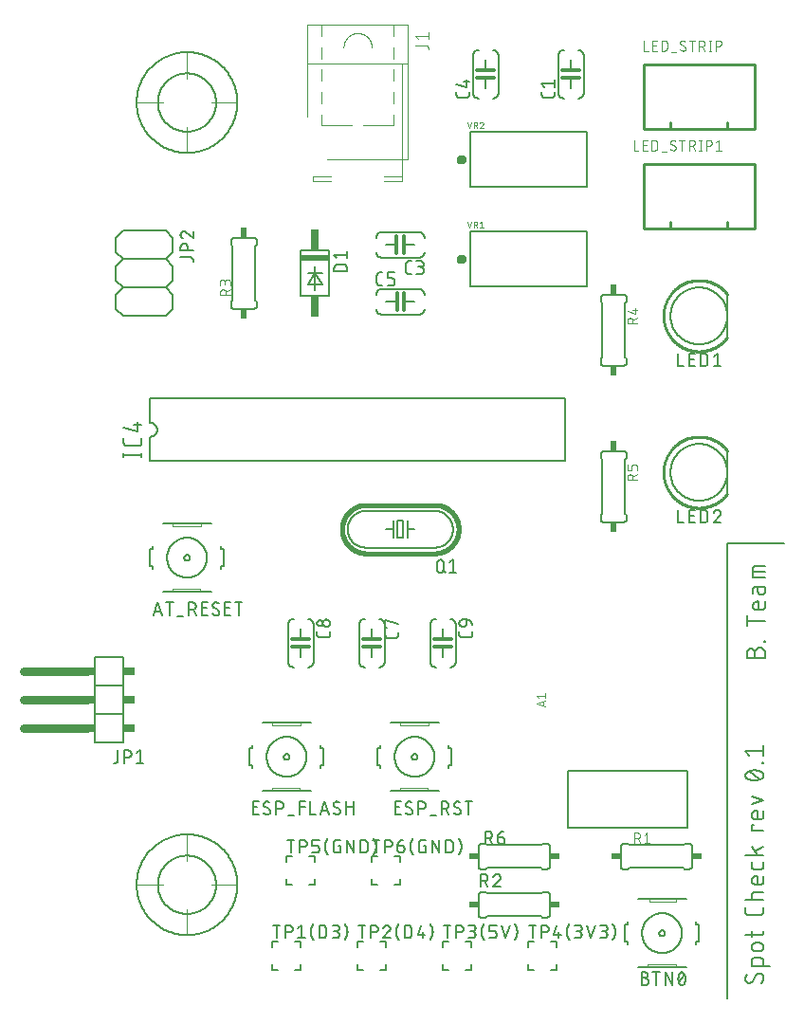
<source format=gbr>
G04 EAGLE Gerber RS-274X export*
G75*
%MOMM*%
%FSLAX34Y34*%
%LPD*%
%INSilkscreen Top*%
%IPPOS*%
%AMOC8*
5,1,8,0,0,1.08239X$1,22.5*%
G01*
%ADD10C,0.152400*%
%ADD11C,0.203200*%
%ADD12C,0.127000*%
%ADD13C,0.076200*%
%ADD14C,0.050800*%
%ADD15C,0.304800*%
%ADD16R,2.540000X0.508000*%
%ADD17R,0.762000X1.905000*%
%ADD18C,0.177800*%
%ADD19C,0.100000*%
%ADD20C,0.101600*%
%ADD21C,0.254000*%
%ADD22C,0.406400*%
%ADD23R,0.863600X0.609600*%
%ADD24R,0.609600X0.863600*%
%ADD25C,0.400000*%
%ADD26C,0.762000*%
%ADD27R,0.508000X0.762000*%
%ADD28R,1.016000X0.762000*%


D10*
X603758Y120481D02*
X603756Y120599D01*
X603750Y120717D01*
X603741Y120835D01*
X603727Y120952D01*
X603710Y121069D01*
X603689Y121186D01*
X603664Y121301D01*
X603635Y121416D01*
X603602Y121530D01*
X603566Y121642D01*
X603526Y121753D01*
X603483Y121863D01*
X603436Y121972D01*
X603386Y122079D01*
X603331Y122184D01*
X603274Y122287D01*
X603213Y122388D01*
X603149Y122488D01*
X603082Y122585D01*
X603012Y122680D01*
X602938Y122772D01*
X602862Y122863D01*
X602782Y122950D01*
X602700Y123035D01*
X602615Y123117D01*
X602528Y123197D01*
X602437Y123273D01*
X602345Y123347D01*
X602250Y123417D01*
X602153Y123484D01*
X602053Y123548D01*
X601952Y123609D01*
X601849Y123666D01*
X601744Y123721D01*
X601637Y123771D01*
X601528Y123818D01*
X601418Y123861D01*
X601307Y123901D01*
X601195Y123937D01*
X601081Y123970D01*
X600966Y123999D01*
X600851Y124024D01*
X600734Y124045D01*
X600617Y124062D01*
X600500Y124076D01*
X600382Y124085D01*
X600264Y124091D01*
X600146Y124093D01*
X603758Y120481D02*
X603756Y120298D01*
X603749Y120116D01*
X603738Y119934D01*
X603723Y119752D01*
X603703Y119570D01*
X603680Y119389D01*
X603651Y119209D01*
X603619Y119029D01*
X603582Y118850D01*
X603541Y118673D01*
X603495Y118496D01*
X603446Y118320D01*
X603392Y118146D01*
X603334Y117972D01*
X603272Y117801D01*
X603206Y117631D01*
X603135Y117462D01*
X603061Y117295D01*
X602983Y117130D01*
X602901Y116967D01*
X602815Y116806D01*
X602725Y116647D01*
X602631Y116490D01*
X602534Y116336D01*
X602433Y116184D01*
X602328Y116034D01*
X602220Y115887D01*
X602109Y115743D01*
X601994Y115601D01*
X601875Y115462D01*
X601753Y115326D01*
X601628Y115193D01*
X601500Y115063D01*
X591114Y115514D02*
X590996Y115516D01*
X590878Y115522D01*
X590760Y115531D01*
X590643Y115545D01*
X590526Y115562D01*
X590409Y115583D01*
X590294Y115608D01*
X590179Y115637D01*
X590065Y115670D01*
X589953Y115706D01*
X589842Y115746D01*
X589732Y115789D01*
X589623Y115836D01*
X589516Y115886D01*
X589411Y115941D01*
X589308Y115998D01*
X589207Y116059D01*
X589107Y116123D01*
X589010Y116190D01*
X588915Y116260D01*
X588823Y116334D01*
X588732Y116410D01*
X588645Y116490D01*
X588560Y116572D01*
X588478Y116657D01*
X588398Y116744D01*
X588322Y116835D01*
X588248Y116927D01*
X588178Y117022D01*
X588111Y117119D01*
X588047Y117219D01*
X587986Y117320D01*
X587929Y117423D01*
X587874Y117528D01*
X587824Y117635D01*
X587777Y117744D01*
X587734Y117854D01*
X587694Y117965D01*
X587658Y118077D01*
X587625Y118191D01*
X587596Y118306D01*
X587571Y118421D01*
X587550Y118538D01*
X587533Y118655D01*
X587519Y118772D01*
X587510Y118890D01*
X587504Y119008D01*
X587502Y119126D01*
X587504Y119287D01*
X587510Y119449D01*
X587519Y119610D01*
X587533Y119771D01*
X587550Y119931D01*
X587571Y120091D01*
X587596Y120251D01*
X587625Y120410D01*
X587657Y120568D01*
X587693Y120725D01*
X587733Y120881D01*
X587777Y121037D01*
X587825Y121191D01*
X587876Y121344D01*
X587930Y121496D01*
X587989Y121647D01*
X588050Y121796D01*
X588116Y121943D01*
X588185Y122089D01*
X588257Y122234D01*
X588333Y122376D01*
X588412Y122517D01*
X588494Y122656D01*
X588580Y122792D01*
X588669Y122927D01*
X588761Y123060D01*
X588857Y123190D01*
X594275Y117319D02*
X594213Y117218D01*
X594148Y117118D01*
X594079Y117021D01*
X594007Y116926D01*
X593933Y116833D01*
X593855Y116743D01*
X593774Y116655D01*
X593691Y116570D01*
X593605Y116488D01*
X593516Y116409D01*
X593425Y116332D01*
X593331Y116259D01*
X593235Y116188D01*
X593137Y116121D01*
X593037Y116057D01*
X592934Y115996D01*
X592830Y115939D01*
X592724Y115885D01*
X592616Y115835D01*
X592507Y115788D01*
X592396Y115744D01*
X592284Y115704D01*
X592170Y115668D01*
X592056Y115636D01*
X591940Y115607D01*
X591824Y115582D01*
X591707Y115561D01*
X591589Y115544D01*
X591471Y115530D01*
X591352Y115521D01*
X591233Y115515D01*
X591114Y115513D01*
X596985Y122287D02*
X597047Y122388D01*
X597112Y122488D01*
X597181Y122585D01*
X597253Y122680D01*
X597327Y122773D01*
X597405Y122863D01*
X597486Y122951D01*
X597569Y123036D01*
X597655Y123118D01*
X597744Y123197D01*
X597835Y123274D01*
X597929Y123347D01*
X598025Y123418D01*
X598123Y123485D01*
X598223Y123549D01*
X598326Y123610D01*
X598430Y123667D01*
X598536Y123721D01*
X598644Y123771D01*
X598753Y123818D01*
X598864Y123862D01*
X598976Y123902D01*
X599090Y123938D01*
X599204Y123970D01*
X599320Y123999D01*
X599436Y124024D01*
X599553Y124045D01*
X599671Y124062D01*
X599789Y124076D01*
X599908Y124085D01*
X600027Y124091D01*
X600146Y124093D01*
X596985Y122287D02*
X594275Y117320D01*
X592921Y130628D02*
X609177Y130628D01*
X592921Y130628D02*
X592921Y135143D01*
X592923Y135247D01*
X592929Y135350D01*
X592939Y135454D01*
X592953Y135557D01*
X592971Y135659D01*
X592992Y135760D01*
X593018Y135861D01*
X593047Y135960D01*
X593080Y136059D01*
X593117Y136156D01*
X593158Y136251D01*
X593202Y136345D01*
X593250Y136437D01*
X593301Y136527D01*
X593356Y136616D01*
X593414Y136702D01*
X593476Y136785D01*
X593540Y136867D01*
X593608Y136945D01*
X593678Y137021D01*
X593751Y137095D01*
X593828Y137165D01*
X593906Y137233D01*
X593988Y137297D01*
X594071Y137359D01*
X594157Y137417D01*
X594246Y137472D01*
X594336Y137523D01*
X594428Y137571D01*
X594522Y137615D01*
X594617Y137656D01*
X594714Y137693D01*
X594813Y137726D01*
X594912Y137755D01*
X595013Y137781D01*
X595114Y137802D01*
X595216Y137820D01*
X595319Y137834D01*
X595423Y137844D01*
X595526Y137850D01*
X595630Y137852D01*
X601049Y137852D01*
X601150Y137850D01*
X601251Y137844D01*
X601352Y137835D01*
X601453Y137822D01*
X601553Y137805D01*
X601652Y137784D01*
X601750Y137760D01*
X601847Y137732D01*
X601944Y137700D01*
X602039Y137665D01*
X602132Y137626D01*
X602224Y137584D01*
X602315Y137538D01*
X602404Y137489D01*
X602490Y137437D01*
X602575Y137381D01*
X602658Y137323D01*
X602738Y137261D01*
X602816Y137196D01*
X602892Y137129D01*
X602965Y137059D01*
X603035Y136986D01*
X603102Y136910D01*
X603167Y136832D01*
X603229Y136752D01*
X603287Y136669D01*
X603343Y136584D01*
X603395Y136498D01*
X603444Y136409D01*
X603490Y136318D01*
X603532Y136226D01*
X603571Y136133D01*
X603606Y136038D01*
X603638Y135941D01*
X603666Y135844D01*
X603690Y135746D01*
X603711Y135647D01*
X603728Y135547D01*
X603741Y135446D01*
X603750Y135345D01*
X603756Y135244D01*
X603758Y135143D01*
X603758Y130628D01*
X600146Y144101D02*
X596533Y144101D01*
X596533Y144102D02*
X596414Y144104D01*
X596294Y144110D01*
X596175Y144120D01*
X596057Y144134D01*
X595938Y144151D01*
X595821Y144173D01*
X595704Y144198D01*
X595589Y144228D01*
X595474Y144261D01*
X595360Y144298D01*
X595248Y144338D01*
X595137Y144383D01*
X595028Y144431D01*
X594920Y144482D01*
X594814Y144537D01*
X594710Y144596D01*
X594608Y144658D01*
X594508Y144723D01*
X594410Y144792D01*
X594314Y144864D01*
X594221Y144939D01*
X594131Y145016D01*
X594043Y145097D01*
X593958Y145181D01*
X593876Y145268D01*
X593796Y145357D01*
X593720Y145449D01*
X593646Y145543D01*
X593576Y145640D01*
X593509Y145738D01*
X593445Y145839D01*
X593385Y145943D01*
X593328Y146048D01*
X593275Y146155D01*
X593225Y146263D01*
X593179Y146373D01*
X593137Y146485D01*
X593098Y146598D01*
X593063Y146712D01*
X593032Y146827D01*
X593004Y146944D01*
X592981Y147061D01*
X592961Y147178D01*
X592945Y147297D01*
X592933Y147416D01*
X592925Y147535D01*
X592921Y147654D01*
X592921Y147774D01*
X592925Y147893D01*
X592933Y148012D01*
X592945Y148131D01*
X592961Y148250D01*
X592981Y148367D01*
X593004Y148484D01*
X593032Y148601D01*
X593063Y148716D01*
X593098Y148830D01*
X593137Y148943D01*
X593179Y149055D01*
X593225Y149165D01*
X593275Y149273D01*
X593328Y149380D01*
X593385Y149485D01*
X593445Y149589D01*
X593509Y149690D01*
X593576Y149788D01*
X593646Y149885D01*
X593720Y149979D01*
X593796Y150071D01*
X593876Y150160D01*
X593958Y150247D01*
X594043Y150331D01*
X594131Y150412D01*
X594221Y150489D01*
X594314Y150564D01*
X594410Y150636D01*
X594508Y150705D01*
X594608Y150770D01*
X594710Y150832D01*
X594814Y150891D01*
X594920Y150946D01*
X595028Y150997D01*
X595137Y151045D01*
X595248Y151090D01*
X595360Y151130D01*
X595474Y151167D01*
X595589Y151200D01*
X595704Y151230D01*
X595821Y151255D01*
X595938Y151277D01*
X596057Y151294D01*
X596175Y151308D01*
X596294Y151318D01*
X596414Y151324D01*
X596533Y151326D01*
X600146Y151326D01*
X600265Y151324D01*
X600385Y151318D01*
X600504Y151308D01*
X600622Y151294D01*
X600741Y151277D01*
X600858Y151255D01*
X600975Y151230D01*
X601090Y151200D01*
X601205Y151167D01*
X601319Y151130D01*
X601431Y151090D01*
X601542Y151045D01*
X601651Y150997D01*
X601759Y150946D01*
X601865Y150891D01*
X601969Y150832D01*
X602071Y150770D01*
X602171Y150705D01*
X602269Y150636D01*
X602365Y150564D01*
X602458Y150489D01*
X602548Y150412D01*
X602636Y150331D01*
X602721Y150247D01*
X602803Y150160D01*
X602883Y150071D01*
X602959Y149979D01*
X603033Y149885D01*
X603103Y149788D01*
X603170Y149690D01*
X603234Y149589D01*
X603294Y149485D01*
X603351Y149380D01*
X603404Y149273D01*
X603454Y149165D01*
X603500Y149055D01*
X603542Y148943D01*
X603581Y148830D01*
X603616Y148716D01*
X603647Y148601D01*
X603675Y148484D01*
X603698Y148367D01*
X603718Y148250D01*
X603734Y148131D01*
X603746Y148012D01*
X603754Y147893D01*
X603758Y147774D01*
X603758Y147654D01*
X603754Y147535D01*
X603746Y147416D01*
X603734Y147297D01*
X603718Y147178D01*
X603698Y147061D01*
X603675Y146944D01*
X603647Y146827D01*
X603616Y146712D01*
X603581Y146598D01*
X603542Y146485D01*
X603500Y146373D01*
X603454Y146263D01*
X603404Y146155D01*
X603351Y146048D01*
X603294Y145943D01*
X603234Y145839D01*
X603170Y145738D01*
X603103Y145640D01*
X603033Y145543D01*
X602959Y145449D01*
X602883Y145357D01*
X602803Y145268D01*
X602721Y145181D01*
X602636Y145097D01*
X602548Y145016D01*
X602458Y144939D01*
X602365Y144864D01*
X602269Y144792D01*
X602171Y144723D01*
X602071Y144658D01*
X601969Y144596D01*
X601865Y144537D01*
X601759Y144482D01*
X601651Y144431D01*
X601542Y144383D01*
X601431Y144338D01*
X601319Y144298D01*
X601205Y144261D01*
X601090Y144228D01*
X600975Y144198D01*
X600858Y144173D01*
X600741Y144151D01*
X600622Y144134D01*
X600504Y144120D01*
X600385Y144110D01*
X600265Y144104D01*
X600146Y144102D01*
X592921Y156351D02*
X592921Y161770D01*
X587502Y158157D02*
X601049Y158157D01*
X601049Y158158D02*
X601150Y158160D01*
X601251Y158166D01*
X601352Y158175D01*
X601453Y158188D01*
X601553Y158205D01*
X601652Y158226D01*
X601750Y158250D01*
X601847Y158278D01*
X601944Y158310D01*
X602039Y158345D01*
X602132Y158384D01*
X602224Y158426D01*
X602315Y158472D01*
X602404Y158521D01*
X602490Y158573D01*
X602575Y158629D01*
X602658Y158687D01*
X602738Y158749D01*
X602816Y158814D01*
X602892Y158881D01*
X602965Y158951D01*
X603035Y159024D01*
X603102Y159100D01*
X603167Y159178D01*
X603229Y159258D01*
X603287Y159341D01*
X603343Y159426D01*
X603395Y159512D01*
X603444Y159601D01*
X603490Y159692D01*
X603532Y159784D01*
X603571Y159877D01*
X603606Y159972D01*
X603638Y160069D01*
X603666Y160166D01*
X603690Y160264D01*
X603711Y160363D01*
X603728Y160463D01*
X603741Y160564D01*
X603750Y160665D01*
X603756Y160766D01*
X603758Y160867D01*
X603758Y161770D01*
X603758Y179597D02*
X603758Y183209D01*
X603758Y179597D02*
X603756Y179479D01*
X603750Y179361D01*
X603741Y179243D01*
X603727Y179126D01*
X603710Y179009D01*
X603689Y178892D01*
X603664Y178777D01*
X603635Y178662D01*
X603602Y178548D01*
X603566Y178436D01*
X603526Y178325D01*
X603483Y178215D01*
X603436Y178106D01*
X603386Y177999D01*
X603331Y177894D01*
X603274Y177791D01*
X603213Y177690D01*
X603149Y177590D01*
X603082Y177493D01*
X603012Y177398D01*
X602938Y177306D01*
X602862Y177215D01*
X602782Y177128D01*
X602700Y177043D01*
X602615Y176961D01*
X602528Y176881D01*
X602437Y176805D01*
X602345Y176731D01*
X602250Y176661D01*
X602153Y176594D01*
X602053Y176530D01*
X601952Y176469D01*
X601849Y176412D01*
X601744Y176357D01*
X601637Y176307D01*
X601528Y176260D01*
X601418Y176217D01*
X601307Y176177D01*
X601195Y176141D01*
X601081Y176108D01*
X600966Y176079D01*
X600851Y176054D01*
X600734Y176033D01*
X600617Y176016D01*
X600500Y176002D01*
X600382Y175993D01*
X600264Y175987D01*
X600146Y175985D01*
X600146Y175984D02*
X591114Y175984D01*
X590996Y175986D01*
X590878Y175992D01*
X590760Y176001D01*
X590642Y176015D01*
X590525Y176032D01*
X590409Y176053D01*
X590294Y176078D01*
X590179Y176107D01*
X590065Y176140D01*
X589953Y176176D01*
X589841Y176216D01*
X589731Y176259D01*
X589623Y176306D01*
X589516Y176357D01*
X589411Y176411D01*
X589308Y176468D01*
X589206Y176529D01*
X589107Y176593D01*
X589010Y176660D01*
X588915Y176731D01*
X588822Y176804D01*
X588732Y176881D01*
X588644Y176960D01*
X588559Y177042D01*
X588477Y177127D01*
X588398Y177215D01*
X588321Y177305D01*
X588248Y177398D01*
X588177Y177492D01*
X588110Y177590D01*
X588046Y177689D01*
X587985Y177790D01*
X587928Y177894D01*
X587874Y177999D01*
X587823Y178106D01*
X587776Y178214D01*
X587733Y178324D01*
X587693Y178436D01*
X587657Y178548D01*
X587624Y178662D01*
X587595Y178777D01*
X587570Y178892D01*
X587549Y179008D01*
X587532Y179125D01*
X587518Y179243D01*
X587509Y179361D01*
X587503Y179479D01*
X587501Y179597D01*
X587502Y179597D02*
X587502Y183209D01*
X587502Y189432D02*
X603758Y189432D01*
X592921Y189432D02*
X592921Y193947D01*
X592923Y194051D01*
X592929Y194154D01*
X592939Y194258D01*
X592953Y194361D01*
X592971Y194463D01*
X592992Y194564D01*
X593018Y194665D01*
X593047Y194764D01*
X593080Y194863D01*
X593117Y194960D01*
X593158Y195055D01*
X593202Y195149D01*
X593250Y195241D01*
X593301Y195331D01*
X593356Y195420D01*
X593414Y195506D01*
X593476Y195589D01*
X593540Y195671D01*
X593608Y195749D01*
X593678Y195825D01*
X593751Y195899D01*
X593828Y195969D01*
X593906Y196037D01*
X593988Y196101D01*
X594071Y196163D01*
X594157Y196221D01*
X594246Y196276D01*
X594336Y196327D01*
X594428Y196375D01*
X594522Y196419D01*
X594617Y196460D01*
X594714Y196497D01*
X594813Y196530D01*
X594912Y196559D01*
X595013Y196585D01*
X595114Y196606D01*
X595216Y196624D01*
X595319Y196638D01*
X595423Y196648D01*
X595526Y196654D01*
X595630Y196656D01*
X595630Y196657D02*
X603758Y196657D01*
X603758Y206209D02*
X603758Y210725D01*
X603758Y206209D02*
X603756Y206108D01*
X603750Y206007D01*
X603741Y205906D01*
X603728Y205805D01*
X603711Y205705D01*
X603690Y205606D01*
X603666Y205508D01*
X603638Y205411D01*
X603606Y205314D01*
X603571Y205219D01*
X603532Y205126D01*
X603490Y205034D01*
X603444Y204943D01*
X603395Y204854D01*
X603343Y204768D01*
X603287Y204683D01*
X603229Y204600D01*
X603167Y204520D01*
X603102Y204442D01*
X603035Y204366D01*
X602965Y204293D01*
X602892Y204223D01*
X602816Y204156D01*
X602738Y204091D01*
X602658Y204029D01*
X602575Y203971D01*
X602490Y203915D01*
X602404Y203863D01*
X602315Y203814D01*
X602224Y203768D01*
X602132Y203726D01*
X602039Y203687D01*
X601944Y203652D01*
X601847Y203620D01*
X601750Y203592D01*
X601652Y203568D01*
X601553Y203547D01*
X601453Y203530D01*
X601352Y203517D01*
X601251Y203508D01*
X601150Y203502D01*
X601049Y203500D01*
X596533Y203500D01*
X596414Y203502D01*
X596294Y203508D01*
X596175Y203518D01*
X596057Y203532D01*
X595938Y203549D01*
X595821Y203571D01*
X595704Y203596D01*
X595589Y203626D01*
X595474Y203659D01*
X595360Y203696D01*
X595248Y203736D01*
X595137Y203781D01*
X595028Y203829D01*
X594920Y203880D01*
X594814Y203935D01*
X594710Y203994D01*
X594608Y204056D01*
X594508Y204121D01*
X594410Y204190D01*
X594314Y204262D01*
X594221Y204337D01*
X594131Y204414D01*
X594043Y204495D01*
X593958Y204579D01*
X593876Y204666D01*
X593796Y204755D01*
X593720Y204847D01*
X593646Y204941D01*
X593576Y205038D01*
X593509Y205136D01*
X593445Y205237D01*
X593385Y205341D01*
X593328Y205446D01*
X593275Y205553D01*
X593225Y205661D01*
X593179Y205771D01*
X593137Y205883D01*
X593098Y205996D01*
X593063Y206110D01*
X593032Y206225D01*
X593004Y206342D01*
X592981Y206459D01*
X592961Y206576D01*
X592945Y206695D01*
X592933Y206814D01*
X592925Y206933D01*
X592921Y207052D01*
X592921Y207172D01*
X592925Y207291D01*
X592933Y207410D01*
X592945Y207529D01*
X592961Y207648D01*
X592981Y207765D01*
X593004Y207882D01*
X593032Y207999D01*
X593063Y208114D01*
X593098Y208228D01*
X593137Y208341D01*
X593179Y208453D01*
X593225Y208563D01*
X593275Y208671D01*
X593328Y208778D01*
X593385Y208883D01*
X593445Y208987D01*
X593509Y209088D01*
X593576Y209186D01*
X593646Y209283D01*
X593720Y209377D01*
X593796Y209469D01*
X593876Y209558D01*
X593958Y209645D01*
X594043Y209729D01*
X594131Y209810D01*
X594221Y209887D01*
X594314Y209962D01*
X594410Y210034D01*
X594508Y210103D01*
X594608Y210168D01*
X594710Y210230D01*
X594814Y210289D01*
X594920Y210344D01*
X595028Y210395D01*
X595137Y210443D01*
X595248Y210488D01*
X595360Y210528D01*
X595474Y210565D01*
X595589Y210598D01*
X595704Y210628D01*
X595821Y210653D01*
X595938Y210675D01*
X596057Y210692D01*
X596175Y210706D01*
X596294Y210716D01*
X596414Y210722D01*
X596533Y210724D01*
X596533Y210725D02*
X598339Y210725D01*
X598339Y203500D01*
X603758Y219774D02*
X603758Y223386D01*
X603758Y219774D02*
X603756Y219673D01*
X603750Y219572D01*
X603741Y219471D01*
X603728Y219370D01*
X603711Y219270D01*
X603690Y219171D01*
X603666Y219073D01*
X603638Y218976D01*
X603606Y218879D01*
X603571Y218784D01*
X603532Y218691D01*
X603490Y218599D01*
X603444Y218508D01*
X603395Y218419D01*
X603343Y218333D01*
X603287Y218248D01*
X603229Y218165D01*
X603167Y218085D01*
X603102Y218007D01*
X603035Y217931D01*
X602965Y217858D01*
X602892Y217788D01*
X602816Y217721D01*
X602738Y217656D01*
X602658Y217594D01*
X602575Y217536D01*
X602490Y217480D01*
X602404Y217428D01*
X602315Y217379D01*
X602224Y217333D01*
X602132Y217291D01*
X602039Y217252D01*
X601944Y217217D01*
X601847Y217185D01*
X601750Y217157D01*
X601652Y217133D01*
X601553Y217112D01*
X601453Y217095D01*
X601352Y217082D01*
X601251Y217073D01*
X601150Y217067D01*
X601049Y217065D01*
X595630Y217065D01*
X595529Y217067D01*
X595428Y217073D01*
X595327Y217082D01*
X595226Y217095D01*
X595126Y217112D01*
X595027Y217133D01*
X594929Y217157D01*
X594832Y217185D01*
X594735Y217217D01*
X594640Y217252D01*
X594547Y217291D01*
X594455Y217333D01*
X594364Y217379D01*
X594276Y217428D01*
X594189Y217480D01*
X594104Y217536D01*
X594021Y217594D01*
X593941Y217656D01*
X593863Y217721D01*
X593787Y217788D01*
X593714Y217858D01*
X593644Y217931D01*
X593577Y218007D01*
X593512Y218085D01*
X593450Y218165D01*
X593392Y218248D01*
X593336Y218333D01*
X593284Y218420D01*
X593235Y218508D01*
X593189Y218599D01*
X593147Y218691D01*
X593108Y218784D01*
X593073Y218879D01*
X593041Y218976D01*
X593013Y219073D01*
X592989Y219171D01*
X592968Y219270D01*
X592951Y219370D01*
X592938Y219471D01*
X592929Y219572D01*
X592923Y219673D01*
X592921Y219774D01*
X592921Y223386D01*
X587502Y229721D02*
X603758Y229721D01*
X598339Y229721D02*
X592921Y236946D01*
X596082Y232882D02*
X603758Y236946D01*
X603758Y251521D02*
X592921Y251521D01*
X592921Y256939D01*
X594727Y256939D01*
X603758Y264566D02*
X603758Y269081D01*
X603758Y264566D02*
X603756Y264465D01*
X603750Y264364D01*
X603741Y264263D01*
X603728Y264162D01*
X603711Y264062D01*
X603690Y263963D01*
X603666Y263865D01*
X603638Y263768D01*
X603606Y263671D01*
X603571Y263576D01*
X603532Y263483D01*
X603490Y263391D01*
X603444Y263300D01*
X603395Y263212D01*
X603343Y263125D01*
X603287Y263040D01*
X603229Y262957D01*
X603167Y262877D01*
X603102Y262799D01*
X603035Y262723D01*
X602965Y262650D01*
X602892Y262580D01*
X602816Y262513D01*
X602738Y262448D01*
X602658Y262386D01*
X602575Y262328D01*
X602490Y262272D01*
X602404Y262220D01*
X602315Y262171D01*
X602224Y262125D01*
X602132Y262083D01*
X602039Y262044D01*
X601944Y262009D01*
X601847Y261977D01*
X601750Y261949D01*
X601652Y261925D01*
X601553Y261904D01*
X601453Y261887D01*
X601352Y261874D01*
X601251Y261865D01*
X601150Y261859D01*
X601049Y261857D01*
X601049Y261856D02*
X596533Y261856D01*
X596533Y261857D02*
X596414Y261859D01*
X596294Y261865D01*
X596175Y261875D01*
X596057Y261889D01*
X595938Y261906D01*
X595821Y261928D01*
X595704Y261953D01*
X595589Y261983D01*
X595474Y262016D01*
X595360Y262053D01*
X595248Y262093D01*
X595137Y262138D01*
X595028Y262186D01*
X594920Y262237D01*
X594814Y262292D01*
X594710Y262351D01*
X594608Y262413D01*
X594508Y262478D01*
X594410Y262547D01*
X594314Y262619D01*
X594221Y262694D01*
X594131Y262771D01*
X594043Y262852D01*
X593958Y262936D01*
X593876Y263023D01*
X593796Y263112D01*
X593720Y263204D01*
X593646Y263298D01*
X593576Y263395D01*
X593509Y263493D01*
X593445Y263594D01*
X593385Y263698D01*
X593328Y263803D01*
X593275Y263910D01*
X593225Y264018D01*
X593179Y264128D01*
X593137Y264240D01*
X593098Y264353D01*
X593063Y264467D01*
X593032Y264582D01*
X593004Y264699D01*
X592981Y264816D01*
X592961Y264933D01*
X592945Y265052D01*
X592933Y265171D01*
X592925Y265290D01*
X592921Y265409D01*
X592921Y265529D01*
X592925Y265648D01*
X592933Y265767D01*
X592945Y265886D01*
X592961Y266005D01*
X592981Y266122D01*
X593004Y266239D01*
X593032Y266356D01*
X593063Y266471D01*
X593098Y266585D01*
X593137Y266698D01*
X593179Y266810D01*
X593225Y266920D01*
X593275Y267028D01*
X593328Y267135D01*
X593385Y267240D01*
X593445Y267344D01*
X593509Y267445D01*
X593576Y267543D01*
X593646Y267640D01*
X593720Y267734D01*
X593796Y267826D01*
X593876Y267915D01*
X593958Y268002D01*
X594043Y268086D01*
X594131Y268167D01*
X594221Y268244D01*
X594314Y268319D01*
X594410Y268391D01*
X594508Y268460D01*
X594608Y268525D01*
X594710Y268587D01*
X594814Y268646D01*
X594920Y268701D01*
X595028Y268752D01*
X595137Y268800D01*
X595248Y268845D01*
X595360Y268885D01*
X595474Y268922D01*
X595589Y268955D01*
X595704Y268985D01*
X595821Y269010D01*
X595938Y269032D01*
X596057Y269049D01*
X596175Y269063D01*
X596294Y269073D01*
X596414Y269079D01*
X596533Y269081D01*
X598339Y269081D01*
X598339Y261856D01*
X592921Y274882D02*
X603758Y278495D01*
X592921Y282107D01*
X595630Y296384D02*
X595310Y296388D01*
X594991Y296399D01*
X594671Y296418D01*
X594353Y296445D01*
X594035Y296479D01*
X593718Y296521D01*
X593402Y296571D01*
X593087Y296628D01*
X592774Y296692D01*
X592462Y296764D01*
X592152Y296843D01*
X591845Y296930D01*
X591539Y297024D01*
X591236Y297125D01*
X590935Y297234D01*
X590637Y297349D01*
X590341Y297472D01*
X590049Y297602D01*
X589760Y297739D01*
X589759Y297740D02*
X589651Y297779D01*
X589544Y297822D01*
X589439Y297868D01*
X589336Y297918D01*
X589234Y297972D01*
X589134Y298029D01*
X589036Y298090D01*
X588940Y298154D01*
X588847Y298221D01*
X588756Y298291D01*
X588667Y298365D01*
X588581Y298441D01*
X588498Y298521D01*
X588417Y298603D01*
X588339Y298688D01*
X588265Y298775D01*
X588193Y298866D01*
X588124Y298958D01*
X588059Y299053D01*
X587997Y299150D01*
X587938Y299249D01*
X587883Y299350D01*
X587832Y299453D01*
X587784Y299558D01*
X587739Y299664D01*
X587698Y299771D01*
X587661Y299880D01*
X587628Y299991D01*
X587599Y300102D01*
X587573Y300214D01*
X587551Y300327D01*
X587534Y300441D01*
X587520Y300555D01*
X587510Y300670D01*
X587504Y300785D01*
X587502Y300900D01*
X587504Y301015D01*
X587510Y301130D01*
X587520Y301245D01*
X587534Y301359D01*
X587551Y301473D01*
X587573Y301586D01*
X587599Y301698D01*
X587628Y301810D01*
X587661Y301920D01*
X587698Y302029D01*
X587739Y302137D01*
X587784Y302243D01*
X587832Y302348D01*
X587883Y302450D01*
X587939Y302552D01*
X587997Y302651D01*
X588059Y302748D01*
X588125Y302843D01*
X588193Y302935D01*
X588265Y303025D01*
X588339Y303113D01*
X588417Y303198D01*
X588498Y303280D01*
X588581Y303359D01*
X588667Y303436D01*
X588756Y303509D01*
X588847Y303580D01*
X588941Y303647D01*
X589036Y303711D01*
X589134Y303772D01*
X589234Y303829D01*
X589336Y303882D01*
X589440Y303933D01*
X589545Y303979D01*
X589652Y304022D01*
X589760Y304061D01*
X589760Y304060D02*
X590049Y304197D01*
X590341Y304327D01*
X590637Y304450D01*
X590935Y304565D01*
X591236Y304674D01*
X591539Y304775D01*
X591845Y304869D01*
X592152Y304956D01*
X592462Y305035D01*
X592774Y305107D01*
X593087Y305171D01*
X593402Y305228D01*
X593718Y305278D01*
X594035Y305320D01*
X594353Y305354D01*
X594671Y305381D01*
X594991Y305400D01*
X595310Y305411D01*
X595630Y305415D01*
X595630Y296384D02*
X595950Y296388D01*
X596269Y296399D01*
X596589Y296418D01*
X596907Y296445D01*
X597225Y296479D01*
X597542Y296521D01*
X597858Y296571D01*
X598173Y296628D01*
X598486Y296692D01*
X598798Y296764D01*
X599108Y296843D01*
X599415Y296930D01*
X599721Y297024D01*
X600024Y297125D01*
X600325Y297234D01*
X600623Y297349D01*
X600919Y297472D01*
X601211Y297602D01*
X601500Y297739D01*
X601501Y297739D02*
X601609Y297778D01*
X601716Y297821D01*
X601821Y297867D01*
X601925Y297918D01*
X602027Y297971D01*
X602127Y298028D01*
X602225Y298089D01*
X602320Y298153D01*
X602414Y298220D01*
X602505Y298291D01*
X602594Y298364D01*
X602680Y298441D01*
X602763Y298520D01*
X602844Y298602D01*
X602922Y298687D01*
X602996Y298775D01*
X603068Y298865D01*
X603137Y298958D01*
X603202Y299052D01*
X603264Y299149D01*
X603322Y299249D01*
X603378Y299350D01*
X603429Y299452D01*
X603477Y299557D01*
X603522Y299663D01*
X603563Y299771D01*
X603600Y299880D01*
X603633Y299990D01*
X603662Y300102D01*
X603688Y300214D01*
X603710Y300327D01*
X603727Y300441D01*
X603741Y300555D01*
X603751Y300670D01*
X603757Y300785D01*
X603759Y300900D01*
X601500Y304060D02*
X601211Y304197D01*
X600919Y304327D01*
X600623Y304450D01*
X600325Y304565D01*
X600024Y304674D01*
X599721Y304775D01*
X599415Y304869D01*
X599108Y304956D01*
X598798Y305035D01*
X598486Y305107D01*
X598173Y305171D01*
X597858Y305228D01*
X597542Y305278D01*
X597225Y305320D01*
X596907Y305354D01*
X596589Y305381D01*
X596269Y305400D01*
X595950Y305411D01*
X595630Y305415D01*
X601500Y304061D02*
X601608Y304022D01*
X601715Y303979D01*
X601820Y303933D01*
X601924Y303882D01*
X602026Y303829D01*
X602126Y303772D01*
X602224Y303711D01*
X602319Y303647D01*
X602413Y303580D01*
X602504Y303509D01*
X602593Y303436D01*
X602679Y303359D01*
X602762Y303280D01*
X602843Y303198D01*
X602921Y303113D01*
X602995Y303025D01*
X603067Y302935D01*
X603136Y302842D01*
X603201Y302748D01*
X603263Y302651D01*
X603321Y302551D01*
X603377Y302450D01*
X603428Y302347D01*
X603476Y302243D01*
X603521Y302137D01*
X603562Y302029D01*
X603599Y301920D01*
X603632Y301810D01*
X603661Y301698D01*
X603687Y301586D01*
X603709Y301473D01*
X603726Y301359D01*
X603740Y301245D01*
X603750Y301130D01*
X603756Y301015D01*
X603758Y300900D01*
X600146Y297287D02*
X591114Y304512D01*
X602855Y311390D02*
X603758Y311390D01*
X602855Y311390D02*
X602855Y312293D01*
X603758Y312293D01*
X603758Y311390D01*
X591114Y318268D02*
X587502Y322783D01*
X603758Y322783D01*
X603758Y318268D02*
X603758Y327299D01*
X595997Y405892D02*
X595997Y410408D01*
X595996Y410408D02*
X595998Y410541D01*
X596004Y410673D01*
X596014Y410805D01*
X596027Y410937D01*
X596045Y411069D01*
X596066Y411199D01*
X596091Y411330D01*
X596120Y411459D01*
X596153Y411587D01*
X596189Y411715D01*
X596229Y411841D01*
X596273Y411966D01*
X596321Y412090D01*
X596372Y412212D01*
X596427Y412333D01*
X596485Y412452D01*
X596547Y412570D01*
X596612Y412685D01*
X596681Y412799D01*
X596752Y412910D01*
X596828Y413019D01*
X596906Y413126D01*
X596987Y413231D01*
X597072Y413333D01*
X597159Y413433D01*
X597249Y413530D01*
X597342Y413625D01*
X597438Y413716D01*
X597536Y413805D01*
X597637Y413891D01*
X597741Y413974D01*
X597847Y414054D01*
X597955Y414130D01*
X598065Y414204D01*
X598178Y414274D01*
X598292Y414341D01*
X598409Y414404D01*
X598527Y414464D01*
X598647Y414521D01*
X598769Y414574D01*
X598892Y414623D01*
X599016Y414669D01*
X599142Y414711D01*
X599269Y414749D01*
X599397Y414784D01*
X599526Y414815D01*
X599655Y414842D01*
X599786Y414865D01*
X599917Y414885D01*
X600049Y414900D01*
X600181Y414912D01*
X600313Y414920D01*
X600446Y414924D01*
X600578Y414924D01*
X600711Y414920D01*
X600843Y414912D01*
X600975Y414900D01*
X601107Y414885D01*
X601238Y414865D01*
X601369Y414842D01*
X601498Y414815D01*
X601627Y414784D01*
X601755Y414749D01*
X601882Y414711D01*
X602008Y414669D01*
X602132Y414623D01*
X602255Y414574D01*
X602377Y414521D01*
X602497Y414464D01*
X602615Y414404D01*
X602732Y414341D01*
X602846Y414274D01*
X602959Y414204D01*
X603069Y414130D01*
X603177Y414054D01*
X603283Y413974D01*
X603387Y413891D01*
X603488Y413805D01*
X603586Y413716D01*
X603682Y413625D01*
X603775Y413530D01*
X603865Y413433D01*
X603952Y413333D01*
X604037Y413231D01*
X604118Y413126D01*
X604196Y413019D01*
X604272Y412910D01*
X604343Y412799D01*
X604412Y412685D01*
X604477Y412570D01*
X604539Y412452D01*
X604597Y412333D01*
X604652Y412212D01*
X604703Y412090D01*
X604751Y411966D01*
X604795Y411841D01*
X604835Y411715D01*
X604871Y411587D01*
X604904Y411459D01*
X604933Y411330D01*
X604958Y411199D01*
X604979Y411069D01*
X604997Y410937D01*
X605010Y410805D01*
X605020Y410673D01*
X605026Y410541D01*
X605028Y410408D01*
X605028Y405892D01*
X588772Y405892D01*
X588772Y410408D01*
X588774Y410527D01*
X588780Y410647D01*
X588790Y410766D01*
X588804Y410884D01*
X588821Y411003D01*
X588843Y411120D01*
X588868Y411237D01*
X588898Y411352D01*
X588931Y411467D01*
X588968Y411581D01*
X589008Y411693D01*
X589053Y411804D01*
X589101Y411913D01*
X589152Y412021D01*
X589207Y412127D01*
X589266Y412231D01*
X589328Y412333D01*
X589393Y412433D01*
X589462Y412531D01*
X589534Y412627D01*
X589609Y412720D01*
X589686Y412810D01*
X589767Y412898D01*
X589851Y412983D01*
X589938Y413065D01*
X590027Y413145D01*
X590119Y413221D01*
X590213Y413295D01*
X590310Y413365D01*
X590408Y413432D01*
X590509Y413496D01*
X590613Y413556D01*
X590718Y413613D01*
X590825Y413666D01*
X590933Y413716D01*
X591043Y413762D01*
X591155Y413804D01*
X591268Y413843D01*
X591382Y413878D01*
X591497Y413909D01*
X591614Y413937D01*
X591731Y413960D01*
X591848Y413980D01*
X591967Y413996D01*
X592086Y414008D01*
X592205Y414016D01*
X592324Y414020D01*
X592444Y414020D01*
X592563Y414016D01*
X592682Y414008D01*
X592801Y413996D01*
X592920Y413980D01*
X593037Y413960D01*
X593154Y413937D01*
X593271Y413909D01*
X593386Y413878D01*
X593500Y413843D01*
X593613Y413804D01*
X593725Y413762D01*
X593835Y413716D01*
X593943Y413666D01*
X594050Y413613D01*
X594155Y413556D01*
X594259Y413496D01*
X594360Y413432D01*
X594458Y413365D01*
X594555Y413295D01*
X594649Y413221D01*
X594741Y413145D01*
X594830Y413065D01*
X594917Y412983D01*
X595001Y412898D01*
X595082Y412810D01*
X595159Y412720D01*
X595234Y412627D01*
X595306Y412531D01*
X595375Y412433D01*
X595440Y412333D01*
X595502Y412231D01*
X595561Y412127D01*
X595616Y412021D01*
X595667Y411913D01*
X595715Y411804D01*
X595760Y411693D01*
X595800Y411581D01*
X595837Y411467D01*
X595870Y411352D01*
X595900Y411237D01*
X595925Y411120D01*
X595947Y411003D01*
X595964Y410884D01*
X595978Y410766D01*
X595988Y410647D01*
X595994Y410527D01*
X595996Y410408D01*
X604125Y420166D02*
X605028Y420166D01*
X604125Y420166D02*
X604125Y421069D01*
X605028Y421069D01*
X605028Y420166D01*
X605028Y438854D02*
X588772Y438854D01*
X588772Y443369D02*
X588772Y434338D01*
X605028Y451498D02*
X605028Y456013D01*
X605028Y451498D02*
X605026Y451397D01*
X605020Y451296D01*
X605011Y451195D01*
X604998Y451094D01*
X604981Y450994D01*
X604960Y450895D01*
X604936Y450797D01*
X604908Y450700D01*
X604876Y450603D01*
X604841Y450508D01*
X604802Y450415D01*
X604760Y450323D01*
X604714Y450232D01*
X604665Y450144D01*
X604613Y450057D01*
X604557Y449972D01*
X604499Y449889D01*
X604437Y449809D01*
X604372Y449731D01*
X604305Y449655D01*
X604235Y449582D01*
X604162Y449512D01*
X604086Y449445D01*
X604008Y449380D01*
X603928Y449318D01*
X603845Y449260D01*
X603760Y449204D01*
X603674Y449152D01*
X603585Y449103D01*
X603494Y449057D01*
X603402Y449015D01*
X603309Y448976D01*
X603214Y448941D01*
X603117Y448909D01*
X603020Y448881D01*
X602922Y448857D01*
X602823Y448836D01*
X602723Y448819D01*
X602622Y448806D01*
X602521Y448797D01*
X602420Y448791D01*
X602319Y448789D01*
X602319Y448788D02*
X597803Y448788D01*
X597803Y448789D02*
X597684Y448791D01*
X597564Y448797D01*
X597445Y448807D01*
X597327Y448821D01*
X597208Y448838D01*
X597091Y448860D01*
X596974Y448885D01*
X596859Y448915D01*
X596744Y448948D01*
X596630Y448985D01*
X596518Y449025D01*
X596407Y449070D01*
X596298Y449118D01*
X596190Y449169D01*
X596084Y449224D01*
X595980Y449283D01*
X595878Y449345D01*
X595778Y449410D01*
X595680Y449479D01*
X595584Y449551D01*
X595491Y449626D01*
X595401Y449703D01*
X595313Y449784D01*
X595228Y449868D01*
X595146Y449955D01*
X595066Y450044D01*
X594990Y450136D01*
X594916Y450230D01*
X594846Y450327D01*
X594779Y450425D01*
X594715Y450526D01*
X594655Y450630D01*
X594598Y450735D01*
X594545Y450842D01*
X594495Y450950D01*
X594449Y451060D01*
X594407Y451172D01*
X594368Y451285D01*
X594333Y451399D01*
X594302Y451514D01*
X594274Y451631D01*
X594251Y451748D01*
X594231Y451865D01*
X594215Y451984D01*
X594203Y452103D01*
X594195Y452222D01*
X594191Y452341D01*
X594191Y452461D01*
X594195Y452580D01*
X594203Y452699D01*
X594215Y452818D01*
X594231Y452937D01*
X594251Y453054D01*
X594274Y453171D01*
X594302Y453288D01*
X594333Y453403D01*
X594368Y453517D01*
X594407Y453630D01*
X594449Y453742D01*
X594495Y453852D01*
X594545Y453960D01*
X594598Y454067D01*
X594655Y454172D01*
X594715Y454276D01*
X594779Y454377D01*
X594846Y454475D01*
X594916Y454572D01*
X594990Y454666D01*
X595066Y454758D01*
X595146Y454847D01*
X595228Y454934D01*
X595313Y455018D01*
X595401Y455099D01*
X595491Y455176D01*
X595584Y455251D01*
X595680Y455323D01*
X595778Y455392D01*
X595878Y455457D01*
X595980Y455519D01*
X596084Y455578D01*
X596190Y455633D01*
X596298Y455684D01*
X596407Y455732D01*
X596518Y455777D01*
X596630Y455817D01*
X596744Y455854D01*
X596859Y455887D01*
X596974Y455917D01*
X597091Y455942D01*
X597208Y455964D01*
X597327Y455981D01*
X597445Y455995D01*
X597564Y456005D01*
X597684Y456011D01*
X597803Y456013D01*
X599609Y456013D01*
X599609Y448788D01*
X598706Y465423D02*
X598706Y469487D01*
X598706Y465423D02*
X598708Y465311D01*
X598714Y465200D01*
X598724Y465089D01*
X598737Y464978D01*
X598755Y464868D01*
X598777Y464759D01*
X598802Y464650D01*
X598831Y464542D01*
X598864Y464436D01*
X598901Y464330D01*
X598941Y464226D01*
X598985Y464124D01*
X599033Y464023D01*
X599084Y463924D01*
X599139Y463826D01*
X599197Y463731D01*
X599258Y463638D01*
X599323Y463547D01*
X599391Y463458D01*
X599462Y463372D01*
X599535Y463289D01*
X599612Y463208D01*
X599692Y463129D01*
X599774Y463054D01*
X599859Y462982D01*
X599946Y462912D01*
X600036Y462846D01*
X600128Y462783D01*
X600223Y462723D01*
X600319Y462667D01*
X600417Y462614D01*
X600517Y462565D01*
X600619Y462519D01*
X600722Y462477D01*
X600827Y462438D01*
X600933Y462403D01*
X601040Y462372D01*
X601148Y462345D01*
X601257Y462321D01*
X601367Y462302D01*
X601477Y462286D01*
X601588Y462274D01*
X601700Y462266D01*
X601811Y462262D01*
X601923Y462262D01*
X602034Y462266D01*
X602146Y462274D01*
X602257Y462286D01*
X602367Y462302D01*
X602477Y462321D01*
X602586Y462345D01*
X602694Y462372D01*
X602801Y462403D01*
X602907Y462438D01*
X603012Y462477D01*
X603115Y462519D01*
X603217Y462565D01*
X603317Y462614D01*
X603415Y462667D01*
X603511Y462723D01*
X603606Y462783D01*
X603698Y462846D01*
X603788Y462912D01*
X603875Y462982D01*
X603960Y463054D01*
X604042Y463129D01*
X604122Y463208D01*
X604199Y463289D01*
X604272Y463372D01*
X604343Y463458D01*
X604411Y463547D01*
X604476Y463638D01*
X604537Y463731D01*
X604595Y463826D01*
X604650Y463924D01*
X604701Y464023D01*
X604749Y464124D01*
X604793Y464226D01*
X604833Y464330D01*
X604870Y464436D01*
X604903Y464542D01*
X604932Y464650D01*
X604957Y464759D01*
X604979Y464868D01*
X604997Y464978D01*
X605010Y465089D01*
X605020Y465200D01*
X605026Y465311D01*
X605028Y465423D01*
X605028Y469487D01*
X596900Y469487D01*
X596799Y469485D01*
X596698Y469479D01*
X596597Y469470D01*
X596496Y469457D01*
X596396Y469440D01*
X596297Y469419D01*
X596199Y469395D01*
X596102Y469367D01*
X596005Y469335D01*
X595910Y469300D01*
X595817Y469261D01*
X595725Y469219D01*
X595634Y469173D01*
X595546Y469124D01*
X595459Y469072D01*
X595374Y469016D01*
X595291Y468958D01*
X595211Y468896D01*
X595133Y468831D01*
X595057Y468764D01*
X594984Y468694D01*
X594914Y468621D01*
X594847Y468545D01*
X594782Y468467D01*
X594720Y468387D01*
X594662Y468304D01*
X594606Y468219D01*
X594554Y468133D01*
X594505Y468044D01*
X594459Y467953D01*
X594417Y467861D01*
X594378Y467768D01*
X594343Y467673D01*
X594311Y467576D01*
X594283Y467479D01*
X594259Y467381D01*
X594238Y467282D01*
X594221Y467182D01*
X594208Y467081D01*
X594199Y466980D01*
X594193Y466879D01*
X594191Y466778D01*
X594191Y463165D01*
X594191Y477203D02*
X605028Y477203D01*
X594191Y477203D02*
X594191Y485331D01*
X594193Y485432D01*
X594199Y485533D01*
X594208Y485634D01*
X594221Y485735D01*
X594238Y485835D01*
X594259Y485934D01*
X594283Y486032D01*
X594311Y486129D01*
X594343Y486226D01*
X594378Y486321D01*
X594417Y486414D01*
X594459Y486506D01*
X594505Y486597D01*
X594554Y486686D01*
X594606Y486772D01*
X594662Y486857D01*
X594720Y486940D01*
X594782Y487020D01*
X594847Y487098D01*
X594914Y487174D01*
X594984Y487247D01*
X595057Y487317D01*
X595133Y487384D01*
X595211Y487449D01*
X595291Y487511D01*
X595374Y487569D01*
X595459Y487625D01*
X595546Y487677D01*
X595634Y487726D01*
X595725Y487772D01*
X595817Y487814D01*
X595910Y487853D01*
X596005Y487888D01*
X596102Y487920D01*
X596199Y487948D01*
X596297Y487972D01*
X596396Y487993D01*
X596496Y488010D01*
X596597Y488023D01*
X596698Y488032D01*
X596799Y488038D01*
X596900Y488040D01*
X605028Y488040D01*
X605028Y482621D02*
X594191Y482621D01*
D11*
X571500Y508000D02*
X571500Y101600D01*
X571500Y508000D02*
X622300Y508000D01*
D12*
X535940Y254000D02*
X429260Y254000D01*
X535940Y254000D02*
X535940Y304800D01*
X429260Y304800D01*
X429260Y254000D01*
D13*
X408559Y362392D02*
X401193Y364847D01*
X408559Y367302D01*
X406718Y366689D02*
X406718Y363006D01*
X402830Y370116D02*
X401193Y372162D01*
X408559Y372162D01*
X408559Y370116D02*
X408559Y374208D01*
D10*
X121920Y487680D02*
X119380Y487680D01*
X121920Y487680D02*
X121920Y502920D01*
X119380Y502920D01*
X58420Y502920D02*
X55880Y502920D01*
X55880Y487680D01*
X58420Y487680D01*
D14*
X76200Y523240D02*
X76200Y525780D01*
X76200Y523240D02*
X101600Y523240D01*
X101600Y525780D01*
X100330Y467360D02*
X76200Y467360D01*
X100330Y467360D02*
X100330Y464820D01*
X76200Y464820D02*
X76200Y467360D01*
D10*
X76200Y464820D02*
X67310Y464820D01*
X101600Y525780D02*
X110490Y525780D01*
X101600Y525780D02*
X76200Y525780D01*
X67310Y525780D01*
X76200Y464820D02*
X100330Y464820D01*
X110490Y464820D01*
X119380Y485140D02*
X119380Y487680D01*
X119380Y502920D02*
X119380Y505460D01*
X58420Y487680D02*
X58420Y485140D01*
X58420Y502920D02*
X58420Y505460D01*
X71120Y495300D02*
X71125Y495736D01*
X71141Y496172D01*
X71168Y496608D01*
X71206Y497043D01*
X71254Y497476D01*
X71312Y497909D01*
X71382Y498340D01*
X71462Y498769D01*
X71552Y499196D01*
X71653Y499620D01*
X71764Y500042D01*
X71886Y500461D01*
X72017Y500877D01*
X72159Y501290D01*
X72311Y501699D01*
X72473Y502104D01*
X72645Y502505D01*
X72827Y502902D01*
X73018Y503294D01*
X73219Y503681D01*
X73430Y504064D01*
X73650Y504441D01*
X73879Y504812D01*
X74116Y505178D01*
X74363Y505538D01*
X74619Y505892D01*
X74883Y506239D01*
X75156Y506580D01*
X75437Y506913D01*
X75726Y507240D01*
X76023Y507560D01*
X76328Y507872D01*
X76640Y508177D01*
X76960Y508474D01*
X77287Y508763D01*
X77620Y509044D01*
X77961Y509317D01*
X78308Y509581D01*
X78662Y509837D01*
X79022Y510084D01*
X79388Y510321D01*
X79759Y510550D01*
X80136Y510770D01*
X80519Y510981D01*
X80906Y511182D01*
X81298Y511373D01*
X81695Y511555D01*
X82096Y511727D01*
X82501Y511889D01*
X82910Y512041D01*
X83323Y512183D01*
X83739Y512314D01*
X84158Y512436D01*
X84580Y512547D01*
X85004Y512648D01*
X85431Y512738D01*
X85860Y512818D01*
X86291Y512888D01*
X86724Y512946D01*
X87157Y512994D01*
X87592Y513032D01*
X88028Y513059D01*
X88464Y513075D01*
X88900Y513080D01*
X89336Y513075D01*
X89772Y513059D01*
X90208Y513032D01*
X90643Y512994D01*
X91076Y512946D01*
X91509Y512888D01*
X91940Y512818D01*
X92369Y512738D01*
X92796Y512648D01*
X93220Y512547D01*
X93642Y512436D01*
X94061Y512314D01*
X94477Y512183D01*
X94890Y512041D01*
X95299Y511889D01*
X95704Y511727D01*
X96105Y511555D01*
X96502Y511373D01*
X96894Y511182D01*
X97281Y510981D01*
X97664Y510770D01*
X98041Y510550D01*
X98412Y510321D01*
X98778Y510084D01*
X99138Y509837D01*
X99492Y509581D01*
X99839Y509317D01*
X100180Y509044D01*
X100513Y508763D01*
X100840Y508474D01*
X101160Y508177D01*
X101472Y507872D01*
X101777Y507560D01*
X102074Y507240D01*
X102363Y506913D01*
X102644Y506580D01*
X102917Y506239D01*
X103181Y505892D01*
X103437Y505538D01*
X103684Y505178D01*
X103921Y504812D01*
X104150Y504441D01*
X104370Y504064D01*
X104581Y503681D01*
X104782Y503294D01*
X104973Y502902D01*
X105155Y502505D01*
X105327Y502104D01*
X105489Y501699D01*
X105641Y501290D01*
X105783Y500877D01*
X105914Y500461D01*
X106036Y500042D01*
X106147Y499620D01*
X106248Y499196D01*
X106338Y498769D01*
X106418Y498340D01*
X106488Y497909D01*
X106546Y497476D01*
X106594Y497043D01*
X106632Y496608D01*
X106659Y496172D01*
X106675Y495736D01*
X106680Y495300D01*
X106675Y494864D01*
X106659Y494428D01*
X106632Y493992D01*
X106594Y493557D01*
X106546Y493124D01*
X106488Y492691D01*
X106418Y492260D01*
X106338Y491831D01*
X106248Y491404D01*
X106147Y490980D01*
X106036Y490558D01*
X105914Y490139D01*
X105783Y489723D01*
X105641Y489310D01*
X105489Y488901D01*
X105327Y488496D01*
X105155Y488095D01*
X104973Y487698D01*
X104782Y487306D01*
X104581Y486919D01*
X104370Y486536D01*
X104150Y486159D01*
X103921Y485788D01*
X103684Y485422D01*
X103437Y485062D01*
X103181Y484708D01*
X102917Y484361D01*
X102644Y484020D01*
X102363Y483687D01*
X102074Y483360D01*
X101777Y483040D01*
X101472Y482728D01*
X101160Y482423D01*
X100840Y482126D01*
X100513Y481837D01*
X100180Y481556D01*
X99839Y481283D01*
X99492Y481019D01*
X99138Y480763D01*
X98778Y480516D01*
X98412Y480279D01*
X98041Y480050D01*
X97664Y479830D01*
X97281Y479619D01*
X96894Y479418D01*
X96502Y479227D01*
X96105Y479045D01*
X95704Y478873D01*
X95299Y478711D01*
X94890Y478559D01*
X94477Y478417D01*
X94061Y478286D01*
X93642Y478164D01*
X93220Y478053D01*
X92796Y477952D01*
X92369Y477862D01*
X91940Y477782D01*
X91509Y477712D01*
X91076Y477654D01*
X90643Y477606D01*
X90208Y477568D01*
X89772Y477541D01*
X89336Y477525D01*
X88900Y477520D01*
X88464Y477525D01*
X88028Y477541D01*
X87592Y477568D01*
X87157Y477606D01*
X86724Y477654D01*
X86291Y477712D01*
X85860Y477782D01*
X85431Y477862D01*
X85004Y477952D01*
X84580Y478053D01*
X84158Y478164D01*
X83739Y478286D01*
X83323Y478417D01*
X82910Y478559D01*
X82501Y478711D01*
X82096Y478873D01*
X81695Y479045D01*
X81298Y479227D01*
X80906Y479418D01*
X80519Y479619D01*
X80136Y479830D01*
X79759Y480050D01*
X79388Y480279D01*
X79022Y480516D01*
X78662Y480763D01*
X78308Y481019D01*
X77961Y481283D01*
X77620Y481556D01*
X77287Y481837D01*
X76960Y482126D01*
X76640Y482423D01*
X76328Y482728D01*
X76023Y483040D01*
X75726Y483360D01*
X75437Y483687D01*
X75156Y484020D01*
X74883Y484361D01*
X74619Y484708D01*
X74363Y485062D01*
X74116Y485422D01*
X73879Y485788D01*
X73650Y486159D01*
X73430Y486536D01*
X73219Y486919D01*
X73018Y487306D01*
X72827Y487698D01*
X72645Y488095D01*
X72473Y488496D01*
X72311Y488901D01*
X72159Y489310D01*
X72017Y489723D01*
X71886Y490139D01*
X71764Y490558D01*
X71653Y490980D01*
X71552Y491404D01*
X71462Y491831D01*
X71382Y492260D01*
X71312Y492691D01*
X71254Y493124D01*
X71206Y493557D01*
X71168Y493992D01*
X71141Y494428D01*
X71125Y494864D01*
X71120Y495300D01*
X86360Y495300D02*
X86362Y495400D01*
X86368Y495501D01*
X86378Y495600D01*
X86392Y495700D01*
X86409Y495799D01*
X86431Y495897D01*
X86457Y495994D01*
X86486Y496090D01*
X86519Y496184D01*
X86556Y496278D01*
X86596Y496370D01*
X86640Y496460D01*
X86688Y496548D01*
X86739Y496635D01*
X86793Y496719D01*
X86851Y496801D01*
X86912Y496881D01*
X86976Y496958D01*
X87043Y497033D01*
X87113Y497105D01*
X87186Y497174D01*
X87261Y497240D01*
X87339Y497304D01*
X87419Y497364D01*
X87502Y497421D01*
X87587Y497474D01*
X87674Y497524D01*
X87763Y497571D01*
X87853Y497614D01*
X87945Y497654D01*
X88039Y497690D01*
X88134Y497722D01*
X88230Y497750D01*
X88328Y497775D01*
X88426Y497795D01*
X88525Y497812D01*
X88625Y497825D01*
X88724Y497834D01*
X88825Y497839D01*
X88925Y497840D01*
X89025Y497837D01*
X89126Y497830D01*
X89225Y497819D01*
X89325Y497804D01*
X89423Y497786D01*
X89521Y497763D01*
X89618Y497736D01*
X89713Y497706D01*
X89808Y497672D01*
X89901Y497634D01*
X89992Y497593D01*
X90082Y497548D01*
X90170Y497500D01*
X90256Y497448D01*
X90340Y497393D01*
X90421Y497334D01*
X90500Y497272D01*
X90577Y497208D01*
X90651Y497140D01*
X90722Y497069D01*
X90791Y496996D01*
X90856Y496920D01*
X90919Y496841D01*
X90978Y496760D01*
X91034Y496677D01*
X91087Y496592D01*
X91136Y496504D01*
X91182Y496415D01*
X91224Y496324D01*
X91263Y496231D01*
X91298Y496137D01*
X91329Y496042D01*
X91357Y495945D01*
X91380Y495848D01*
X91400Y495749D01*
X91416Y495650D01*
X91428Y495551D01*
X91436Y495450D01*
X91440Y495350D01*
X91440Y495250D01*
X91436Y495150D01*
X91428Y495049D01*
X91416Y494950D01*
X91400Y494851D01*
X91380Y494752D01*
X91357Y494655D01*
X91329Y494558D01*
X91298Y494463D01*
X91263Y494369D01*
X91224Y494276D01*
X91182Y494185D01*
X91136Y494096D01*
X91087Y494008D01*
X91034Y493923D01*
X90978Y493840D01*
X90919Y493759D01*
X90856Y493680D01*
X90791Y493604D01*
X90722Y493531D01*
X90651Y493460D01*
X90577Y493392D01*
X90500Y493328D01*
X90421Y493266D01*
X90340Y493207D01*
X90256Y493152D01*
X90170Y493100D01*
X90082Y493052D01*
X89992Y493007D01*
X89901Y492966D01*
X89808Y492928D01*
X89713Y492894D01*
X89618Y492864D01*
X89521Y492837D01*
X89423Y492814D01*
X89325Y492796D01*
X89225Y492781D01*
X89126Y492770D01*
X89025Y492763D01*
X88925Y492760D01*
X88825Y492761D01*
X88724Y492766D01*
X88625Y492775D01*
X88525Y492788D01*
X88426Y492805D01*
X88328Y492825D01*
X88230Y492850D01*
X88134Y492878D01*
X88039Y492910D01*
X87945Y492946D01*
X87853Y492986D01*
X87763Y493029D01*
X87674Y493076D01*
X87587Y493126D01*
X87502Y493179D01*
X87419Y493236D01*
X87339Y493296D01*
X87261Y493360D01*
X87186Y493426D01*
X87113Y493495D01*
X87043Y493567D01*
X86976Y493642D01*
X86912Y493719D01*
X86851Y493799D01*
X86793Y493881D01*
X86739Y493965D01*
X86688Y494052D01*
X86640Y494140D01*
X86596Y494230D01*
X86556Y494322D01*
X86519Y494416D01*
X86486Y494510D01*
X86457Y494606D01*
X86431Y494703D01*
X86409Y494801D01*
X86392Y494900D01*
X86378Y495000D01*
X86368Y495099D01*
X86362Y495200D01*
X86360Y495300D01*
D12*
X62865Y455295D02*
X59055Y443865D01*
X66675Y443865D02*
X62865Y455295D01*
X65723Y446723D02*
X60008Y446723D01*
X73533Y443865D02*
X73533Y455295D01*
X70358Y455295D02*
X76708Y455295D01*
X80518Y442595D02*
X85598Y442595D01*
X90634Y443865D02*
X90634Y455295D01*
X93809Y455295D01*
X93920Y455293D01*
X94030Y455287D01*
X94141Y455278D01*
X94251Y455264D01*
X94360Y455247D01*
X94469Y455226D01*
X94577Y455201D01*
X94684Y455172D01*
X94790Y455140D01*
X94895Y455104D01*
X94998Y455064D01*
X95100Y455021D01*
X95201Y454974D01*
X95300Y454923D01*
X95397Y454870D01*
X95491Y454813D01*
X95584Y454752D01*
X95675Y454689D01*
X95764Y454622D01*
X95850Y454552D01*
X95933Y454479D01*
X96015Y454404D01*
X96093Y454326D01*
X96168Y454244D01*
X96241Y454161D01*
X96311Y454075D01*
X96378Y453986D01*
X96441Y453895D01*
X96502Y453802D01*
X96559Y453707D01*
X96612Y453611D01*
X96663Y453512D01*
X96710Y453411D01*
X96753Y453309D01*
X96793Y453206D01*
X96829Y453101D01*
X96861Y452995D01*
X96890Y452888D01*
X96915Y452780D01*
X96936Y452671D01*
X96953Y452562D01*
X96967Y452452D01*
X96976Y452341D01*
X96982Y452231D01*
X96984Y452120D01*
X96982Y452009D01*
X96976Y451899D01*
X96967Y451788D01*
X96953Y451678D01*
X96936Y451569D01*
X96915Y451460D01*
X96890Y451352D01*
X96861Y451245D01*
X96829Y451139D01*
X96793Y451034D01*
X96753Y450931D01*
X96710Y450829D01*
X96663Y450728D01*
X96612Y450629D01*
X96559Y450532D01*
X96502Y450438D01*
X96441Y450345D01*
X96378Y450254D01*
X96311Y450165D01*
X96241Y450079D01*
X96168Y449996D01*
X96093Y449914D01*
X96015Y449836D01*
X95933Y449761D01*
X95850Y449688D01*
X95764Y449618D01*
X95675Y449551D01*
X95584Y449488D01*
X95491Y449427D01*
X95396Y449370D01*
X95300Y449317D01*
X95201Y449266D01*
X95100Y449219D01*
X94998Y449176D01*
X94895Y449136D01*
X94790Y449100D01*
X94684Y449068D01*
X94577Y449039D01*
X94469Y449014D01*
X94360Y448993D01*
X94251Y448976D01*
X94141Y448962D01*
X94030Y448953D01*
X93920Y448947D01*
X93809Y448945D01*
X90634Y448945D01*
X94444Y448945D02*
X96984Y443865D01*
X102387Y443865D02*
X107467Y443865D01*
X102387Y443865D02*
X102387Y455295D01*
X107467Y455295D01*
X106197Y450215D02*
X102387Y450215D01*
X115316Y443865D02*
X115416Y443867D01*
X115515Y443873D01*
X115615Y443883D01*
X115713Y443896D01*
X115812Y443914D01*
X115909Y443935D01*
X116005Y443960D01*
X116101Y443989D01*
X116195Y444022D01*
X116288Y444058D01*
X116379Y444098D01*
X116469Y444142D01*
X116557Y444189D01*
X116643Y444239D01*
X116727Y444293D01*
X116809Y444350D01*
X116888Y444410D01*
X116966Y444474D01*
X117040Y444540D01*
X117112Y444609D01*
X117181Y444681D01*
X117247Y444755D01*
X117311Y444833D01*
X117371Y444912D01*
X117428Y444994D01*
X117482Y445078D01*
X117532Y445164D01*
X117579Y445252D01*
X117623Y445342D01*
X117663Y445433D01*
X117699Y445526D01*
X117732Y445620D01*
X117761Y445716D01*
X117786Y445812D01*
X117807Y445909D01*
X117825Y446008D01*
X117838Y446106D01*
X117848Y446206D01*
X117854Y446305D01*
X117856Y446405D01*
X115316Y443865D02*
X115175Y443867D01*
X115034Y443872D01*
X114893Y443882D01*
X114752Y443895D01*
X114612Y443911D01*
X114472Y443932D01*
X114333Y443956D01*
X114194Y443984D01*
X114057Y444015D01*
X113920Y444050D01*
X113784Y444088D01*
X113649Y444130D01*
X113516Y444176D01*
X113383Y444225D01*
X113252Y444278D01*
X113123Y444334D01*
X112994Y444393D01*
X112868Y444456D01*
X112743Y444522D01*
X112620Y444591D01*
X112499Y444664D01*
X112380Y444740D01*
X112262Y444819D01*
X112147Y444900D01*
X112035Y444985D01*
X111924Y445073D01*
X111816Y445164D01*
X111710Y445257D01*
X111607Y445354D01*
X111506Y445453D01*
X111823Y452755D02*
X111825Y452855D01*
X111831Y452954D01*
X111841Y453054D01*
X111854Y453152D01*
X111872Y453251D01*
X111893Y453348D01*
X111918Y453444D01*
X111947Y453540D01*
X111980Y453634D01*
X112016Y453727D01*
X112056Y453818D01*
X112100Y453908D01*
X112147Y453996D01*
X112197Y454082D01*
X112251Y454166D01*
X112308Y454248D01*
X112368Y454327D01*
X112432Y454405D01*
X112498Y454479D01*
X112567Y454551D01*
X112639Y454620D01*
X112713Y454686D01*
X112791Y454750D01*
X112870Y454810D01*
X112952Y454867D01*
X113036Y454921D01*
X113122Y454971D01*
X113210Y455018D01*
X113300Y455062D01*
X113391Y455102D01*
X113484Y455138D01*
X113578Y455171D01*
X113674Y455200D01*
X113770Y455225D01*
X113867Y455246D01*
X113966Y455264D01*
X114064Y455277D01*
X114164Y455287D01*
X114263Y455293D01*
X114363Y455295D01*
X114363Y455296D02*
X114496Y455294D01*
X114629Y455289D01*
X114762Y455279D01*
X114895Y455266D01*
X115027Y455249D01*
X115159Y455229D01*
X115290Y455205D01*
X115420Y455177D01*
X115550Y455146D01*
X115678Y455111D01*
X115806Y455072D01*
X115932Y455030D01*
X116057Y454984D01*
X116181Y454935D01*
X116304Y454883D01*
X116425Y454827D01*
X116544Y454767D01*
X116662Y454705D01*
X116777Y454639D01*
X116891Y454570D01*
X117003Y454497D01*
X117113Y454422D01*
X117221Y454343D01*
X113093Y450532D02*
X113009Y450584D01*
X112926Y450639D01*
X112846Y450698D01*
X112768Y450759D01*
X112693Y450823D01*
X112620Y450891D01*
X112549Y450961D01*
X112482Y451033D01*
X112417Y451108D01*
X112355Y451186D01*
X112296Y451266D01*
X112240Y451348D01*
X112188Y451432D01*
X112139Y451518D01*
X112093Y451606D01*
X112050Y451696D01*
X112011Y451787D01*
X111976Y451880D01*
X111944Y451974D01*
X111916Y452069D01*
X111891Y452165D01*
X111871Y452262D01*
X111853Y452360D01*
X111840Y452458D01*
X111831Y452557D01*
X111825Y452656D01*
X111823Y452755D01*
X116586Y448628D02*
X116670Y448576D01*
X116753Y448521D01*
X116833Y448462D01*
X116911Y448401D01*
X116986Y448337D01*
X117059Y448269D01*
X117130Y448199D01*
X117197Y448127D01*
X117262Y448052D01*
X117324Y447974D01*
X117383Y447894D01*
X117439Y447812D01*
X117491Y447728D01*
X117540Y447642D01*
X117586Y447554D01*
X117629Y447464D01*
X117668Y447373D01*
X117703Y447280D01*
X117735Y447186D01*
X117763Y447091D01*
X117788Y446995D01*
X117808Y446898D01*
X117826Y446800D01*
X117839Y446702D01*
X117848Y446603D01*
X117854Y446504D01*
X117856Y446405D01*
X116586Y448628D02*
X113093Y450533D01*
X122961Y443865D02*
X128041Y443865D01*
X122961Y443865D02*
X122961Y455295D01*
X128041Y455295D01*
X126771Y450215D02*
X122961Y450215D01*
X134874Y455295D02*
X134874Y443865D01*
X131699Y455295D02*
X138049Y455295D01*
D10*
X242570Y402590D02*
X242572Y402450D01*
X242578Y402310D01*
X242587Y402170D01*
X242601Y402031D01*
X242618Y401892D01*
X242639Y401754D01*
X242664Y401616D01*
X242693Y401479D01*
X242725Y401343D01*
X242762Y401208D01*
X242802Y401074D01*
X242845Y400941D01*
X242893Y400809D01*
X242943Y400678D01*
X242998Y400549D01*
X243056Y400422D01*
X243117Y400296D01*
X243182Y400172D01*
X243251Y400050D01*
X243322Y399930D01*
X243397Y399812D01*
X243475Y399695D01*
X243557Y399581D01*
X243641Y399470D01*
X243729Y399361D01*
X243819Y399254D01*
X243913Y399149D01*
X244009Y399048D01*
X244108Y398949D01*
X244209Y398853D01*
X244314Y398759D01*
X244421Y398669D01*
X244530Y398581D01*
X244641Y398497D01*
X244755Y398415D01*
X244872Y398337D01*
X244990Y398262D01*
X245110Y398191D01*
X245232Y398122D01*
X245356Y398057D01*
X245482Y397996D01*
X245609Y397938D01*
X245738Y397883D01*
X245869Y397833D01*
X246001Y397785D01*
X246134Y397742D01*
X246268Y397702D01*
X246403Y397665D01*
X246539Y397633D01*
X246676Y397604D01*
X246814Y397579D01*
X246952Y397558D01*
X247091Y397541D01*
X247230Y397527D01*
X247370Y397518D01*
X247510Y397512D01*
X247650Y397510D01*
X260350Y397510D02*
X260490Y397512D01*
X260630Y397518D01*
X260770Y397527D01*
X260909Y397541D01*
X261048Y397558D01*
X261186Y397579D01*
X261324Y397604D01*
X261461Y397633D01*
X261597Y397665D01*
X261732Y397702D01*
X261866Y397742D01*
X261999Y397785D01*
X262131Y397833D01*
X262262Y397883D01*
X262391Y397938D01*
X262518Y397996D01*
X262644Y398057D01*
X262768Y398122D01*
X262890Y398191D01*
X263010Y398262D01*
X263128Y398337D01*
X263245Y398415D01*
X263359Y398497D01*
X263470Y398581D01*
X263579Y398669D01*
X263686Y398759D01*
X263791Y398853D01*
X263892Y398949D01*
X263991Y399048D01*
X264087Y399149D01*
X264181Y399254D01*
X264271Y399361D01*
X264359Y399470D01*
X264443Y399581D01*
X264525Y399695D01*
X264603Y399812D01*
X264678Y399930D01*
X264749Y400050D01*
X264818Y400172D01*
X264883Y400296D01*
X264944Y400422D01*
X265002Y400549D01*
X265057Y400678D01*
X265107Y400809D01*
X265155Y400941D01*
X265198Y401074D01*
X265238Y401208D01*
X265275Y401343D01*
X265307Y401479D01*
X265336Y401616D01*
X265361Y401754D01*
X265382Y401892D01*
X265399Y402031D01*
X265413Y402170D01*
X265422Y402310D01*
X265428Y402450D01*
X265430Y402590D01*
X242570Y402590D02*
X242570Y435610D01*
X265430Y435610D02*
X265430Y402590D01*
X242570Y435610D02*
X242572Y435750D01*
X242578Y435890D01*
X242587Y436030D01*
X242601Y436169D01*
X242618Y436308D01*
X242639Y436446D01*
X242664Y436584D01*
X242693Y436721D01*
X242725Y436857D01*
X242762Y436992D01*
X242802Y437126D01*
X242845Y437259D01*
X242893Y437391D01*
X242943Y437522D01*
X242998Y437651D01*
X243056Y437778D01*
X243117Y437904D01*
X243182Y438028D01*
X243251Y438150D01*
X243322Y438270D01*
X243397Y438388D01*
X243475Y438505D01*
X243557Y438619D01*
X243641Y438730D01*
X243729Y438839D01*
X243819Y438946D01*
X243913Y439051D01*
X244009Y439152D01*
X244108Y439251D01*
X244209Y439347D01*
X244314Y439441D01*
X244421Y439531D01*
X244530Y439619D01*
X244641Y439703D01*
X244755Y439785D01*
X244872Y439863D01*
X244990Y439938D01*
X245110Y440009D01*
X245232Y440078D01*
X245356Y440143D01*
X245482Y440204D01*
X245609Y440262D01*
X245738Y440317D01*
X245869Y440367D01*
X246001Y440415D01*
X246134Y440458D01*
X246268Y440498D01*
X246403Y440535D01*
X246539Y440567D01*
X246676Y440596D01*
X246814Y440621D01*
X246952Y440642D01*
X247091Y440659D01*
X247230Y440673D01*
X247370Y440682D01*
X247510Y440688D01*
X247650Y440690D01*
X260350Y440690D02*
X260490Y440688D01*
X260630Y440682D01*
X260770Y440673D01*
X260909Y440659D01*
X261048Y440642D01*
X261186Y440621D01*
X261324Y440596D01*
X261461Y440567D01*
X261597Y440535D01*
X261732Y440498D01*
X261866Y440458D01*
X261999Y440415D01*
X262131Y440367D01*
X262262Y440317D01*
X262391Y440262D01*
X262518Y440204D01*
X262644Y440143D01*
X262768Y440078D01*
X262890Y440009D01*
X263010Y439938D01*
X263128Y439863D01*
X263245Y439785D01*
X263359Y439703D01*
X263470Y439619D01*
X263579Y439531D01*
X263686Y439441D01*
X263791Y439347D01*
X263892Y439251D01*
X263991Y439152D01*
X264087Y439051D01*
X264181Y438946D01*
X264271Y438839D01*
X264359Y438730D01*
X264443Y438619D01*
X264525Y438505D01*
X264603Y438388D01*
X264678Y438270D01*
X264749Y438150D01*
X264818Y438028D01*
X264883Y437904D01*
X264944Y437778D01*
X265002Y437651D01*
X265057Y437522D01*
X265107Y437391D01*
X265155Y437259D01*
X265198Y437126D01*
X265238Y436992D01*
X265275Y436857D01*
X265307Y436721D01*
X265336Y436584D01*
X265361Y436446D01*
X265382Y436308D01*
X265399Y436169D01*
X265413Y436030D01*
X265422Y435890D01*
X265428Y435750D01*
X265430Y435610D01*
D15*
X254000Y416052D02*
X246380Y416052D01*
X254000Y416052D02*
X261620Y416052D01*
X254000Y422402D02*
X246380Y422402D01*
X254000Y422402D02*
X261620Y422402D01*
D10*
X254000Y422402D02*
X254000Y431800D01*
X254000Y416052D02*
X254000Y406400D01*
D12*
X277495Y426085D02*
X277495Y428625D01*
X277495Y426085D02*
X277493Y425985D01*
X277487Y425886D01*
X277477Y425786D01*
X277464Y425688D01*
X277446Y425589D01*
X277425Y425492D01*
X277400Y425396D01*
X277371Y425300D01*
X277338Y425206D01*
X277302Y425113D01*
X277262Y425022D01*
X277218Y424932D01*
X277171Y424844D01*
X277121Y424758D01*
X277067Y424674D01*
X277010Y424592D01*
X276950Y424513D01*
X276886Y424435D01*
X276820Y424361D01*
X276751Y424289D01*
X276679Y424220D01*
X276605Y424154D01*
X276527Y424090D01*
X276448Y424030D01*
X276366Y423973D01*
X276282Y423919D01*
X276196Y423869D01*
X276108Y423822D01*
X276018Y423778D01*
X275927Y423738D01*
X275834Y423702D01*
X275740Y423669D01*
X275644Y423640D01*
X275548Y423615D01*
X275451Y423594D01*
X275352Y423576D01*
X275254Y423563D01*
X275154Y423553D01*
X275055Y423547D01*
X274955Y423545D01*
X268605Y423545D01*
X268505Y423547D01*
X268406Y423553D01*
X268306Y423563D01*
X268208Y423576D01*
X268109Y423594D01*
X268012Y423615D01*
X267916Y423640D01*
X267820Y423669D01*
X267726Y423702D01*
X267633Y423738D01*
X267542Y423778D01*
X267452Y423822D01*
X267364Y423869D01*
X267278Y423919D01*
X267194Y423973D01*
X267112Y424030D01*
X267033Y424090D01*
X266955Y424154D01*
X266881Y424220D01*
X266809Y424289D01*
X266740Y424361D01*
X266674Y424435D01*
X266610Y424513D01*
X266550Y424592D01*
X266493Y424674D01*
X266439Y424758D01*
X266389Y424844D01*
X266342Y424932D01*
X266298Y425022D01*
X266258Y425113D01*
X266222Y425206D01*
X266189Y425300D01*
X266160Y425396D01*
X266135Y425492D01*
X266114Y425589D01*
X266096Y425688D01*
X266083Y425786D01*
X266073Y425886D01*
X266067Y425985D01*
X266065Y426085D01*
X266065Y428625D01*
X266065Y433107D02*
X267335Y433107D01*
X266065Y433107D02*
X266065Y439457D01*
X277495Y436282D01*
D10*
X201930Y435610D02*
X201928Y435750D01*
X201922Y435890D01*
X201913Y436030D01*
X201899Y436169D01*
X201882Y436308D01*
X201861Y436446D01*
X201836Y436584D01*
X201807Y436721D01*
X201775Y436857D01*
X201738Y436992D01*
X201698Y437126D01*
X201655Y437259D01*
X201607Y437391D01*
X201557Y437522D01*
X201502Y437651D01*
X201444Y437778D01*
X201383Y437904D01*
X201318Y438028D01*
X201249Y438150D01*
X201178Y438270D01*
X201103Y438388D01*
X201025Y438505D01*
X200943Y438619D01*
X200859Y438730D01*
X200771Y438839D01*
X200681Y438946D01*
X200587Y439051D01*
X200491Y439152D01*
X200392Y439251D01*
X200291Y439347D01*
X200186Y439441D01*
X200079Y439531D01*
X199970Y439619D01*
X199859Y439703D01*
X199745Y439785D01*
X199628Y439863D01*
X199510Y439938D01*
X199390Y440009D01*
X199268Y440078D01*
X199144Y440143D01*
X199018Y440204D01*
X198891Y440262D01*
X198762Y440317D01*
X198631Y440367D01*
X198499Y440415D01*
X198366Y440458D01*
X198232Y440498D01*
X198097Y440535D01*
X197961Y440567D01*
X197824Y440596D01*
X197686Y440621D01*
X197548Y440642D01*
X197409Y440659D01*
X197270Y440673D01*
X197130Y440682D01*
X196990Y440688D01*
X196850Y440690D01*
X184150Y440690D02*
X184010Y440688D01*
X183870Y440682D01*
X183730Y440673D01*
X183591Y440659D01*
X183452Y440642D01*
X183314Y440621D01*
X183176Y440596D01*
X183039Y440567D01*
X182903Y440535D01*
X182768Y440498D01*
X182634Y440458D01*
X182501Y440415D01*
X182369Y440367D01*
X182238Y440317D01*
X182109Y440262D01*
X181982Y440204D01*
X181856Y440143D01*
X181732Y440078D01*
X181610Y440009D01*
X181490Y439938D01*
X181372Y439863D01*
X181255Y439785D01*
X181141Y439703D01*
X181030Y439619D01*
X180921Y439531D01*
X180814Y439441D01*
X180709Y439347D01*
X180608Y439251D01*
X180509Y439152D01*
X180413Y439051D01*
X180319Y438946D01*
X180229Y438839D01*
X180141Y438730D01*
X180057Y438619D01*
X179975Y438505D01*
X179897Y438388D01*
X179822Y438270D01*
X179751Y438150D01*
X179682Y438028D01*
X179617Y437904D01*
X179556Y437778D01*
X179498Y437651D01*
X179443Y437522D01*
X179393Y437391D01*
X179345Y437259D01*
X179302Y437126D01*
X179262Y436992D01*
X179225Y436857D01*
X179193Y436721D01*
X179164Y436584D01*
X179139Y436446D01*
X179118Y436308D01*
X179101Y436169D01*
X179087Y436030D01*
X179078Y435890D01*
X179072Y435750D01*
X179070Y435610D01*
X201930Y435610D02*
X201930Y402590D01*
X179070Y402590D02*
X179070Y435610D01*
X201930Y402590D02*
X201928Y402450D01*
X201922Y402310D01*
X201913Y402170D01*
X201899Y402031D01*
X201882Y401892D01*
X201861Y401754D01*
X201836Y401616D01*
X201807Y401479D01*
X201775Y401343D01*
X201738Y401208D01*
X201698Y401074D01*
X201655Y400941D01*
X201607Y400809D01*
X201557Y400678D01*
X201502Y400549D01*
X201444Y400422D01*
X201383Y400296D01*
X201318Y400172D01*
X201249Y400050D01*
X201178Y399930D01*
X201103Y399812D01*
X201025Y399695D01*
X200943Y399581D01*
X200859Y399470D01*
X200771Y399361D01*
X200681Y399254D01*
X200587Y399149D01*
X200491Y399048D01*
X200392Y398949D01*
X200291Y398853D01*
X200186Y398759D01*
X200079Y398669D01*
X199970Y398581D01*
X199859Y398497D01*
X199745Y398415D01*
X199628Y398337D01*
X199510Y398262D01*
X199390Y398191D01*
X199268Y398122D01*
X199144Y398057D01*
X199018Y397996D01*
X198891Y397938D01*
X198762Y397883D01*
X198631Y397833D01*
X198499Y397785D01*
X198366Y397742D01*
X198232Y397702D01*
X198097Y397665D01*
X197961Y397633D01*
X197824Y397604D01*
X197686Y397579D01*
X197548Y397558D01*
X197409Y397541D01*
X197270Y397527D01*
X197130Y397518D01*
X196990Y397512D01*
X196850Y397510D01*
X184150Y397510D02*
X184010Y397512D01*
X183870Y397518D01*
X183730Y397527D01*
X183591Y397541D01*
X183452Y397558D01*
X183314Y397579D01*
X183176Y397604D01*
X183039Y397633D01*
X182903Y397665D01*
X182768Y397702D01*
X182634Y397742D01*
X182501Y397785D01*
X182369Y397833D01*
X182238Y397883D01*
X182109Y397938D01*
X181982Y397996D01*
X181856Y398057D01*
X181732Y398122D01*
X181610Y398191D01*
X181490Y398262D01*
X181372Y398337D01*
X181255Y398415D01*
X181141Y398497D01*
X181030Y398581D01*
X180921Y398669D01*
X180814Y398759D01*
X180709Y398853D01*
X180608Y398949D01*
X180509Y399048D01*
X180413Y399149D01*
X180319Y399254D01*
X180229Y399361D01*
X180141Y399470D01*
X180057Y399581D01*
X179975Y399695D01*
X179897Y399812D01*
X179822Y399930D01*
X179751Y400050D01*
X179682Y400172D01*
X179617Y400296D01*
X179556Y400422D01*
X179498Y400549D01*
X179443Y400678D01*
X179393Y400809D01*
X179345Y400941D01*
X179302Y401074D01*
X179262Y401208D01*
X179225Y401343D01*
X179193Y401479D01*
X179164Y401616D01*
X179139Y401754D01*
X179118Y401892D01*
X179101Y402031D01*
X179087Y402170D01*
X179078Y402310D01*
X179072Y402450D01*
X179070Y402590D01*
D15*
X190500Y422148D02*
X198120Y422148D01*
X190500Y422148D02*
X182880Y422148D01*
X190500Y415798D02*
X198120Y415798D01*
X190500Y415798D02*
X182880Y415798D01*
D10*
X190500Y415798D02*
X190500Y406400D01*
X190500Y422148D02*
X190500Y431800D01*
D12*
X216535Y429223D02*
X216535Y426683D01*
X216533Y426583D01*
X216527Y426484D01*
X216517Y426384D01*
X216504Y426286D01*
X216486Y426187D01*
X216465Y426090D01*
X216440Y425994D01*
X216411Y425898D01*
X216378Y425804D01*
X216342Y425711D01*
X216302Y425620D01*
X216258Y425530D01*
X216211Y425442D01*
X216161Y425356D01*
X216107Y425272D01*
X216050Y425190D01*
X215990Y425111D01*
X215926Y425033D01*
X215860Y424959D01*
X215791Y424887D01*
X215719Y424818D01*
X215645Y424752D01*
X215567Y424688D01*
X215488Y424628D01*
X215406Y424571D01*
X215322Y424517D01*
X215236Y424467D01*
X215148Y424420D01*
X215058Y424376D01*
X214967Y424336D01*
X214874Y424300D01*
X214780Y424267D01*
X214684Y424238D01*
X214588Y424213D01*
X214491Y424192D01*
X214392Y424174D01*
X214294Y424161D01*
X214194Y424151D01*
X214095Y424145D01*
X213995Y424143D01*
X207645Y424143D01*
X207545Y424145D01*
X207446Y424151D01*
X207346Y424161D01*
X207248Y424174D01*
X207149Y424192D01*
X207052Y424213D01*
X206956Y424238D01*
X206860Y424267D01*
X206766Y424300D01*
X206673Y424336D01*
X206582Y424376D01*
X206492Y424420D01*
X206404Y424467D01*
X206318Y424517D01*
X206234Y424571D01*
X206152Y424628D01*
X206073Y424688D01*
X205995Y424752D01*
X205921Y424818D01*
X205849Y424887D01*
X205780Y424959D01*
X205714Y425033D01*
X205650Y425111D01*
X205590Y425190D01*
X205533Y425272D01*
X205479Y425356D01*
X205429Y425442D01*
X205382Y425530D01*
X205338Y425620D01*
X205298Y425711D01*
X205262Y425804D01*
X205229Y425898D01*
X205200Y425994D01*
X205175Y426090D01*
X205154Y426187D01*
X205136Y426286D01*
X205123Y426384D01*
X205113Y426484D01*
X205107Y426583D01*
X205105Y426683D01*
X205105Y429223D01*
X213360Y433705D02*
X213249Y433707D01*
X213139Y433713D01*
X213028Y433722D01*
X212918Y433736D01*
X212809Y433753D01*
X212700Y433774D01*
X212592Y433799D01*
X212485Y433828D01*
X212379Y433860D01*
X212274Y433896D01*
X212171Y433936D01*
X212069Y433979D01*
X211968Y434026D01*
X211869Y434077D01*
X211773Y434130D01*
X211678Y434187D01*
X211585Y434248D01*
X211494Y434311D01*
X211405Y434378D01*
X211319Y434448D01*
X211236Y434521D01*
X211154Y434596D01*
X211076Y434674D01*
X211001Y434756D01*
X210928Y434839D01*
X210858Y434925D01*
X210791Y435014D01*
X210728Y435105D01*
X210667Y435198D01*
X210610Y435293D01*
X210557Y435389D01*
X210506Y435488D01*
X210459Y435589D01*
X210416Y435691D01*
X210376Y435794D01*
X210340Y435899D01*
X210308Y436005D01*
X210279Y436112D01*
X210254Y436220D01*
X210233Y436329D01*
X210216Y436438D01*
X210202Y436548D01*
X210193Y436659D01*
X210187Y436769D01*
X210185Y436880D01*
X210187Y436991D01*
X210193Y437101D01*
X210202Y437212D01*
X210216Y437322D01*
X210233Y437431D01*
X210254Y437540D01*
X210279Y437648D01*
X210308Y437755D01*
X210340Y437861D01*
X210376Y437966D01*
X210416Y438069D01*
X210459Y438171D01*
X210506Y438272D01*
X210557Y438371D01*
X210610Y438468D01*
X210667Y438562D01*
X210728Y438655D01*
X210791Y438746D01*
X210858Y438835D01*
X210928Y438921D01*
X211001Y439004D01*
X211076Y439086D01*
X211154Y439164D01*
X211236Y439239D01*
X211319Y439312D01*
X211405Y439382D01*
X211494Y439449D01*
X211585Y439512D01*
X211678Y439573D01*
X211773Y439630D01*
X211869Y439683D01*
X211968Y439734D01*
X212069Y439781D01*
X212171Y439824D01*
X212274Y439864D01*
X212379Y439900D01*
X212485Y439932D01*
X212592Y439961D01*
X212700Y439986D01*
X212809Y440007D01*
X212918Y440024D01*
X213028Y440038D01*
X213139Y440047D01*
X213249Y440053D01*
X213360Y440055D01*
X213471Y440053D01*
X213581Y440047D01*
X213692Y440038D01*
X213802Y440024D01*
X213911Y440007D01*
X214020Y439986D01*
X214128Y439961D01*
X214235Y439932D01*
X214341Y439900D01*
X214446Y439864D01*
X214549Y439824D01*
X214651Y439781D01*
X214752Y439734D01*
X214851Y439683D01*
X214948Y439630D01*
X215042Y439573D01*
X215135Y439512D01*
X215226Y439449D01*
X215315Y439382D01*
X215401Y439312D01*
X215484Y439239D01*
X215566Y439164D01*
X215644Y439086D01*
X215719Y439004D01*
X215792Y438921D01*
X215862Y438835D01*
X215929Y438746D01*
X215992Y438655D01*
X216053Y438562D01*
X216110Y438467D01*
X216163Y438371D01*
X216214Y438272D01*
X216261Y438171D01*
X216304Y438069D01*
X216344Y437966D01*
X216380Y437861D01*
X216412Y437755D01*
X216441Y437648D01*
X216466Y437540D01*
X216487Y437431D01*
X216504Y437322D01*
X216518Y437212D01*
X216527Y437101D01*
X216533Y436991D01*
X216535Y436880D01*
X216533Y436769D01*
X216527Y436659D01*
X216518Y436548D01*
X216504Y436438D01*
X216487Y436329D01*
X216466Y436220D01*
X216441Y436112D01*
X216412Y436005D01*
X216380Y435899D01*
X216344Y435794D01*
X216304Y435691D01*
X216261Y435589D01*
X216214Y435488D01*
X216163Y435389D01*
X216110Y435292D01*
X216053Y435198D01*
X215992Y435105D01*
X215929Y435014D01*
X215862Y434925D01*
X215792Y434839D01*
X215719Y434756D01*
X215644Y434674D01*
X215566Y434596D01*
X215484Y434521D01*
X215401Y434448D01*
X215315Y434378D01*
X215226Y434311D01*
X215135Y434248D01*
X215042Y434187D01*
X214947Y434130D01*
X214851Y434077D01*
X214752Y434026D01*
X214651Y433979D01*
X214549Y433936D01*
X214446Y433896D01*
X214341Y433860D01*
X214235Y433828D01*
X214128Y433799D01*
X214020Y433774D01*
X213911Y433753D01*
X213802Y433736D01*
X213692Y433722D01*
X213581Y433713D01*
X213471Y433707D01*
X213360Y433705D01*
X207645Y434340D02*
X207545Y434342D01*
X207446Y434348D01*
X207346Y434358D01*
X207248Y434371D01*
X207149Y434389D01*
X207052Y434410D01*
X206956Y434435D01*
X206860Y434464D01*
X206766Y434497D01*
X206673Y434533D01*
X206582Y434573D01*
X206492Y434617D01*
X206404Y434664D01*
X206318Y434714D01*
X206234Y434768D01*
X206152Y434825D01*
X206073Y434885D01*
X205995Y434949D01*
X205921Y435015D01*
X205849Y435084D01*
X205780Y435156D01*
X205714Y435230D01*
X205650Y435308D01*
X205590Y435387D01*
X205533Y435469D01*
X205479Y435553D01*
X205429Y435639D01*
X205382Y435727D01*
X205338Y435817D01*
X205298Y435908D01*
X205262Y436001D01*
X205229Y436095D01*
X205200Y436191D01*
X205175Y436287D01*
X205154Y436384D01*
X205136Y436483D01*
X205123Y436581D01*
X205113Y436681D01*
X205107Y436780D01*
X205105Y436880D01*
X205107Y436980D01*
X205113Y437079D01*
X205123Y437179D01*
X205136Y437277D01*
X205154Y437376D01*
X205175Y437473D01*
X205200Y437569D01*
X205229Y437665D01*
X205262Y437759D01*
X205298Y437852D01*
X205338Y437943D01*
X205382Y438033D01*
X205429Y438121D01*
X205479Y438207D01*
X205533Y438291D01*
X205590Y438373D01*
X205650Y438452D01*
X205714Y438530D01*
X205780Y438604D01*
X205849Y438676D01*
X205921Y438745D01*
X205995Y438811D01*
X206073Y438875D01*
X206152Y438935D01*
X206234Y438992D01*
X206318Y439046D01*
X206404Y439096D01*
X206492Y439143D01*
X206582Y439187D01*
X206673Y439227D01*
X206766Y439263D01*
X206860Y439296D01*
X206956Y439325D01*
X207052Y439350D01*
X207149Y439371D01*
X207248Y439389D01*
X207346Y439402D01*
X207446Y439412D01*
X207545Y439418D01*
X207645Y439420D01*
X207745Y439418D01*
X207844Y439412D01*
X207944Y439402D01*
X208042Y439389D01*
X208141Y439371D01*
X208238Y439350D01*
X208334Y439325D01*
X208430Y439296D01*
X208524Y439263D01*
X208617Y439227D01*
X208708Y439187D01*
X208798Y439143D01*
X208886Y439096D01*
X208972Y439046D01*
X209056Y438992D01*
X209138Y438935D01*
X209217Y438875D01*
X209295Y438811D01*
X209369Y438745D01*
X209441Y438676D01*
X209510Y438604D01*
X209576Y438530D01*
X209640Y438452D01*
X209700Y438373D01*
X209757Y438291D01*
X209811Y438207D01*
X209861Y438121D01*
X209908Y438033D01*
X209952Y437943D01*
X209992Y437852D01*
X210028Y437759D01*
X210061Y437665D01*
X210090Y437569D01*
X210115Y437473D01*
X210136Y437376D01*
X210154Y437277D01*
X210167Y437179D01*
X210177Y437079D01*
X210183Y436980D01*
X210185Y436880D01*
X210183Y436780D01*
X210177Y436681D01*
X210167Y436581D01*
X210154Y436483D01*
X210136Y436384D01*
X210115Y436287D01*
X210090Y436191D01*
X210061Y436095D01*
X210028Y436001D01*
X209992Y435908D01*
X209952Y435817D01*
X209908Y435727D01*
X209861Y435639D01*
X209811Y435553D01*
X209757Y435469D01*
X209700Y435387D01*
X209640Y435308D01*
X209576Y435230D01*
X209510Y435156D01*
X209441Y435084D01*
X209369Y435015D01*
X209295Y434949D01*
X209217Y434885D01*
X209138Y434825D01*
X209056Y434768D01*
X208972Y434714D01*
X208886Y434664D01*
X208798Y434617D01*
X208708Y434573D01*
X208617Y434533D01*
X208524Y434497D01*
X208430Y434464D01*
X208334Y434435D01*
X208238Y434410D01*
X208141Y434389D01*
X208042Y434371D01*
X207944Y434358D01*
X207844Y434348D01*
X207745Y434342D01*
X207645Y434340D01*
D10*
X323850Y440690D02*
X323990Y440688D01*
X324130Y440682D01*
X324270Y440673D01*
X324409Y440659D01*
X324548Y440642D01*
X324686Y440621D01*
X324824Y440596D01*
X324961Y440567D01*
X325097Y440535D01*
X325232Y440498D01*
X325366Y440458D01*
X325499Y440415D01*
X325631Y440367D01*
X325762Y440317D01*
X325891Y440262D01*
X326018Y440204D01*
X326144Y440143D01*
X326268Y440078D01*
X326390Y440009D01*
X326510Y439938D01*
X326628Y439863D01*
X326745Y439785D01*
X326859Y439703D01*
X326970Y439619D01*
X327079Y439531D01*
X327186Y439441D01*
X327291Y439347D01*
X327392Y439251D01*
X327491Y439152D01*
X327587Y439051D01*
X327681Y438946D01*
X327771Y438839D01*
X327859Y438730D01*
X327943Y438619D01*
X328025Y438505D01*
X328103Y438388D01*
X328178Y438270D01*
X328249Y438150D01*
X328318Y438028D01*
X328383Y437904D01*
X328444Y437778D01*
X328502Y437651D01*
X328557Y437522D01*
X328607Y437391D01*
X328655Y437259D01*
X328698Y437126D01*
X328738Y436992D01*
X328775Y436857D01*
X328807Y436721D01*
X328836Y436584D01*
X328861Y436446D01*
X328882Y436308D01*
X328899Y436169D01*
X328913Y436030D01*
X328922Y435890D01*
X328928Y435750D01*
X328930Y435610D01*
X311150Y440690D02*
X311010Y440688D01*
X310870Y440682D01*
X310730Y440673D01*
X310591Y440659D01*
X310452Y440642D01*
X310314Y440621D01*
X310176Y440596D01*
X310039Y440567D01*
X309903Y440535D01*
X309768Y440498D01*
X309634Y440458D01*
X309501Y440415D01*
X309369Y440367D01*
X309238Y440317D01*
X309109Y440262D01*
X308982Y440204D01*
X308856Y440143D01*
X308732Y440078D01*
X308610Y440009D01*
X308490Y439938D01*
X308372Y439863D01*
X308255Y439785D01*
X308141Y439703D01*
X308030Y439619D01*
X307921Y439531D01*
X307814Y439441D01*
X307709Y439347D01*
X307608Y439251D01*
X307509Y439152D01*
X307413Y439051D01*
X307319Y438946D01*
X307229Y438839D01*
X307141Y438730D01*
X307057Y438619D01*
X306975Y438505D01*
X306897Y438388D01*
X306822Y438270D01*
X306751Y438150D01*
X306682Y438028D01*
X306617Y437904D01*
X306556Y437778D01*
X306498Y437651D01*
X306443Y437522D01*
X306393Y437391D01*
X306345Y437259D01*
X306302Y437126D01*
X306262Y436992D01*
X306225Y436857D01*
X306193Y436721D01*
X306164Y436584D01*
X306139Y436446D01*
X306118Y436308D01*
X306101Y436169D01*
X306087Y436030D01*
X306078Y435890D01*
X306072Y435750D01*
X306070Y435610D01*
X328930Y435610D02*
X328930Y402590D01*
X306070Y402590D02*
X306070Y435610D01*
X328930Y402590D02*
X328928Y402450D01*
X328922Y402310D01*
X328913Y402170D01*
X328899Y402031D01*
X328882Y401892D01*
X328861Y401754D01*
X328836Y401616D01*
X328807Y401479D01*
X328775Y401343D01*
X328738Y401208D01*
X328698Y401074D01*
X328655Y400941D01*
X328607Y400809D01*
X328557Y400678D01*
X328502Y400549D01*
X328444Y400422D01*
X328383Y400296D01*
X328318Y400172D01*
X328249Y400050D01*
X328178Y399930D01*
X328103Y399812D01*
X328025Y399695D01*
X327943Y399581D01*
X327859Y399470D01*
X327771Y399361D01*
X327681Y399254D01*
X327587Y399149D01*
X327491Y399048D01*
X327392Y398949D01*
X327291Y398853D01*
X327186Y398759D01*
X327079Y398669D01*
X326970Y398581D01*
X326859Y398497D01*
X326745Y398415D01*
X326628Y398337D01*
X326510Y398262D01*
X326390Y398191D01*
X326268Y398122D01*
X326144Y398057D01*
X326018Y397996D01*
X325891Y397938D01*
X325762Y397883D01*
X325631Y397833D01*
X325499Y397785D01*
X325366Y397742D01*
X325232Y397702D01*
X325097Y397665D01*
X324961Y397633D01*
X324824Y397604D01*
X324686Y397579D01*
X324548Y397558D01*
X324409Y397541D01*
X324270Y397527D01*
X324130Y397518D01*
X323990Y397512D01*
X323850Y397510D01*
X311150Y397510D02*
X311010Y397512D01*
X310870Y397518D01*
X310730Y397527D01*
X310591Y397541D01*
X310452Y397558D01*
X310314Y397579D01*
X310176Y397604D01*
X310039Y397633D01*
X309903Y397665D01*
X309768Y397702D01*
X309634Y397742D01*
X309501Y397785D01*
X309369Y397833D01*
X309238Y397883D01*
X309109Y397938D01*
X308982Y397996D01*
X308856Y398057D01*
X308732Y398122D01*
X308610Y398191D01*
X308490Y398262D01*
X308372Y398337D01*
X308255Y398415D01*
X308141Y398497D01*
X308030Y398581D01*
X307921Y398669D01*
X307814Y398759D01*
X307709Y398853D01*
X307608Y398949D01*
X307509Y399048D01*
X307413Y399149D01*
X307319Y399254D01*
X307229Y399361D01*
X307141Y399470D01*
X307057Y399581D01*
X306975Y399695D01*
X306897Y399812D01*
X306822Y399930D01*
X306751Y400050D01*
X306682Y400172D01*
X306617Y400296D01*
X306556Y400422D01*
X306498Y400549D01*
X306443Y400678D01*
X306393Y400809D01*
X306345Y400941D01*
X306302Y401074D01*
X306262Y401208D01*
X306225Y401343D01*
X306193Y401479D01*
X306164Y401616D01*
X306139Y401754D01*
X306118Y401892D01*
X306101Y402031D01*
X306087Y402170D01*
X306078Y402310D01*
X306072Y402450D01*
X306070Y402590D01*
D15*
X317500Y422148D02*
X325120Y422148D01*
X317500Y422148D02*
X309880Y422148D01*
X317500Y415798D02*
X325120Y415798D01*
X317500Y415798D02*
X309880Y415798D01*
D10*
X317500Y415798D02*
X317500Y406400D01*
X317500Y422148D02*
X317500Y431800D01*
D12*
X343535Y429223D02*
X343535Y426683D01*
X343533Y426583D01*
X343527Y426484D01*
X343517Y426384D01*
X343504Y426286D01*
X343486Y426187D01*
X343465Y426090D01*
X343440Y425994D01*
X343411Y425898D01*
X343378Y425804D01*
X343342Y425711D01*
X343302Y425620D01*
X343258Y425530D01*
X343211Y425442D01*
X343161Y425356D01*
X343107Y425272D01*
X343050Y425190D01*
X342990Y425111D01*
X342926Y425033D01*
X342860Y424959D01*
X342791Y424887D01*
X342719Y424818D01*
X342645Y424752D01*
X342567Y424688D01*
X342488Y424628D01*
X342406Y424571D01*
X342322Y424517D01*
X342236Y424467D01*
X342148Y424420D01*
X342058Y424376D01*
X341967Y424336D01*
X341874Y424300D01*
X341780Y424267D01*
X341684Y424238D01*
X341588Y424213D01*
X341491Y424192D01*
X341392Y424174D01*
X341294Y424161D01*
X341194Y424151D01*
X341095Y424145D01*
X340995Y424143D01*
X334645Y424143D01*
X334545Y424145D01*
X334446Y424151D01*
X334346Y424161D01*
X334248Y424174D01*
X334149Y424192D01*
X334052Y424213D01*
X333956Y424238D01*
X333860Y424267D01*
X333766Y424300D01*
X333673Y424336D01*
X333582Y424376D01*
X333492Y424420D01*
X333404Y424467D01*
X333318Y424517D01*
X333234Y424571D01*
X333152Y424628D01*
X333073Y424688D01*
X332995Y424752D01*
X332921Y424818D01*
X332849Y424887D01*
X332780Y424959D01*
X332714Y425033D01*
X332650Y425111D01*
X332590Y425190D01*
X332533Y425272D01*
X332479Y425356D01*
X332429Y425442D01*
X332382Y425530D01*
X332338Y425620D01*
X332298Y425711D01*
X332262Y425804D01*
X332229Y425898D01*
X332200Y425994D01*
X332175Y426090D01*
X332154Y426187D01*
X332136Y426286D01*
X332123Y426384D01*
X332113Y426484D01*
X332107Y426583D01*
X332105Y426683D01*
X332105Y429223D01*
X338455Y436245D02*
X338455Y440055D01*
X338455Y436245D02*
X338453Y436145D01*
X338447Y436046D01*
X338437Y435946D01*
X338424Y435848D01*
X338406Y435749D01*
X338385Y435652D01*
X338360Y435556D01*
X338331Y435460D01*
X338298Y435366D01*
X338262Y435273D01*
X338222Y435182D01*
X338178Y435092D01*
X338131Y435004D01*
X338081Y434918D01*
X338027Y434834D01*
X337970Y434752D01*
X337910Y434673D01*
X337846Y434595D01*
X337780Y434521D01*
X337711Y434449D01*
X337639Y434380D01*
X337565Y434314D01*
X337487Y434250D01*
X337408Y434190D01*
X337326Y434133D01*
X337242Y434079D01*
X337156Y434029D01*
X337068Y433982D01*
X336978Y433938D01*
X336887Y433898D01*
X336794Y433862D01*
X336700Y433829D01*
X336604Y433800D01*
X336508Y433775D01*
X336411Y433754D01*
X336312Y433736D01*
X336214Y433723D01*
X336114Y433713D01*
X336015Y433707D01*
X335915Y433705D01*
X335280Y433705D01*
X335169Y433707D01*
X335059Y433713D01*
X334948Y433722D01*
X334838Y433736D01*
X334729Y433753D01*
X334620Y433774D01*
X334512Y433799D01*
X334405Y433828D01*
X334299Y433860D01*
X334194Y433896D01*
X334091Y433936D01*
X333989Y433979D01*
X333888Y434026D01*
X333789Y434077D01*
X333693Y434130D01*
X333598Y434187D01*
X333505Y434248D01*
X333414Y434311D01*
X333325Y434378D01*
X333239Y434448D01*
X333156Y434521D01*
X333074Y434596D01*
X332996Y434674D01*
X332921Y434756D01*
X332848Y434839D01*
X332778Y434925D01*
X332711Y435014D01*
X332648Y435105D01*
X332587Y435198D01*
X332530Y435293D01*
X332477Y435389D01*
X332426Y435488D01*
X332379Y435589D01*
X332336Y435691D01*
X332296Y435794D01*
X332260Y435899D01*
X332228Y436005D01*
X332199Y436112D01*
X332174Y436220D01*
X332153Y436329D01*
X332136Y436438D01*
X332122Y436548D01*
X332113Y436659D01*
X332107Y436769D01*
X332105Y436880D01*
X332107Y436991D01*
X332113Y437101D01*
X332122Y437212D01*
X332136Y437322D01*
X332153Y437431D01*
X332174Y437540D01*
X332199Y437648D01*
X332228Y437755D01*
X332260Y437861D01*
X332296Y437966D01*
X332336Y438069D01*
X332379Y438171D01*
X332426Y438272D01*
X332477Y438371D01*
X332530Y438468D01*
X332587Y438562D01*
X332648Y438655D01*
X332711Y438746D01*
X332778Y438835D01*
X332848Y438921D01*
X332921Y439004D01*
X332996Y439086D01*
X333074Y439164D01*
X333156Y439239D01*
X333239Y439312D01*
X333325Y439382D01*
X333414Y439449D01*
X333505Y439512D01*
X333598Y439573D01*
X333693Y439630D01*
X333789Y439683D01*
X333888Y439734D01*
X333989Y439781D01*
X334091Y439824D01*
X334194Y439864D01*
X334299Y439900D01*
X334405Y439932D01*
X334512Y439961D01*
X334620Y439986D01*
X334729Y440007D01*
X334838Y440024D01*
X334948Y440038D01*
X335059Y440047D01*
X335169Y440053D01*
X335280Y440055D01*
X338455Y440055D01*
X338595Y440053D01*
X338735Y440047D01*
X338875Y440038D01*
X339014Y440024D01*
X339153Y440007D01*
X339291Y439986D01*
X339429Y439961D01*
X339566Y439932D01*
X339702Y439900D01*
X339837Y439863D01*
X339971Y439823D01*
X340104Y439780D01*
X340236Y439732D01*
X340367Y439682D01*
X340496Y439627D01*
X340623Y439569D01*
X340749Y439508D01*
X340873Y439443D01*
X340995Y439374D01*
X341115Y439303D01*
X341233Y439228D01*
X341350Y439150D01*
X341464Y439068D01*
X341575Y438984D01*
X341684Y438896D01*
X341791Y438806D01*
X341896Y438712D01*
X341997Y438616D01*
X342096Y438517D01*
X342192Y438416D01*
X342286Y438311D01*
X342376Y438204D01*
X342464Y438095D01*
X342548Y437984D01*
X342630Y437870D01*
X342708Y437753D01*
X342783Y437635D01*
X342854Y437515D01*
X342923Y437393D01*
X342988Y437269D01*
X343049Y437143D01*
X343107Y437016D01*
X343162Y436887D01*
X343212Y436756D01*
X343260Y436624D01*
X343303Y436491D01*
X343343Y436357D01*
X343380Y436222D01*
X343412Y436086D01*
X343441Y435949D01*
X343466Y435811D01*
X343487Y435673D01*
X343504Y435534D01*
X343518Y435395D01*
X343527Y435255D01*
X343533Y435115D01*
X343535Y434975D01*
D10*
X190500Y728980D02*
X190500Y769620D01*
X190500Y728980D02*
X215900Y728980D01*
X215900Y769620D01*
X190500Y769620D01*
X203200Y755650D02*
X203200Y749300D01*
X209550Y739140D02*
X196850Y739140D01*
X203200Y749300D01*
X203200Y734060D01*
X209550Y739140D02*
X203200Y749300D01*
X209550Y749300D01*
X203200Y749300D02*
X196850Y749300D01*
D16*
X203200Y763270D03*
D17*
X203200Y719455D03*
X203200Y779145D03*
D12*
X220345Y750824D02*
X231775Y750824D01*
X220345Y750824D02*
X220345Y753999D01*
X220347Y754110D01*
X220353Y754220D01*
X220362Y754331D01*
X220376Y754441D01*
X220393Y754550D01*
X220414Y754659D01*
X220439Y754767D01*
X220468Y754874D01*
X220500Y754980D01*
X220536Y755085D01*
X220576Y755188D01*
X220619Y755290D01*
X220666Y755391D01*
X220717Y755490D01*
X220770Y755587D01*
X220827Y755681D01*
X220888Y755774D01*
X220951Y755865D01*
X221018Y755954D01*
X221088Y756040D01*
X221161Y756123D01*
X221236Y756205D01*
X221314Y756283D01*
X221396Y756358D01*
X221479Y756431D01*
X221565Y756501D01*
X221654Y756568D01*
X221745Y756631D01*
X221838Y756692D01*
X221933Y756749D01*
X222029Y756802D01*
X222128Y756853D01*
X222229Y756900D01*
X222331Y756943D01*
X222434Y756983D01*
X222539Y757019D01*
X222645Y757051D01*
X222752Y757080D01*
X222860Y757105D01*
X222969Y757126D01*
X223078Y757143D01*
X223188Y757157D01*
X223299Y757166D01*
X223409Y757172D01*
X223520Y757174D01*
X228600Y757174D01*
X228711Y757172D01*
X228821Y757166D01*
X228932Y757157D01*
X229042Y757143D01*
X229151Y757126D01*
X229260Y757105D01*
X229368Y757080D01*
X229475Y757051D01*
X229581Y757019D01*
X229686Y756983D01*
X229789Y756943D01*
X229891Y756900D01*
X229992Y756853D01*
X230091Y756802D01*
X230188Y756749D01*
X230282Y756692D01*
X230375Y756631D01*
X230466Y756568D01*
X230555Y756501D01*
X230641Y756431D01*
X230724Y756358D01*
X230806Y756283D01*
X230884Y756205D01*
X230959Y756123D01*
X231032Y756040D01*
X231102Y755954D01*
X231169Y755865D01*
X231232Y755774D01*
X231293Y755681D01*
X231350Y755587D01*
X231403Y755490D01*
X231454Y755391D01*
X231501Y755290D01*
X231544Y755188D01*
X231584Y755085D01*
X231620Y754980D01*
X231652Y754874D01*
X231681Y754767D01*
X231706Y754659D01*
X231727Y754550D01*
X231744Y754441D01*
X231758Y754331D01*
X231767Y754220D01*
X231773Y754110D01*
X231775Y753999D01*
X231775Y750824D01*
X222885Y762635D02*
X220345Y765810D01*
X231775Y765810D01*
X231775Y762635D02*
X231775Y768985D01*
D10*
X210820Y309880D02*
X208280Y309880D01*
X210820Y309880D02*
X210820Y325120D01*
X208280Y325120D01*
X147320Y325120D02*
X144780Y325120D01*
X144780Y309880D01*
X147320Y309880D01*
D14*
X165100Y345440D02*
X165100Y347980D01*
X165100Y345440D02*
X190500Y345440D01*
X190500Y347980D01*
X189230Y289560D02*
X165100Y289560D01*
X189230Y289560D02*
X189230Y287020D01*
X165100Y287020D02*
X165100Y289560D01*
D10*
X165100Y287020D02*
X156210Y287020D01*
X190500Y347980D02*
X199390Y347980D01*
X190500Y347980D02*
X165100Y347980D01*
X156210Y347980D01*
X165100Y287020D02*
X189230Y287020D01*
X199390Y287020D01*
X208280Y307340D02*
X208280Y309880D01*
X208280Y325120D02*
X208280Y327660D01*
X147320Y309880D02*
X147320Y307340D01*
X147320Y325120D02*
X147320Y327660D01*
X160020Y317500D02*
X160025Y317936D01*
X160041Y318372D01*
X160068Y318808D01*
X160106Y319243D01*
X160154Y319676D01*
X160212Y320109D01*
X160282Y320540D01*
X160362Y320969D01*
X160452Y321396D01*
X160553Y321820D01*
X160664Y322242D01*
X160786Y322661D01*
X160917Y323077D01*
X161059Y323490D01*
X161211Y323899D01*
X161373Y324304D01*
X161545Y324705D01*
X161727Y325102D01*
X161918Y325494D01*
X162119Y325881D01*
X162330Y326264D01*
X162550Y326641D01*
X162779Y327012D01*
X163016Y327378D01*
X163263Y327738D01*
X163519Y328092D01*
X163783Y328439D01*
X164056Y328780D01*
X164337Y329113D01*
X164626Y329440D01*
X164923Y329760D01*
X165228Y330072D01*
X165540Y330377D01*
X165860Y330674D01*
X166187Y330963D01*
X166520Y331244D01*
X166861Y331517D01*
X167208Y331781D01*
X167562Y332037D01*
X167922Y332284D01*
X168288Y332521D01*
X168659Y332750D01*
X169036Y332970D01*
X169419Y333181D01*
X169806Y333382D01*
X170198Y333573D01*
X170595Y333755D01*
X170996Y333927D01*
X171401Y334089D01*
X171810Y334241D01*
X172223Y334383D01*
X172639Y334514D01*
X173058Y334636D01*
X173480Y334747D01*
X173904Y334848D01*
X174331Y334938D01*
X174760Y335018D01*
X175191Y335088D01*
X175624Y335146D01*
X176057Y335194D01*
X176492Y335232D01*
X176928Y335259D01*
X177364Y335275D01*
X177800Y335280D01*
X178236Y335275D01*
X178672Y335259D01*
X179108Y335232D01*
X179543Y335194D01*
X179976Y335146D01*
X180409Y335088D01*
X180840Y335018D01*
X181269Y334938D01*
X181696Y334848D01*
X182120Y334747D01*
X182542Y334636D01*
X182961Y334514D01*
X183377Y334383D01*
X183790Y334241D01*
X184199Y334089D01*
X184604Y333927D01*
X185005Y333755D01*
X185402Y333573D01*
X185794Y333382D01*
X186181Y333181D01*
X186564Y332970D01*
X186941Y332750D01*
X187312Y332521D01*
X187678Y332284D01*
X188038Y332037D01*
X188392Y331781D01*
X188739Y331517D01*
X189080Y331244D01*
X189413Y330963D01*
X189740Y330674D01*
X190060Y330377D01*
X190372Y330072D01*
X190677Y329760D01*
X190974Y329440D01*
X191263Y329113D01*
X191544Y328780D01*
X191817Y328439D01*
X192081Y328092D01*
X192337Y327738D01*
X192584Y327378D01*
X192821Y327012D01*
X193050Y326641D01*
X193270Y326264D01*
X193481Y325881D01*
X193682Y325494D01*
X193873Y325102D01*
X194055Y324705D01*
X194227Y324304D01*
X194389Y323899D01*
X194541Y323490D01*
X194683Y323077D01*
X194814Y322661D01*
X194936Y322242D01*
X195047Y321820D01*
X195148Y321396D01*
X195238Y320969D01*
X195318Y320540D01*
X195388Y320109D01*
X195446Y319676D01*
X195494Y319243D01*
X195532Y318808D01*
X195559Y318372D01*
X195575Y317936D01*
X195580Y317500D01*
X195575Y317064D01*
X195559Y316628D01*
X195532Y316192D01*
X195494Y315757D01*
X195446Y315324D01*
X195388Y314891D01*
X195318Y314460D01*
X195238Y314031D01*
X195148Y313604D01*
X195047Y313180D01*
X194936Y312758D01*
X194814Y312339D01*
X194683Y311923D01*
X194541Y311510D01*
X194389Y311101D01*
X194227Y310696D01*
X194055Y310295D01*
X193873Y309898D01*
X193682Y309506D01*
X193481Y309119D01*
X193270Y308736D01*
X193050Y308359D01*
X192821Y307988D01*
X192584Y307622D01*
X192337Y307262D01*
X192081Y306908D01*
X191817Y306561D01*
X191544Y306220D01*
X191263Y305887D01*
X190974Y305560D01*
X190677Y305240D01*
X190372Y304928D01*
X190060Y304623D01*
X189740Y304326D01*
X189413Y304037D01*
X189080Y303756D01*
X188739Y303483D01*
X188392Y303219D01*
X188038Y302963D01*
X187678Y302716D01*
X187312Y302479D01*
X186941Y302250D01*
X186564Y302030D01*
X186181Y301819D01*
X185794Y301618D01*
X185402Y301427D01*
X185005Y301245D01*
X184604Y301073D01*
X184199Y300911D01*
X183790Y300759D01*
X183377Y300617D01*
X182961Y300486D01*
X182542Y300364D01*
X182120Y300253D01*
X181696Y300152D01*
X181269Y300062D01*
X180840Y299982D01*
X180409Y299912D01*
X179976Y299854D01*
X179543Y299806D01*
X179108Y299768D01*
X178672Y299741D01*
X178236Y299725D01*
X177800Y299720D01*
X177364Y299725D01*
X176928Y299741D01*
X176492Y299768D01*
X176057Y299806D01*
X175624Y299854D01*
X175191Y299912D01*
X174760Y299982D01*
X174331Y300062D01*
X173904Y300152D01*
X173480Y300253D01*
X173058Y300364D01*
X172639Y300486D01*
X172223Y300617D01*
X171810Y300759D01*
X171401Y300911D01*
X170996Y301073D01*
X170595Y301245D01*
X170198Y301427D01*
X169806Y301618D01*
X169419Y301819D01*
X169036Y302030D01*
X168659Y302250D01*
X168288Y302479D01*
X167922Y302716D01*
X167562Y302963D01*
X167208Y303219D01*
X166861Y303483D01*
X166520Y303756D01*
X166187Y304037D01*
X165860Y304326D01*
X165540Y304623D01*
X165228Y304928D01*
X164923Y305240D01*
X164626Y305560D01*
X164337Y305887D01*
X164056Y306220D01*
X163783Y306561D01*
X163519Y306908D01*
X163263Y307262D01*
X163016Y307622D01*
X162779Y307988D01*
X162550Y308359D01*
X162330Y308736D01*
X162119Y309119D01*
X161918Y309506D01*
X161727Y309898D01*
X161545Y310295D01*
X161373Y310696D01*
X161211Y311101D01*
X161059Y311510D01*
X160917Y311923D01*
X160786Y312339D01*
X160664Y312758D01*
X160553Y313180D01*
X160452Y313604D01*
X160362Y314031D01*
X160282Y314460D01*
X160212Y314891D01*
X160154Y315324D01*
X160106Y315757D01*
X160068Y316192D01*
X160041Y316628D01*
X160025Y317064D01*
X160020Y317500D01*
X175260Y317500D02*
X175262Y317600D01*
X175268Y317701D01*
X175278Y317800D01*
X175292Y317900D01*
X175309Y317999D01*
X175331Y318097D01*
X175357Y318194D01*
X175386Y318290D01*
X175419Y318384D01*
X175456Y318478D01*
X175496Y318570D01*
X175540Y318660D01*
X175588Y318748D01*
X175639Y318835D01*
X175693Y318919D01*
X175751Y319001D01*
X175812Y319081D01*
X175876Y319158D01*
X175943Y319233D01*
X176013Y319305D01*
X176086Y319374D01*
X176161Y319440D01*
X176239Y319504D01*
X176319Y319564D01*
X176402Y319621D01*
X176487Y319674D01*
X176574Y319724D01*
X176663Y319771D01*
X176753Y319814D01*
X176845Y319854D01*
X176939Y319890D01*
X177034Y319922D01*
X177130Y319950D01*
X177228Y319975D01*
X177326Y319995D01*
X177425Y320012D01*
X177525Y320025D01*
X177624Y320034D01*
X177725Y320039D01*
X177825Y320040D01*
X177925Y320037D01*
X178026Y320030D01*
X178125Y320019D01*
X178225Y320004D01*
X178323Y319986D01*
X178421Y319963D01*
X178518Y319936D01*
X178613Y319906D01*
X178708Y319872D01*
X178801Y319834D01*
X178892Y319793D01*
X178982Y319748D01*
X179070Y319700D01*
X179156Y319648D01*
X179240Y319593D01*
X179321Y319534D01*
X179400Y319472D01*
X179477Y319408D01*
X179551Y319340D01*
X179622Y319269D01*
X179691Y319196D01*
X179756Y319120D01*
X179819Y319041D01*
X179878Y318960D01*
X179934Y318877D01*
X179987Y318792D01*
X180036Y318704D01*
X180082Y318615D01*
X180124Y318524D01*
X180163Y318431D01*
X180198Y318337D01*
X180229Y318242D01*
X180257Y318145D01*
X180280Y318048D01*
X180300Y317949D01*
X180316Y317850D01*
X180328Y317751D01*
X180336Y317650D01*
X180340Y317550D01*
X180340Y317450D01*
X180336Y317350D01*
X180328Y317249D01*
X180316Y317150D01*
X180300Y317051D01*
X180280Y316952D01*
X180257Y316855D01*
X180229Y316758D01*
X180198Y316663D01*
X180163Y316569D01*
X180124Y316476D01*
X180082Y316385D01*
X180036Y316296D01*
X179987Y316208D01*
X179934Y316123D01*
X179878Y316040D01*
X179819Y315959D01*
X179756Y315880D01*
X179691Y315804D01*
X179622Y315731D01*
X179551Y315660D01*
X179477Y315592D01*
X179400Y315528D01*
X179321Y315466D01*
X179240Y315407D01*
X179156Y315352D01*
X179070Y315300D01*
X178982Y315252D01*
X178892Y315207D01*
X178801Y315166D01*
X178708Y315128D01*
X178613Y315094D01*
X178518Y315064D01*
X178421Y315037D01*
X178323Y315014D01*
X178225Y314996D01*
X178125Y314981D01*
X178026Y314970D01*
X177925Y314963D01*
X177825Y314960D01*
X177725Y314961D01*
X177624Y314966D01*
X177525Y314975D01*
X177425Y314988D01*
X177326Y315005D01*
X177228Y315025D01*
X177130Y315050D01*
X177034Y315078D01*
X176939Y315110D01*
X176845Y315146D01*
X176753Y315186D01*
X176663Y315229D01*
X176574Y315276D01*
X176487Y315326D01*
X176402Y315379D01*
X176319Y315436D01*
X176239Y315496D01*
X176161Y315560D01*
X176086Y315626D01*
X176013Y315695D01*
X175943Y315767D01*
X175876Y315842D01*
X175812Y315919D01*
X175751Y315999D01*
X175693Y316081D01*
X175639Y316165D01*
X175588Y316252D01*
X175540Y316340D01*
X175496Y316430D01*
X175456Y316522D01*
X175419Y316616D01*
X175386Y316710D01*
X175357Y316806D01*
X175331Y316903D01*
X175309Y317001D01*
X175292Y317100D01*
X175278Y317200D01*
X175268Y317299D01*
X175262Y317400D01*
X175260Y317500D01*
D12*
X153035Y266065D02*
X147955Y266065D01*
X147955Y277495D01*
X153035Y277495D01*
X151765Y272415D02*
X147955Y272415D01*
X160884Y266065D02*
X160984Y266067D01*
X161083Y266073D01*
X161183Y266083D01*
X161281Y266096D01*
X161380Y266114D01*
X161477Y266135D01*
X161573Y266160D01*
X161669Y266189D01*
X161763Y266222D01*
X161856Y266258D01*
X161947Y266298D01*
X162037Y266342D01*
X162125Y266389D01*
X162211Y266439D01*
X162295Y266493D01*
X162377Y266550D01*
X162456Y266610D01*
X162534Y266674D01*
X162608Y266740D01*
X162680Y266809D01*
X162749Y266881D01*
X162815Y266955D01*
X162879Y267033D01*
X162939Y267112D01*
X162996Y267194D01*
X163050Y267278D01*
X163100Y267364D01*
X163147Y267452D01*
X163191Y267542D01*
X163231Y267633D01*
X163267Y267726D01*
X163300Y267820D01*
X163329Y267916D01*
X163354Y268012D01*
X163375Y268109D01*
X163393Y268208D01*
X163406Y268306D01*
X163416Y268406D01*
X163422Y268505D01*
X163424Y268605D01*
X160884Y266065D02*
X160743Y266067D01*
X160602Y266072D01*
X160461Y266082D01*
X160320Y266095D01*
X160180Y266111D01*
X160040Y266132D01*
X159901Y266156D01*
X159762Y266184D01*
X159625Y266215D01*
X159488Y266250D01*
X159352Y266288D01*
X159217Y266330D01*
X159084Y266376D01*
X158951Y266425D01*
X158820Y266478D01*
X158691Y266534D01*
X158562Y266593D01*
X158436Y266656D01*
X158311Y266722D01*
X158188Y266791D01*
X158067Y266864D01*
X157948Y266940D01*
X157830Y267019D01*
X157715Y267100D01*
X157603Y267185D01*
X157492Y267273D01*
X157384Y267364D01*
X157278Y267457D01*
X157175Y267554D01*
X157074Y267653D01*
X157391Y274955D02*
X157393Y275055D01*
X157399Y275154D01*
X157409Y275254D01*
X157422Y275352D01*
X157440Y275451D01*
X157461Y275548D01*
X157486Y275644D01*
X157515Y275740D01*
X157548Y275834D01*
X157584Y275927D01*
X157624Y276018D01*
X157668Y276108D01*
X157715Y276196D01*
X157765Y276282D01*
X157819Y276366D01*
X157876Y276448D01*
X157936Y276527D01*
X158000Y276605D01*
X158066Y276679D01*
X158135Y276751D01*
X158207Y276820D01*
X158281Y276886D01*
X158359Y276950D01*
X158438Y277010D01*
X158520Y277067D01*
X158604Y277121D01*
X158690Y277171D01*
X158778Y277218D01*
X158868Y277262D01*
X158959Y277302D01*
X159052Y277338D01*
X159146Y277371D01*
X159242Y277400D01*
X159338Y277425D01*
X159435Y277446D01*
X159534Y277464D01*
X159632Y277477D01*
X159732Y277487D01*
X159831Y277493D01*
X159931Y277495D01*
X159931Y277496D02*
X160064Y277494D01*
X160197Y277489D01*
X160330Y277479D01*
X160463Y277466D01*
X160595Y277449D01*
X160727Y277429D01*
X160858Y277405D01*
X160988Y277377D01*
X161118Y277346D01*
X161246Y277311D01*
X161374Y277272D01*
X161500Y277230D01*
X161625Y277184D01*
X161749Y277135D01*
X161872Y277083D01*
X161993Y277027D01*
X162112Y276967D01*
X162230Y276905D01*
X162345Y276839D01*
X162459Y276770D01*
X162571Y276697D01*
X162681Y276622D01*
X162789Y276543D01*
X158661Y272732D02*
X158577Y272784D01*
X158494Y272839D01*
X158414Y272898D01*
X158336Y272959D01*
X158261Y273023D01*
X158188Y273091D01*
X158117Y273161D01*
X158050Y273233D01*
X157985Y273308D01*
X157923Y273386D01*
X157864Y273466D01*
X157808Y273548D01*
X157756Y273632D01*
X157707Y273718D01*
X157661Y273806D01*
X157618Y273896D01*
X157579Y273987D01*
X157544Y274080D01*
X157512Y274174D01*
X157484Y274269D01*
X157459Y274365D01*
X157439Y274462D01*
X157421Y274560D01*
X157408Y274658D01*
X157399Y274757D01*
X157393Y274856D01*
X157391Y274955D01*
X162154Y270828D02*
X162238Y270776D01*
X162321Y270721D01*
X162401Y270662D01*
X162479Y270601D01*
X162554Y270537D01*
X162627Y270469D01*
X162698Y270399D01*
X162765Y270327D01*
X162830Y270252D01*
X162892Y270174D01*
X162951Y270094D01*
X163007Y270012D01*
X163059Y269928D01*
X163108Y269842D01*
X163154Y269754D01*
X163197Y269664D01*
X163236Y269573D01*
X163271Y269480D01*
X163303Y269386D01*
X163331Y269291D01*
X163356Y269195D01*
X163376Y269098D01*
X163394Y269000D01*
X163407Y268902D01*
X163416Y268803D01*
X163422Y268704D01*
X163424Y268605D01*
X162154Y270828D02*
X158661Y272733D01*
X168694Y277495D02*
X168694Y266065D01*
X168694Y277495D02*
X171869Y277495D01*
X171980Y277493D01*
X172090Y277487D01*
X172201Y277478D01*
X172311Y277464D01*
X172420Y277447D01*
X172529Y277426D01*
X172637Y277401D01*
X172744Y277372D01*
X172850Y277340D01*
X172955Y277304D01*
X173058Y277264D01*
X173160Y277221D01*
X173261Y277174D01*
X173360Y277123D01*
X173457Y277070D01*
X173551Y277013D01*
X173644Y276952D01*
X173735Y276889D01*
X173824Y276822D01*
X173910Y276752D01*
X173993Y276679D01*
X174075Y276604D01*
X174153Y276526D01*
X174228Y276444D01*
X174301Y276361D01*
X174371Y276275D01*
X174438Y276186D01*
X174501Y276095D01*
X174562Y276002D01*
X174619Y275907D01*
X174672Y275811D01*
X174723Y275712D01*
X174770Y275611D01*
X174813Y275509D01*
X174853Y275406D01*
X174889Y275301D01*
X174921Y275195D01*
X174950Y275088D01*
X174975Y274980D01*
X174996Y274871D01*
X175013Y274762D01*
X175027Y274652D01*
X175036Y274541D01*
X175042Y274431D01*
X175044Y274320D01*
X175042Y274209D01*
X175036Y274099D01*
X175027Y273988D01*
X175013Y273878D01*
X174996Y273769D01*
X174975Y273660D01*
X174950Y273552D01*
X174921Y273445D01*
X174889Y273339D01*
X174853Y273234D01*
X174813Y273131D01*
X174770Y273029D01*
X174723Y272928D01*
X174672Y272829D01*
X174619Y272732D01*
X174562Y272638D01*
X174501Y272545D01*
X174438Y272454D01*
X174371Y272365D01*
X174301Y272279D01*
X174228Y272196D01*
X174153Y272114D01*
X174075Y272036D01*
X173993Y271961D01*
X173910Y271888D01*
X173824Y271818D01*
X173735Y271751D01*
X173644Y271688D01*
X173551Y271627D01*
X173456Y271570D01*
X173360Y271517D01*
X173261Y271466D01*
X173160Y271419D01*
X173058Y271376D01*
X172955Y271336D01*
X172850Y271300D01*
X172744Y271268D01*
X172637Y271239D01*
X172529Y271214D01*
X172420Y271193D01*
X172311Y271176D01*
X172201Y271162D01*
X172090Y271153D01*
X171980Y271147D01*
X171869Y271145D01*
X168694Y271145D01*
X179045Y264795D02*
X184125Y264795D01*
X189103Y266065D02*
X189103Y277495D01*
X194183Y277495D01*
X194183Y272415D02*
X189103Y272415D01*
X199009Y277495D02*
X199009Y266065D01*
X204089Y266065D01*
X207874Y266065D02*
X211684Y277495D01*
X215494Y266065D01*
X214541Y268923D02*
X208826Y268923D01*
X223368Y266065D02*
X223468Y266067D01*
X223567Y266073D01*
X223667Y266083D01*
X223765Y266096D01*
X223864Y266114D01*
X223961Y266135D01*
X224057Y266160D01*
X224153Y266189D01*
X224247Y266222D01*
X224340Y266258D01*
X224431Y266298D01*
X224521Y266342D01*
X224609Y266389D01*
X224695Y266439D01*
X224779Y266493D01*
X224861Y266550D01*
X224940Y266610D01*
X225018Y266674D01*
X225092Y266740D01*
X225164Y266809D01*
X225233Y266881D01*
X225299Y266955D01*
X225363Y267033D01*
X225423Y267112D01*
X225480Y267194D01*
X225534Y267278D01*
X225584Y267364D01*
X225631Y267452D01*
X225675Y267542D01*
X225715Y267633D01*
X225751Y267726D01*
X225784Y267820D01*
X225813Y267916D01*
X225838Y268012D01*
X225859Y268109D01*
X225877Y268208D01*
X225890Y268306D01*
X225900Y268406D01*
X225906Y268505D01*
X225908Y268605D01*
X223368Y266065D02*
X223227Y266067D01*
X223086Y266072D01*
X222945Y266082D01*
X222804Y266095D01*
X222664Y266111D01*
X222524Y266132D01*
X222385Y266156D01*
X222246Y266184D01*
X222109Y266215D01*
X221972Y266250D01*
X221836Y266288D01*
X221701Y266330D01*
X221568Y266376D01*
X221435Y266425D01*
X221304Y266478D01*
X221175Y266534D01*
X221046Y266593D01*
X220920Y266656D01*
X220795Y266722D01*
X220672Y266791D01*
X220551Y266864D01*
X220432Y266940D01*
X220314Y267019D01*
X220199Y267100D01*
X220087Y267185D01*
X219976Y267273D01*
X219868Y267364D01*
X219762Y267457D01*
X219659Y267554D01*
X219558Y267653D01*
X219875Y274955D02*
X219877Y275055D01*
X219883Y275154D01*
X219893Y275254D01*
X219906Y275352D01*
X219924Y275451D01*
X219945Y275548D01*
X219970Y275644D01*
X219999Y275740D01*
X220032Y275834D01*
X220068Y275927D01*
X220108Y276018D01*
X220152Y276108D01*
X220199Y276196D01*
X220249Y276282D01*
X220303Y276366D01*
X220360Y276448D01*
X220420Y276527D01*
X220484Y276605D01*
X220550Y276679D01*
X220619Y276751D01*
X220691Y276820D01*
X220765Y276886D01*
X220843Y276950D01*
X220922Y277010D01*
X221004Y277067D01*
X221088Y277121D01*
X221174Y277171D01*
X221262Y277218D01*
X221352Y277262D01*
X221443Y277302D01*
X221536Y277338D01*
X221630Y277371D01*
X221726Y277400D01*
X221822Y277425D01*
X221919Y277446D01*
X222018Y277464D01*
X222116Y277477D01*
X222216Y277487D01*
X222315Y277493D01*
X222415Y277495D01*
X222415Y277496D02*
X222548Y277494D01*
X222681Y277489D01*
X222814Y277479D01*
X222947Y277466D01*
X223079Y277449D01*
X223211Y277429D01*
X223342Y277405D01*
X223472Y277377D01*
X223602Y277346D01*
X223730Y277311D01*
X223858Y277272D01*
X223984Y277230D01*
X224109Y277184D01*
X224233Y277135D01*
X224356Y277083D01*
X224477Y277027D01*
X224596Y276967D01*
X224714Y276905D01*
X224829Y276839D01*
X224943Y276770D01*
X225055Y276697D01*
X225165Y276622D01*
X225273Y276543D01*
X221145Y272732D02*
X221061Y272784D01*
X220978Y272839D01*
X220898Y272898D01*
X220820Y272959D01*
X220745Y273023D01*
X220672Y273091D01*
X220601Y273161D01*
X220534Y273233D01*
X220469Y273308D01*
X220407Y273386D01*
X220348Y273466D01*
X220292Y273548D01*
X220240Y273632D01*
X220191Y273718D01*
X220145Y273806D01*
X220102Y273896D01*
X220063Y273987D01*
X220028Y274080D01*
X219996Y274174D01*
X219968Y274269D01*
X219943Y274365D01*
X219923Y274462D01*
X219905Y274560D01*
X219892Y274658D01*
X219883Y274757D01*
X219877Y274856D01*
X219875Y274955D01*
X224638Y270828D02*
X224722Y270776D01*
X224805Y270721D01*
X224885Y270662D01*
X224963Y270601D01*
X225038Y270537D01*
X225111Y270469D01*
X225182Y270399D01*
X225249Y270327D01*
X225314Y270252D01*
X225376Y270174D01*
X225435Y270094D01*
X225491Y270012D01*
X225543Y269928D01*
X225592Y269842D01*
X225638Y269754D01*
X225681Y269664D01*
X225720Y269573D01*
X225755Y269480D01*
X225787Y269386D01*
X225815Y269291D01*
X225840Y269195D01*
X225860Y269098D01*
X225878Y269000D01*
X225891Y268902D01*
X225900Y268803D01*
X225906Y268704D01*
X225908Y268605D01*
X224638Y270828D02*
X221145Y272733D01*
X230988Y277495D02*
X230988Y266065D01*
X230988Y272415D02*
X237338Y272415D01*
X237338Y277495D02*
X237338Y266065D01*
D10*
X322580Y309880D02*
X325120Y309880D01*
X325120Y325120D01*
X322580Y325120D01*
X261620Y325120D02*
X259080Y325120D01*
X259080Y309880D01*
X261620Y309880D01*
D14*
X279400Y345440D02*
X279400Y347980D01*
X279400Y345440D02*
X304800Y345440D01*
X304800Y347980D01*
X303530Y289560D02*
X279400Y289560D01*
X303530Y289560D02*
X303530Y287020D01*
X279400Y287020D02*
X279400Y289560D01*
D10*
X279400Y287020D02*
X270510Y287020D01*
X304800Y347980D02*
X313690Y347980D01*
X304800Y347980D02*
X279400Y347980D01*
X270510Y347980D01*
X279400Y287020D02*
X303530Y287020D01*
X313690Y287020D01*
X322580Y307340D02*
X322580Y309880D01*
X322580Y325120D02*
X322580Y327660D01*
X261620Y309880D02*
X261620Y307340D01*
X261620Y325120D02*
X261620Y327660D01*
X274320Y317500D02*
X274325Y317936D01*
X274341Y318372D01*
X274368Y318808D01*
X274406Y319243D01*
X274454Y319676D01*
X274512Y320109D01*
X274582Y320540D01*
X274662Y320969D01*
X274752Y321396D01*
X274853Y321820D01*
X274964Y322242D01*
X275086Y322661D01*
X275217Y323077D01*
X275359Y323490D01*
X275511Y323899D01*
X275673Y324304D01*
X275845Y324705D01*
X276027Y325102D01*
X276218Y325494D01*
X276419Y325881D01*
X276630Y326264D01*
X276850Y326641D01*
X277079Y327012D01*
X277316Y327378D01*
X277563Y327738D01*
X277819Y328092D01*
X278083Y328439D01*
X278356Y328780D01*
X278637Y329113D01*
X278926Y329440D01*
X279223Y329760D01*
X279528Y330072D01*
X279840Y330377D01*
X280160Y330674D01*
X280487Y330963D01*
X280820Y331244D01*
X281161Y331517D01*
X281508Y331781D01*
X281862Y332037D01*
X282222Y332284D01*
X282588Y332521D01*
X282959Y332750D01*
X283336Y332970D01*
X283719Y333181D01*
X284106Y333382D01*
X284498Y333573D01*
X284895Y333755D01*
X285296Y333927D01*
X285701Y334089D01*
X286110Y334241D01*
X286523Y334383D01*
X286939Y334514D01*
X287358Y334636D01*
X287780Y334747D01*
X288204Y334848D01*
X288631Y334938D01*
X289060Y335018D01*
X289491Y335088D01*
X289924Y335146D01*
X290357Y335194D01*
X290792Y335232D01*
X291228Y335259D01*
X291664Y335275D01*
X292100Y335280D01*
X292536Y335275D01*
X292972Y335259D01*
X293408Y335232D01*
X293843Y335194D01*
X294276Y335146D01*
X294709Y335088D01*
X295140Y335018D01*
X295569Y334938D01*
X295996Y334848D01*
X296420Y334747D01*
X296842Y334636D01*
X297261Y334514D01*
X297677Y334383D01*
X298090Y334241D01*
X298499Y334089D01*
X298904Y333927D01*
X299305Y333755D01*
X299702Y333573D01*
X300094Y333382D01*
X300481Y333181D01*
X300864Y332970D01*
X301241Y332750D01*
X301612Y332521D01*
X301978Y332284D01*
X302338Y332037D01*
X302692Y331781D01*
X303039Y331517D01*
X303380Y331244D01*
X303713Y330963D01*
X304040Y330674D01*
X304360Y330377D01*
X304672Y330072D01*
X304977Y329760D01*
X305274Y329440D01*
X305563Y329113D01*
X305844Y328780D01*
X306117Y328439D01*
X306381Y328092D01*
X306637Y327738D01*
X306884Y327378D01*
X307121Y327012D01*
X307350Y326641D01*
X307570Y326264D01*
X307781Y325881D01*
X307982Y325494D01*
X308173Y325102D01*
X308355Y324705D01*
X308527Y324304D01*
X308689Y323899D01*
X308841Y323490D01*
X308983Y323077D01*
X309114Y322661D01*
X309236Y322242D01*
X309347Y321820D01*
X309448Y321396D01*
X309538Y320969D01*
X309618Y320540D01*
X309688Y320109D01*
X309746Y319676D01*
X309794Y319243D01*
X309832Y318808D01*
X309859Y318372D01*
X309875Y317936D01*
X309880Y317500D01*
X309875Y317064D01*
X309859Y316628D01*
X309832Y316192D01*
X309794Y315757D01*
X309746Y315324D01*
X309688Y314891D01*
X309618Y314460D01*
X309538Y314031D01*
X309448Y313604D01*
X309347Y313180D01*
X309236Y312758D01*
X309114Y312339D01*
X308983Y311923D01*
X308841Y311510D01*
X308689Y311101D01*
X308527Y310696D01*
X308355Y310295D01*
X308173Y309898D01*
X307982Y309506D01*
X307781Y309119D01*
X307570Y308736D01*
X307350Y308359D01*
X307121Y307988D01*
X306884Y307622D01*
X306637Y307262D01*
X306381Y306908D01*
X306117Y306561D01*
X305844Y306220D01*
X305563Y305887D01*
X305274Y305560D01*
X304977Y305240D01*
X304672Y304928D01*
X304360Y304623D01*
X304040Y304326D01*
X303713Y304037D01*
X303380Y303756D01*
X303039Y303483D01*
X302692Y303219D01*
X302338Y302963D01*
X301978Y302716D01*
X301612Y302479D01*
X301241Y302250D01*
X300864Y302030D01*
X300481Y301819D01*
X300094Y301618D01*
X299702Y301427D01*
X299305Y301245D01*
X298904Y301073D01*
X298499Y300911D01*
X298090Y300759D01*
X297677Y300617D01*
X297261Y300486D01*
X296842Y300364D01*
X296420Y300253D01*
X295996Y300152D01*
X295569Y300062D01*
X295140Y299982D01*
X294709Y299912D01*
X294276Y299854D01*
X293843Y299806D01*
X293408Y299768D01*
X292972Y299741D01*
X292536Y299725D01*
X292100Y299720D01*
X291664Y299725D01*
X291228Y299741D01*
X290792Y299768D01*
X290357Y299806D01*
X289924Y299854D01*
X289491Y299912D01*
X289060Y299982D01*
X288631Y300062D01*
X288204Y300152D01*
X287780Y300253D01*
X287358Y300364D01*
X286939Y300486D01*
X286523Y300617D01*
X286110Y300759D01*
X285701Y300911D01*
X285296Y301073D01*
X284895Y301245D01*
X284498Y301427D01*
X284106Y301618D01*
X283719Y301819D01*
X283336Y302030D01*
X282959Y302250D01*
X282588Y302479D01*
X282222Y302716D01*
X281862Y302963D01*
X281508Y303219D01*
X281161Y303483D01*
X280820Y303756D01*
X280487Y304037D01*
X280160Y304326D01*
X279840Y304623D01*
X279528Y304928D01*
X279223Y305240D01*
X278926Y305560D01*
X278637Y305887D01*
X278356Y306220D01*
X278083Y306561D01*
X277819Y306908D01*
X277563Y307262D01*
X277316Y307622D01*
X277079Y307988D01*
X276850Y308359D01*
X276630Y308736D01*
X276419Y309119D01*
X276218Y309506D01*
X276027Y309898D01*
X275845Y310295D01*
X275673Y310696D01*
X275511Y311101D01*
X275359Y311510D01*
X275217Y311923D01*
X275086Y312339D01*
X274964Y312758D01*
X274853Y313180D01*
X274752Y313604D01*
X274662Y314031D01*
X274582Y314460D01*
X274512Y314891D01*
X274454Y315324D01*
X274406Y315757D01*
X274368Y316192D01*
X274341Y316628D01*
X274325Y317064D01*
X274320Y317500D01*
X289560Y317500D02*
X289562Y317600D01*
X289568Y317701D01*
X289578Y317800D01*
X289592Y317900D01*
X289609Y317999D01*
X289631Y318097D01*
X289657Y318194D01*
X289686Y318290D01*
X289719Y318384D01*
X289756Y318478D01*
X289796Y318570D01*
X289840Y318660D01*
X289888Y318748D01*
X289939Y318835D01*
X289993Y318919D01*
X290051Y319001D01*
X290112Y319081D01*
X290176Y319158D01*
X290243Y319233D01*
X290313Y319305D01*
X290386Y319374D01*
X290461Y319440D01*
X290539Y319504D01*
X290619Y319564D01*
X290702Y319621D01*
X290787Y319674D01*
X290874Y319724D01*
X290963Y319771D01*
X291053Y319814D01*
X291145Y319854D01*
X291239Y319890D01*
X291334Y319922D01*
X291430Y319950D01*
X291528Y319975D01*
X291626Y319995D01*
X291725Y320012D01*
X291825Y320025D01*
X291924Y320034D01*
X292025Y320039D01*
X292125Y320040D01*
X292225Y320037D01*
X292326Y320030D01*
X292425Y320019D01*
X292525Y320004D01*
X292623Y319986D01*
X292721Y319963D01*
X292818Y319936D01*
X292913Y319906D01*
X293008Y319872D01*
X293101Y319834D01*
X293192Y319793D01*
X293282Y319748D01*
X293370Y319700D01*
X293456Y319648D01*
X293540Y319593D01*
X293621Y319534D01*
X293700Y319472D01*
X293777Y319408D01*
X293851Y319340D01*
X293922Y319269D01*
X293991Y319196D01*
X294056Y319120D01*
X294119Y319041D01*
X294178Y318960D01*
X294234Y318877D01*
X294287Y318792D01*
X294336Y318704D01*
X294382Y318615D01*
X294424Y318524D01*
X294463Y318431D01*
X294498Y318337D01*
X294529Y318242D01*
X294557Y318145D01*
X294580Y318048D01*
X294600Y317949D01*
X294616Y317850D01*
X294628Y317751D01*
X294636Y317650D01*
X294640Y317550D01*
X294640Y317450D01*
X294636Y317350D01*
X294628Y317249D01*
X294616Y317150D01*
X294600Y317051D01*
X294580Y316952D01*
X294557Y316855D01*
X294529Y316758D01*
X294498Y316663D01*
X294463Y316569D01*
X294424Y316476D01*
X294382Y316385D01*
X294336Y316296D01*
X294287Y316208D01*
X294234Y316123D01*
X294178Y316040D01*
X294119Y315959D01*
X294056Y315880D01*
X293991Y315804D01*
X293922Y315731D01*
X293851Y315660D01*
X293777Y315592D01*
X293700Y315528D01*
X293621Y315466D01*
X293540Y315407D01*
X293456Y315352D01*
X293370Y315300D01*
X293282Y315252D01*
X293192Y315207D01*
X293101Y315166D01*
X293008Y315128D01*
X292913Y315094D01*
X292818Y315064D01*
X292721Y315037D01*
X292623Y315014D01*
X292525Y314996D01*
X292425Y314981D01*
X292326Y314970D01*
X292225Y314963D01*
X292125Y314960D01*
X292025Y314961D01*
X291924Y314966D01*
X291825Y314975D01*
X291725Y314988D01*
X291626Y315005D01*
X291528Y315025D01*
X291430Y315050D01*
X291334Y315078D01*
X291239Y315110D01*
X291145Y315146D01*
X291053Y315186D01*
X290963Y315229D01*
X290874Y315276D01*
X290787Y315326D01*
X290702Y315379D01*
X290619Y315436D01*
X290539Y315496D01*
X290461Y315560D01*
X290386Y315626D01*
X290313Y315695D01*
X290243Y315767D01*
X290176Y315842D01*
X290112Y315919D01*
X290051Y315999D01*
X289993Y316081D01*
X289939Y316165D01*
X289888Y316252D01*
X289840Y316340D01*
X289796Y316430D01*
X289756Y316522D01*
X289719Y316616D01*
X289686Y316710D01*
X289657Y316806D01*
X289631Y316903D01*
X289609Y317001D01*
X289592Y317100D01*
X289578Y317200D01*
X289568Y317299D01*
X289562Y317400D01*
X289560Y317500D01*
D12*
X280035Y266065D02*
X274955Y266065D01*
X274955Y277495D01*
X280035Y277495D01*
X278765Y272415D02*
X274955Y272415D01*
X287884Y266065D02*
X287984Y266067D01*
X288083Y266073D01*
X288183Y266083D01*
X288281Y266096D01*
X288380Y266114D01*
X288477Y266135D01*
X288573Y266160D01*
X288669Y266189D01*
X288763Y266222D01*
X288856Y266258D01*
X288947Y266298D01*
X289037Y266342D01*
X289125Y266389D01*
X289211Y266439D01*
X289295Y266493D01*
X289377Y266550D01*
X289456Y266610D01*
X289534Y266674D01*
X289608Y266740D01*
X289680Y266809D01*
X289749Y266881D01*
X289815Y266955D01*
X289879Y267033D01*
X289939Y267112D01*
X289996Y267194D01*
X290050Y267278D01*
X290100Y267364D01*
X290147Y267452D01*
X290191Y267542D01*
X290231Y267633D01*
X290267Y267726D01*
X290300Y267820D01*
X290329Y267916D01*
X290354Y268012D01*
X290375Y268109D01*
X290393Y268208D01*
X290406Y268306D01*
X290416Y268406D01*
X290422Y268505D01*
X290424Y268605D01*
X287884Y266065D02*
X287743Y266067D01*
X287602Y266072D01*
X287461Y266082D01*
X287320Y266095D01*
X287180Y266111D01*
X287040Y266132D01*
X286901Y266156D01*
X286762Y266184D01*
X286625Y266215D01*
X286488Y266250D01*
X286352Y266288D01*
X286217Y266330D01*
X286084Y266376D01*
X285951Y266425D01*
X285820Y266478D01*
X285691Y266534D01*
X285562Y266593D01*
X285436Y266656D01*
X285311Y266722D01*
X285188Y266791D01*
X285067Y266864D01*
X284948Y266940D01*
X284830Y267019D01*
X284715Y267100D01*
X284603Y267185D01*
X284492Y267273D01*
X284384Y267364D01*
X284278Y267457D01*
X284175Y267554D01*
X284074Y267653D01*
X284391Y274955D02*
X284393Y275055D01*
X284399Y275154D01*
X284409Y275254D01*
X284422Y275352D01*
X284440Y275451D01*
X284461Y275548D01*
X284486Y275644D01*
X284515Y275740D01*
X284548Y275834D01*
X284584Y275927D01*
X284624Y276018D01*
X284668Y276108D01*
X284715Y276196D01*
X284765Y276282D01*
X284819Y276366D01*
X284876Y276448D01*
X284936Y276527D01*
X285000Y276605D01*
X285066Y276679D01*
X285135Y276751D01*
X285207Y276820D01*
X285281Y276886D01*
X285359Y276950D01*
X285438Y277010D01*
X285520Y277067D01*
X285604Y277121D01*
X285690Y277171D01*
X285778Y277218D01*
X285868Y277262D01*
X285959Y277302D01*
X286052Y277338D01*
X286146Y277371D01*
X286242Y277400D01*
X286338Y277425D01*
X286435Y277446D01*
X286534Y277464D01*
X286632Y277477D01*
X286732Y277487D01*
X286831Y277493D01*
X286931Y277495D01*
X286931Y277496D02*
X287064Y277494D01*
X287197Y277489D01*
X287330Y277479D01*
X287463Y277466D01*
X287595Y277449D01*
X287727Y277429D01*
X287858Y277405D01*
X287988Y277377D01*
X288118Y277346D01*
X288246Y277311D01*
X288374Y277272D01*
X288500Y277230D01*
X288625Y277184D01*
X288749Y277135D01*
X288872Y277083D01*
X288993Y277027D01*
X289112Y276967D01*
X289230Y276905D01*
X289345Y276839D01*
X289459Y276770D01*
X289571Y276697D01*
X289681Y276622D01*
X289789Y276543D01*
X285661Y272732D02*
X285577Y272784D01*
X285494Y272839D01*
X285414Y272898D01*
X285336Y272959D01*
X285261Y273023D01*
X285188Y273091D01*
X285117Y273161D01*
X285050Y273233D01*
X284985Y273308D01*
X284923Y273386D01*
X284864Y273466D01*
X284808Y273548D01*
X284756Y273632D01*
X284707Y273718D01*
X284661Y273806D01*
X284618Y273896D01*
X284579Y273987D01*
X284544Y274080D01*
X284512Y274174D01*
X284484Y274269D01*
X284459Y274365D01*
X284439Y274462D01*
X284421Y274560D01*
X284408Y274658D01*
X284399Y274757D01*
X284393Y274856D01*
X284391Y274955D01*
X289154Y270828D02*
X289238Y270776D01*
X289321Y270721D01*
X289401Y270662D01*
X289479Y270601D01*
X289554Y270537D01*
X289627Y270469D01*
X289698Y270399D01*
X289765Y270327D01*
X289830Y270252D01*
X289892Y270174D01*
X289951Y270094D01*
X290007Y270012D01*
X290059Y269928D01*
X290108Y269842D01*
X290154Y269754D01*
X290197Y269664D01*
X290236Y269573D01*
X290271Y269480D01*
X290303Y269386D01*
X290331Y269291D01*
X290356Y269195D01*
X290376Y269098D01*
X290394Y269000D01*
X290407Y268902D01*
X290416Y268803D01*
X290422Y268704D01*
X290424Y268605D01*
X289154Y270828D02*
X285661Y272733D01*
X295694Y277495D02*
X295694Y266065D01*
X295694Y277495D02*
X298869Y277495D01*
X298980Y277493D01*
X299090Y277487D01*
X299201Y277478D01*
X299311Y277464D01*
X299420Y277447D01*
X299529Y277426D01*
X299637Y277401D01*
X299744Y277372D01*
X299850Y277340D01*
X299955Y277304D01*
X300058Y277264D01*
X300160Y277221D01*
X300261Y277174D01*
X300360Y277123D01*
X300457Y277070D01*
X300551Y277013D01*
X300644Y276952D01*
X300735Y276889D01*
X300824Y276822D01*
X300910Y276752D01*
X300993Y276679D01*
X301075Y276604D01*
X301153Y276526D01*
X301228Y276444D01*
X301301Y276361D01*
X301371Y276275D01*
X301438Y276186D01*
X301501Y276095D01*
X301562Y276002D01*
X301619Y275907D01*
X301672Y275811D01*
X301723Y275712D01*
X301770Y275611D01*
X301813Y275509D01*
X301853Y275406D01*
X301889Y275301D01*
X301921Y275195D01*
X301950Y275088D01*
X301975Y274980D01*
X301996Y274871D01*
X302013Y274762D01*
X302027Y274652D01*
X302036Y274541D01*
X302042Y274431D01*
X302044Y274320D01*
X302042Y274209D01*
X302036Y274099D01*
X302027Y273988D01*
X302013Y273878D01*
X301996Y273769D01*
X301975Y273660D01*
X301950Y273552D01*
X301921Y273445D01*
X301889Y273339D01*
X301853Y273234D01*
X301813Y273131D01*
X301770Y273029D01*
X301723Y272928D01*
X301672Y272829D01*
X301619Y272732D01*
X301562Y272638D01*
X301501Y272545D01*
X301438Y272454D01*
X301371Y272365D01*
X301301Y272279D01*
X301228Y272196D01*
X301153Y272114D01*
X301075Y272036D01*
X300993Y271961D01*
X300910Y271888D01*
X300824Y271818D01*
X300735Y271751D01*
X300644Y271688D01*
X300551Y271627D01*
X300457Y271570D01*
X300360Y271517D01*
X300261Y271466D01*
X300160Y271419D01*
X300058Y271376D01*
X299955Y271336D01*
X299850Y271300D01*
X299744Y271268D01*
X299637Y271239D01*
X299529Y271214D01*
X299420Y271193D01*
X299311Y271176D01*
X299201Y271162D01*
X299090Y271153D01*
X298980Y271147D01*
X298869Y271145D01*
X295694Y271145D01*
X306045Y264795D02*
X311125Y264795D01*
X316160Y266065D02*
X316160Y277495D01*
X319335Y277495D01*
X319446Y277493D01*
X319556Y277487D01*
X319667Y277478D01*
X319777Y277464D01*
X319886Y277447D01*
X319995Y277426D01*
X320103Y277401D01*
X320210Y277372D01*
X320316Y277340D01*
X320421Y277304D01*
X320524Y277264D01*
X320626Y277221D01*
X320727Y277174D01*
X320826Y277123D01*
X320923Y277070D01*
X321017Y277013D01*
X321110Y276952D01*
X321201Y276889D01*
X321290Y276822D01*
X321376Y276752D01*
X321459Y276679D01*
X321541Y276604D01*
X321619Y276526D01*
X321694Y276444D01*
X321767Y276361D01*
X321837Y276275D01*
X321904Y276186D01*
X321967Y276095D01*
X322028Y276002D01*
X322085Y275907D01*
X322138Y275811D01*
X322189Y275712D01*
X322236Y275611D01*
X322279Y275509D01*
X322319Y275406D01*
X322355Y275301D01*
X322387Y275195D01*
X322416Y275088D01*
X322441Y274980D01*
X322462Y274871D01*
X322479Y274762D01*
X322493Y274652D01*
X322502Y274541D01*
X322508Y274431D01*
X322510Y274320D01*
X322508Y274209D01*
X322502Y274099D01*
X322493Y273988D01*
X322479Y273878D01*
X322462Y273769D01*
X322441Y273660D01*
X322416Y273552D01*
X322387Y273445D01*
X322355Y273339D01*
X322319Y273234D01*
X322279Y273131D01*
X322236Y273029D01*
X322189Y272928D01*
X322138Y272829D01*
X322085Y272732D01*
X322028Y272638D01*
X321967Y272545D01*
X321904Y272454D01*
X321837Y272365D01*
X321767Y272279D01*
X321694Y272196D01*
X321619Y272114D01*
X321541Y272036D01*
X321459Y271961D01*
X321376Y271888D01*
X321290Y271818D01*
X321201Y271751D01*
X321110Y271688D01*
X321017Y271627D01*
X320923Y271570D01*
X320826Y271517D01*
X320727Y271466D01*
X320626Y271419D01*
X320524Y271376D01*
X320421Y271336D01*
X320316Y271300D01*
X320210Y271268D01*
X320103Y271239D01*
X319995Y271214D01*
X319886Y271193D01*
X319777Y271176D01*
X319667Y271162D01*
X319556Y271153D01*
X319446Y271147D01*
X319335Y271145D01*
X316160Y271145D01*
X319970Y271145D02*
X322510Y266065D01*
X330937Y266065D02*
X331037Y266067D01*
X331136Y266073D01*
X331236Y266083D01*
X331334Y266096D01*
X331433Y266114D01*
X331530Y266135D01*
X331626Y266160D01*
X331722Y266189D01*
X331816Y266222D01*
X331909Y266258D01*
X332000Y266298D01*
X332090Y266342D01*
X332178Y266389D01*
X332264Y266439D01*
X332348Y266493D01*
X332430Y266550D01*
X332509Y266610D01*
X332587Y266674D01*
X332661Y266740D01*
X332733Y266809D01*
X332802Y266881D01*
X332868Y266955D01*
X332932Y267033D01*
X332992Y267112D01*
X333049Y267194D01*
X333103Y267278D01*
X333153Y267364D01*
X333200Y267452D01*
X333244Y267542D01*
X333284Y267633D01*
X333320Y267726D01*
X333353Y267820D01*
X333382Y267916D01*
X333407Y268012D01*
X333428Y268109D01*
X333446Y268208D01*
X333459Y268306D01*
X333469Y268406D01*
X333475Y268505D01*
X333477Y268605D01*
X330937Y266065D02*
X330796Y266067D01*
X330655Y266072D01*
X330514Y266082D01*
X330373Y266095D01*
X330233Y266111D01*
X330093Y266132D01*
X329954Y266156D01*
X329815Y266184D01*
X329678Y266215D01*
X329541Y266250D01*
X329405Y266288D01*
X329270Y266330D01*
X329137Y266376D01*
X329004Y266425D01*
X328873Y266478D01*
X328744Y266534D01*
X328615Y266593D01*
X328489Y266656D01*
X328364Y266722D01*
X328241Y266791D01*
X328120Y266864D01*
X328001Y266940D01*
X327883Y267019D01*
X327768Y267100D01*
X327656Y267185D01*
X327545Y267273D01*
X327437Y267364D01*
X327331Y267457D01*
X327228Y267554D01*
X327127Y267653D01*
X327444Y274955D02*
X327446Y275055D01*
X327452Y275154D01*
X327462Y275254D01*
X327475Y275352D01*
X327493Y275451D01*
X327514Y275548D01*
X327539Y275644D01*
X327568Y275740D01*
X327601Y275834D01*
X327637Y275927D01*
X327677Y276018D01*
X327721Y276108D01*
X327768Y276196D01*
X327818Y276282D01*
X327872Y276366D01*
X327929Y276448D01*
X327989Y276527D01*
X328053Y276605D01*
X328119Y276679D01*
X328188Y276751D01*
X328260Y276820D01*
X328334Y276886D01*
X328412Y276950D01*
X328491Y277010D01*
X328573Y277067D01*
X328657Y277121D01*
X328743Y277171D01*
X328831Y277218D01*
X328921Y277262D01*
X329012Y277302D01*
X329105Y277338D01*
X329199Y277371D01*
X329295Y277400D01*
X329391Y277425D01*
X329488Y277446D01*
X329587Y277464D01*
X329685Y277477D01*
X329785Y277487D01*
X329884Y277493D01*
X329984Y277495D01*
X329984Y277496D02*
X330117Y277494D01*
X330250Y277489D01*
X330383Y277479D01*
X330516Y277466D01*
X330648Y277449D01*
X330780Y277429D01*
X330911Y277405D01*
X331041Y277377D01*
X331171Y277346D01*
X331299Y277311D01*
X331427Y277272D01*
X331553Y277230D01*
X331678Y277184D01*
X331802Y277135D01*
X331925Y277083D01*
X332046Y277027D01*
X332165Y276967D01*
X332283Y276905D01*
X332398Y276839D01*
X332512Y276770D01*
X332624Y276697D01*
X332734Y276622D01*
X332842Y276543D01*
X328714Y272732D02*
X328630Y272784D01*
X328547Y272839D01*
X328467Y272898D01*
X328389Y272959D01*
X328314Y273023D01*
X328241Y273091D01*
X328170Y273161D01*
X328103Y273233D01*
X328038Y273308D01*
X327976Y273386D01*
X327917Y273466D01*
X327861Y273548D01*
X327809Y273632D01*
X327760Y273718D01*
X327714Y273806D01*
X327671Y273896D01*
X327632Y273987D01*
X327597Y274080D01*
X327565Y274174D01*
X327537Y274269D01*
X327512Y274365D01*
X327492Y274462D01*
X327474Y274560D01*
X327461Y274658D01*
X327452Y274757D01*
X327446Y274856D01*
X327444Y274955D01*
X332207Y270828D02*
X332291Y270776D01*
X332374Y270721D01*
X332454Y270662D01*
X332532Y270601D01*
X332607Y270537D01*
X332680Y270469D01*
X332751Y270399D01*
X332818Y270327D01*
X332883Y270252D01*
X332945Y270174D01*
X333004Y270094D01*
X333060Y270012D01*
X333112Y269928D01*
X333161Y269842D01*
X333207Y269754D01*
X333250Y269664D01*
X333289Y269573D01*
X333324Y269480D01*
X333356Y269386D01*
X333384Y269291D01*
X333409Y269195D01*
X333429Y269098D01*
X333447Y269000D01*
X333460Y268902D01*
X333469Y268803D01*
X333475Y268704D01*
X333477Y268605D01*
X332207Y270828D02*
X328714Y272733D01*
X340589Y277495D02*
X340589Y266065D01*
X337414Y277495D02*
X343764Y277495D01*
D10*
X55880Y581660D02*
X55880Y603250D01*
X56038Y603252D01*
X56197Y603258D01*
X56355Y603268D01*
X56512Y603282D01*
X56670Y603299D01*
X56826Y603321D01*
X56983Y603346D01*
X57138Y603376D01*
X57293Y603409D01*
X57447Y603446D01*
X57600Y603487D01*
X57752Y603532D01*
X57902Y603581D01*
X58052Y603633D01*
X58200Y603689D01*
X58347Y603749D01*
X58492Y603812D01*
X58635Y603879D01*
X58777Y603949D01*
X58917Y604023D01*
X59055Y604101D01*
X59191Y604182D01*
X59325Y604266D01*
X59457Y604353D01*
X59587Y604444D01*
X59714Y604538D01*
X59839Y604635D01*
X59962Y604736D01*
X60082Y604839D01*
X60199Y604945D01*
X60314Y605054D01*
X60426Y605166D01*
X60535Y605281D01*
X60641Y605398D01*
X60744Y605518D01*
X60845Y605641D01*
X60942Y605766D01*
X61036Y605893D01*
X61127Y606023D01*
X61214Y606155D01*
X61298Y606289D01*
X61379Y606425D01*
X61457Y606563D01*
X61531Y606703D01*
X61601Y606845D01*
X61668Y606988D01*
X61731Y607133D01*
X61791Y607280D01*
X61847Y607428D01*
X61899Y607578D01*
X61948Y607728D01*
X61993Y607880D01*
X62034Y608033D01*
X62071Y608187D01*
X62104Y608342D01*
X62134Y608497D01*
X62159Y608654D01*
X62181Y608810D01*
X62198Y608968D01*
X62212Y609125D01*
X62222Y609283D01*
X62228Y609442D01*
X62230Y609600D01*
X62228Y609758D01*
X62222Y609917D01*
X62212Y610075D01*
X62198Y610232D01*
X62181Y610390D01*
X62159Y610546D01*
X62134Y610703D01*
X62104Y610858D01*
X62071Y611013D01*
X62034Y611167D01*
X61993Y611320D01*
X61948Y611472D01*
X61899Y611622D01*
X61847Y611772D01*
X61791Y611920D01*
X61731Y612067D01*
X61668Y612212D01*
X61601Y612355D01*
X61531Y612497D01*
X61457Y612637D01*
X61379Y612775D01*
X61298Y612911D01*
X61214Y613045D01*
X61127Y613177D01*
X61036Y613307D01*
X60942Y613434D01*
X60845Y613559D01*
X60744Y613682D01*
X60641Y613802D01*
X60535Y613919D01*
X60426Y614034D01*
X60314Y614146D01*
X60199Y614255D01*
X60082Y614361D01*
X59962Y614464D01*
X59839Y614565D01*
X59714Y614662D01*
X59587Y614756D01*
X59457Y614847D01*
X59325Y614934D01*
X59191Y615018D01*
X59055Y615099D01*
X58917Y615177D01*
X58777Y615251D01*
X58635Y615321D01*
X58492Y615388D01*
X58347Y615451D01*
X58200Y615511D01*
X58052Y615567D01*
X57902Y615619D01*
X57752Y615668D01*
X57600Y615713D01*
X57447Y615754D01*
X57293Y615791D01*
X57138Y615824D01*
X56983Y615854D01*
X56826Y615879D01*
X56670Y615901D01*
X56512Y615918D01*
X56355Y615932D01*
X56197Y615942D01*
X56038Y615948D01*
X55880Y615950D01*
X55880Y581660D02*
X426720Y581660D01*
X55880Y615950D02*
X55880Y637540D01*
X426720Y637540D01*
X426720Y581660D01*
D18*
X48387Y586867D02*
X32385Y586867D01*
X48387Y585089D02*
X48387Y588645D01*
X32385Y588645D02*
X32385Y585089D01*
X48387Y598439D02*
X48387Y601995D01*
X48387Y598439D02*
X48385Y598323D01*
X48379Y598206D01*
X48370Y598090D01*
X48357Y597975D01*
X48340Y597860D01*
X48319Y597745D01*
X48294Y597632D01*
X48266Y597519D01*
X48234Y597407D01*
X48198Y597296D01*
X48159Y597186D01*
X48116Y597078D01*
X48070Y596971D01*
X48020Y596866D01*
X47967Y596763D01*
X47911Y596661D01*
X47851Y596561D01*
X47788Y596463D01*
X47721Y596368D01*
X47652Y596274D01*
X47580Y596183D01*
X47505Y596094D01*
X47426Y596008D01*
X47345Y595925D01*
X47262Y595844D01*
X47176Y595765D01*
X47087Y595690D01*
X46996Y595618D01*
X46902Y595549D01*
X46807Y595482D01*
X46709Y595419D01*
X46609Y595359D01*
X46507Y595303D01*
X46404Y595250D01*
X46299Y595200D01*
X46192Y595154D01*
X46084Y595111D01*
X45974Y595072D01*
X45863Y595036D01*
X45751Y595004D01*
X45638Y594976D01*
X45525Y594951D01*
X45410Y594930D01*
X45295Y594913D01*
X45180Y594900D01*
X45064Y594891D01*
X44947Y594885D01*
X44831Y594883D01*
X35941Y594883D01*
X35825Y594885D01*
X35708Y594891D01*
X35592Y594900D01*
X35477Y594913D01*
X35362Y594930D01*
X35247Y594951D01*
X35134Y594976D01*
X35021Y595004D01*
X34909Y595036D01*
X34798Y595072D01*
X34688Y595111D01*
X34580Y595154D01*
X34473Y595200D01*
X34368Y595250D01*
X34265Y595303D01*
X34163Y595359D01*
X34063Y595419D01*
X33965Y595482D01*
X33870Y595549D01*
X33776Y595618D01*
X33685Y595690D01*
X33596Y595765D01*
X33510Y595844D01*
X33427Y595925D01*
X33346Y596008D01*
X33267Y596094D01*
X33192Y596183D01*
X33120Y596274D01*
X33051Y596368D01*
X32984Y596463D01*
X32921Y596561D01*
X32861Y596661D01*
X32805Y596763D01*
X32752Y596866D01*
X32702Y596971D01*
X32656Y597078D01*
X32613Y597186D01*
X32574Y597296D01*
X32538Y597407D01*
X32506Y597519D01*
X32478Y597632D01*
X32453Y597745D01*
X32432Y597860D01*
X32415Y597975D01*
X32402Y598090D01*
X32393Y598206D01*
X32387Y598323D01*
X32385Y598439D01*
X32385Y601995D01*
X32385Y611509D02*
X44831Y607953D01*
X44831Y616843D01*
X41275Y614176D02*
X48387Y614176D01*
D19*
X196300Y971100D02*
X209300Y971100D01*
X273300Y971100D01*
X286300Y971100D01*
X281300Y936100D02*
X196300Y936100D01*
X281300Y936100D02*
X286300Y936100D01*
X281300Y936100D02*
X281300Y851100D01*
X286300Y851100D01*
X286300Y971100D01*
X281300Y851100D02*
X281300Y836100D01*
X281300Y831100D01*
X273300Y961100D02*
X273300Y971100D01*
X273300Y951100D02*
X273300Y941100D01*
X273300Y931100D02*
X273300Y921100D01*
X273300Y911100D02*
X273300Y901100D01*
X273300Y891100D02*
X273300Y881100D01*
X209300Y961100D02*
X209300Y971100D01*
X209300Y951100D02*
X209300Y941100D01*
X209300Y931100D02*
X209300Y921100D01*
X209300Y911100D02*
X209300Y901100D01*
X209300Y891100D02*
X209300Y881100D01*
X228800Y881100D01*
X236300Y881100D01*
X246300Y881100D02*
X253800Y881100D01*
X273300Y881100D01*
X253800Y951100D02*
X253796Y951404D01*
X253785Y951709D01*
X253767Y952012D01*
X253741Y952316D01*
X253707Y952618D01*
X253667Y952920D01*
X253619Y953221D01*
X253564Y953520D01*
X253501Y953818D01*
X253431Y954114D01*
X253354Y954409D01*
X253270Y954701D01*
X253179Y954992D01*
X253080Y955280D01*
X252975Y955565D01*
X252863Y955848D01*
X252744Y956129D01*
X252618Y956406D01*
X252486Y956680D01*
X252346Y956950D01*
X252201Y957218D01*
X252048Y957481D01*
X251890Y957741D01*
X251725Y957997D01*
X251554Y958249D01*
X251377Y958496D01*
X251194Y958740D01*
X251005Y958978D01*
X250810Y959212D01*
X250610Y959441D01*
X250404Y959666D01*
X250192Y959885D01*
X249976Y960099D01*
X249754Y960307D01*
X249528Y960511D01*
X249296Y960708D01*
X249060Y960900D01*
X248819Y961086D01*
X248573Y961266D01*
X248324Y961440D01*
X248070Y961608D01*
X247812Y961770D01*
X247550Y961925D01*
X247285Y962074D01*
X247016Y962217D01*
X246743Y962353D01*
X246468Y962482D01*
X246189Y962604D01*
X245907Y962720D01*
X245623Y962829D01*
X245336Y962930D01*
X245047Y963025D01*
X244755Y963113D01*
X244462Y963194D01*
X244166Y963267D01*
X243869Y963333D01*
X243570Y963392D01*
X243270Y963444D01*
X242969Y963488D01*
X242667Y963525D01*
X242364Y963555D01*
X242061Y963577D01*
X241757Y963592D01*
X241452Y963599D01*
X241148Y963599D01*
X240843Y963592D01*
X240539Y963577D01*
X240236Y963555D01*
X239933Y963525D01*
X239631Y963488D01*
X239330Y963444D01*
X239030Y963392D01*
X238731Y963333D01*
X238434Y963267D01*
X238138Y963194D01*
X237845Y963113D01*
X237553Y963025D01*
X237264Y962930D01*
X236977Y962829D01*
X236693Y962720D01*
X236411Y962604D01*
X236132Y962482D01*
X235857Y962353D01*
X235584Y962217D01*
X235315Y962074D01*
X235050Y961925D01*
X234788Y961770D01*
X234530Y961608D01*
X234276Y961440D01*
X234027Y961266D01*
X233781Y961086D01*
X233540Y960900D01*
X233304Y960708D01*
X233072Y960511D01*
X232846Y960307D01*
X232624Y960099D01*
X232408Y959885D01*
X232196Y959666D01*
X231990Y959441D01*
X231790Y959212D01*
X231595Y958978D01*
X231406Y958740D01*
X231223Y958496D01*
X231046Y958249D01*
X230875Y957997D01*
X230710Y957741D01*
X230552Y957481D01*
X230399Y957218D01*
X230254Y956950D01*
X230114Y956680D01*
X229982Y956406D01*
X229856Y956129D01*
X229737Y955848D01*
X229625Y955565D01*
X229520Y955280D01*
X229421Y954992D01*
X229330Y954701D01*
X229246Y954409D01*
X229169Y954114D01*
X229099Y953818D01*
X229036Y953520D01*
X228981Y953221D01*
X228933Y952920D01*
X228893Y952618D01*
X228859Y952316D01*
X228833Y952012D01*
X228815Y951709D01*
X228804Y951404D01*
X228800Y951100D01*
X264800Y836100D02*
X281300Y836100D01*
X217800Y836100D02*
X201300Y836100D01*
X201300Y831100D02*
X217800Y831100D01*
X264800Y831100D02*
X281300Y831100D01*
X201300Y831100D02*
X201300Y836100D01*
X196300Y889200D02*
X196300Y971100D01*
X214000Y851100D02*
X281300Y851100D01*
D20*
X292608Y952928D02*
X301696Y952928D01*
X301696Y952927D02*
X301795Y952925D01*
X301895Y952919D01*
X301994Y952910D01*
X302092Y952897D01*
X302190Y952880D01*
X302288Y952859D01*
X302384Y952834D01*
X302479Y952806D01*
X302573Y952774D01*
X302666Y952739D01*
X302758Y952700D01*
X302848Y952657D01*
X302936Y952612D01*
X303023Y952562D01*
X303107Y952510D01*
X303190Y952454D01*
X303270Y952396D01*
X303348Y952334D01*
X303423Y952269D01*
X303496Y952201D01*
X303566Y952131D01*
X303634Y952058D01*
X303699Y951983D01*
X303761Y951905D01*
X303819Y951825D01*
X303875Y951742D01*
X303927Y951658D01*
X303977Y951571D01*
X304022Y951483D01*
X304065Y951393D01*
X304104Y951301D01*
X304139Y951208D01*
X304171Y951114D01*
X304199Y951019D01*
X304224Y950923D01*
X304245Y950825D01*
X304262Y950727D01*
X304275Y950629D01*
X304284Y950530D01*
X304290Y950430D01*
X304292Y950331D01*
X304292Y949033D01*
X295204Y958201D02*
X292608Y961446D01*
X304292Y961446D01*
X304292Y958201D02*
X304292Y964692D01*
D10*
X31750Y787400D02*
X25400Y781050D01*
X25400Y768350D02*
X31750Y762000D01*
X25400Y755650D01*
X25400Y742950D02*
X31750Y736600D01*
X31750Y787400D02*
X69850Y787400D01*
X76200Y781050D01*
X76200Y768350D01*
X69850Y762000D01*
X76200Y755650D01*
X76200Y742950D01*
X69850Y736600D01*
X69850Y762000D02*
X31750Y762000D01*
X31750Y736600D02*
X69850Y736600D01*
X25400Y742950D02*
X25400Y755650D01*
X25400Y768350D02*
X25400Y781050D01*
X31750Y736600D02*
X25400Y730250D01*
X25400Y717550D02*
X31750Y711200D01*
X69850Y736600D02*
X76200Y730250D01*
X76200Y717550D01*
X69850Y711200D01*
X31750Y711200D01*
X25400Y717550D02*
X25400Y730250D01*
D12*
X83185Y763576D02*
X92075Y763576D01*
X92175Y763574D01*
X92274Y763568D01*
X92374Y763558D01*
X92472Y763545D01*
X92571Y763527D01*
X92668Y763506D01*
X92764Y763481D01*
X92860Y763452D01*
X92954Y763419D01*
X93047Y763383D01*
X93138Y763343D01*
X93228Y763299D01*
X93316Y763252D01*
X93402Y763202D01*
X93486Y763148D01*
X93568Y763091D01*
X93647Y763031D01*
X93725Y762967D01*
X93799Y762901D01*
X93871Y762832D01*
X93940Y762760D01*
X94006Y762686D01*
X94070Y762608D01*
X94130Y762529D01*
X94187Y762447D01*
X94241Y762363D01*
X94291Y762277D01*
X94338Y762189D01*
X94382Y762099D01*
X94422Y762008D01*
X94458Y761915D01*
X94491Y761821D01*
X94520Y761725D01*
X94545Y761629D01*
X94566Y761532D01*
X94584Y761433D01*
X94597Y761335D01*
X94607Y761235D01*
X94613Y761136D01*
X94615Y761036D01*
X94615Y759766D01*
X94615Y769557D02*
X83185Y769557D01*
X83185Y772732D01*
X83187Y772843D01*
X83193Y772953D01*
X83202Y773064D01*
X83216Y773174D01*
X83233Y773283D01*
X83254Y773392D01*
X83279Y773500D01*
X83308Y773607D01*
X83340Y773713D01*
X83376Y773818D01*
X83416Y773921D01*
X83459Y774023D01*
X83506Y774124D01*
X83557Y774223D01*
X83610Y774320D01*
X83667Y774414D01*
X83728Y774507D01*
X83791Y774598D01*
X83858Y774687D01*
X83928Y774773D01*
X84001Y774856D01*
X84076Y774938D01*
X84154Y775016D01*
X84236Y775091D01*
X84319Y775164D01*
X84405Y775234D01*
X84494Y775301D01*
X84585Y775364D01*
X84678Y775425D01*
X84773Y775482D01*
X84869Y775535D01*
X84968Y775586D01*
X85069Y775633D01*
X85171Y775676D01*
X85274Y775716D01*
X85379Y775752D01*
X85485Y775784D01*
X85592Y775813D01*
X85700Y775838D01*
X85809Y775859D01*
X85918Y775876D01*
X86028Y775890D01*
X86139Y775899D01*
X86249Y775905D01*
X86360Y775907D01*
X86471Y775905D01*
X86581Y775899D01*
X86692Y775890D01*
X86802Y775876D01*
X86911Y775859D01*
X87020Y775838D01*
X87128Y775813D01*
X87235Y775784D01*
X87341Y775752D01*
X87446Y775716D01*
X87549Y775676D01*
X87651Y775633D01*
X87752Y775586D01*
X87851Y775535D01*
X87948Y775482D01*
X88042Y775425D01*
X88135Y775364D01*
X88226Y775301D01*
X88315Y775234D01*
X88401Y775164D01*
X88484Y775091D01*
X88566Y775016D01*
X88644Y774938D01*
X88719Y774856D01*
X88792Y774773D01*
X88862Y774687D01*
X88929Y774598D01*
X88992Y774507D01*
X89053Y774414D01*
X89110Y774320D01*
X89163Y774223D01*
X89214Y774124D01*
X89261Y774023D01*
X89304Y773921D01*
X89344Y773818D01*
X89380Y773713D01*
X89412Y773607D01*
X89441Y773500D01*
X89466Y773392D01*
X89487Y773283D01*
X89504Y773174D01*
X89518Y773064D01*
X89527Y772953D01*
X89533Y772843D01*
X89535Y772732D01*
X89535Y769557D01*
X83185Y783908D02*
X83187Y784012D01*
X83193Y784117D01*
X83202Y784221D01*
X83215Y784324D01*
X83233Y784427D01*
X83253Y784529D01*
X83278Y784631D01*
X83306Y784731D01*
X83338Y784831D01*
X83374Y784929D01*
X83413Y785026D01*
X83455Y785121D01*
X83501Y785215D01*
X83551Y785307D01*
X83603Y785397D01*
X83659Y785485D01*
X83719Y785571D01*
X83781Y785655D01*
X83846Y785736D01*
X83914Y785815D01*
X83986Y785892D01*
X84059Y785965D01*
X84136Y786037D01*
X84215Y786105D01*
X84296Y786170D01*
X84380Y786232D01*
X84466Y786292D01*
X84554Y786348D01*
X84644Y786400D01*
X84736Y786450D01*
X84830Y786496D01*
X84925Y786538D01*
X85022Y786577D01*
X85120Y786613D01*
X85220Y786645D01*
X85320Y786673D01*
X85422Y786698D01*
X85524Y786718D01*
X85627Y786736D01*
X85730Y786749D01*
X85834Y786758D01*
X85939Y786764D01*
X86043Y786766D01*
X83185Y783908D02*
X83187Y783790D01*
X83193Y783671D01*
X83202Y783553D01*
X83215Y783436D01*
X83233Y783319D01*
X83253Y783202D01*
X83278Y783086D01*
X83306Y782971D01*
X83339Y782858D01*
X83374Y782745D01*
X83414Y782633D01*
X83456Y782523D01*
X83503Y782414D01*
X83553Y782306D01*
X83606Y782201D01*
X83663Y782097D01*
X83723Y781995D01*
X83786Y781895D01*
X83853Y781797D01*
X83922Y781701D01*
X83995Y781608D01*
X84071Y781517D01*
X84149Y781428D01*
X84231Y781342D01*
X84315Y781259D01*
X84401Y781178D01*
X84491Y781101D01*
X84582Y781026D01*
X84676Y780954D01*
X84773Y780885D01*
X84871Y780820D01*
X84972Y780757D01*
X85075Y780698D01*
X85179Y780642D01*
X85285Y780590D01*
X85393Y780541D01*
X85502Y780496D01*
X85613Y780454D01*
X85725Y780416D01*
X88265Y785813D02*
X88190Y785889D01*
X88111Y785964D01*
X88030Y786035D01*
X87946Y786104D01*
X87860Y786169D01*
X87772Y786231D01*
X87682Y786291D01*
X87590Y786347D01*
X87495Y786400D01*
X87399Y786449D01*
X87301Y786495D01*
X87202Y786538D01*
X87101Y786577D01*
X86999Y786612D01*
X86896Y786644D01*
X86792Y786672D01*
X86687Y786697D01*
X86580Y786718D01*
X86474Y786735D01*
X86367Y786748D01*
X86259Y786757D01*
X86151Y786763D01*
X86043Y786765D01*
X88265Y785813D02*
X94615Y780415D01*
X94615Y786765D01*
D11*
X571500Y730250D02*
X571500Y692150D01*
D21*
X571026Y691534D01*
X570537Y690929D01*
X570033Y690337D01*
X569515Y689757D01*
X568983Y689190D01*
X568437Y688636D01*
X567878Y688096D01*
X567305Y687570D01*
X566720Y687057D01*
X566123Y686560D01*
X565514Y686077D01*
X564893Y685609D01*
X564260Y685156D01*
X563617Y684719D01*
X562963Y684298D01*
X562299Y683894D01*
X561626Y683505D01*
X560943Y683133D01*
X560251Y682778D01*
X559551Y682440D01*
X558843Y682119D01*
X558127Y681816D01*
X557403Y681530D01*
X556674Y681262D01*
X555937Y681012D01*
X555195Y680781D01*
X554447Y680567D01*
X553695Y680372D01*
X552937Y680195D01*
X552176Y680037D01*
X551411Y679897D01*
X550643Y679777D01*
X549872Y679675D01*
X549099Y679592D01*
X548324Y679528D01*
X547548Y679483D01*
X546771Y679457D01*
X545993Y679450D01*
X545216Y679462D01*
X544439Y679493D01*
X543663Y679544D01*
X542888Y679613D01*
X542116Y679701D01*
X541346Y679808D01*
X540578Y679934D01*
X539814Y680078D01*
X539054Y680242D01*
X538298Y680424D01*
X537547Y680624D01*
X536800Y680842D01*
X536060Y681079D01*
X535325Y681334D01*
X534597Y681607D01*
X533876Y681898D01*
X533162Y682206D01*
X532456Y682531D01*
X531758Y682874D01*
X531068Y683234D01*
X530388Y683610D01*
X529717Y684003D01*
X529056Y684413D01*
X528405Y684838D01*
X527765Y685279D01*
X527136Y685736D01*
X526518Y686208D01*
X525912Y686695D01*
X525318Y687197D01*
X524736Y687713D01*
X524167Y688243D01*
X523612Y688787D01*
X523069Y689345D01*
X522541Y689915D01*
X522027Y690498D01*
X521527Y691094D01*
X521042Y691702D01*
X520572Y692321D01*
X520118Y692952D01*
X519679Y693594D01*
X519255Y694246D01*
X518848Y694909D01*
X518457Y695581D01*
X518083Y696263D01*
X517726Y696953D01*
X517386Y697652D01*
X517062Y698360D01*
X516757Y699074D01*
X516468Y699797D01*
X516198Y700526D01*
X515946Y701261D01*
X515711Y702003D01*
X515495Y702750D01*
X515297Y703502D01*
X515118Y704258D01*
X514957Y705019D01*
X514815Y705783D01*
X514692Y706551D01*
X514588Y707322D01*
X514502Y708095D01*
X514436Y708869D01*
X514388Y709645D01*
X514360Y710422D01*
X514350Y711200D01*
X514360Y711978D01*
X514388Y712755D01*
X514436Y713531D01*
X514502Y714305D01*
X514588Y715078D01*
X514692Y715849D01*
X514815Y716617D01*
X514957Y717381D01*
X515118Y718142D01*
X515297Y718898D01*
X515495Y719650D01*
X515711Y720397D01*
X515946Y721139D01*
X516198Y721874D01*
X516468Y722603D01*
X516757Y723326D01*
X517062Y724040D01*
X517386Y724748D01*
X517726Y725447D01*
X518083Y726137D01*
X518457Y726819D01*
X518848Y727491D01*
X519255Y728154D01*
X519679Y728806D01*
X520118Y729448D01*
X520572Y730079D01*
X521042Y730698D01*
X521527Y731306D01*
X522027Y731902D01*
X522541Y732485D01*
X523069Y733055D01*
X523612Y733613D01*
X524167Y734157D01*
X524736Y734687D01*
X525318Y735203D01*
X525912Y735705D01*
X526518Y736192D01*
X527136Y736664D01*
X527765Y737121D01*
X528405Y737562D01*
X529056Y737987D01*
X529717Y738397D01*
X530388Y738790D01*
X531068Y739166D01*
X531758Y739526D01*
X532456Y739869D01*
X533162Y740194D01*
X533876Y740502D01*
X534597Y740793D01*
X535325Y741066D01*
X536060Y741321D01*
X536800Y741558D01*
X537547Y741776D01*
X538298Y741976D01*
X539054Y742158D01*
X539814Y742322D01*
X540578Y742466D01*
X541346Y742592D01*
X542116Y742699D01*
X542888Y742787D01*
X543663Y742856D01*
X544439Y742907D01*
X545216Y742938D01*
X545993Y742950D01*
X546771Y742943D01*
X547548Y742917D01*
X548324Y742872D01*
X549099Y742808D01*
X549872Y742725D01*
X550643Y742623D01*
X551411Y742503D01*
X552176Y742363D01*
X552937Y742205D01*
X553695Y742028D01*
X554447Y741833D01*
X555195Y741619D01*
X555937Y741388D01*
X556674Y741138D01*
X557403Y740870D01*
X558127Y740584D01*
X558843Y740281D01*
X559551Y739960D01*
X560251Y739622D01*
X560943Y739267D01*
X561626Y738895D01*
X562299Y738506D01*
X562963Y738102D01*
X563617Y737681D01*
X564260Y737244D01*
X564893Y736791D01*
X565514Y736323D01*
X566123Y735840D01*
X566720Y735343D01*
X567305Y734830D01*
X567878Y734304D01*
X568437Y733764D01*
X568983Y733210D01*
X569515Y732643D01*
X570033Y732063D01*
X570537Y731471D01*
X571026Y730866D01*
X571500Y730250D01*
D10*
X520700Y711200D02*
X520708Y711823D01*
X520731Y712446D01*
X520769Y713069D01*
X520822Y713690D01*
X520891Y714309D01*
X520975Y714927D01*
X521074Y715542D01*
X521188Y716155D01*
X521317Y716765D01*
X521461Y717372D01*
X521620Y717975D01*
X521794Y718573D01*
X521982Y719168D01*
X522185Y719757D01*
X522402Y720341D01*
X522633Y720920D01*
X522879Y721493D01*
X523139Y722060D01*
X523412Y722620D01*
X523699Y723173D01*
X524000Y723720D01*
X524314Y724258D01*
X524641Y724789D01*
X524981Y725311D01*
X525333Y725826D01*
X525699Y726331D01*
X526076Y726827D01*
X526466Y727314D01*
X526867Y727791D01*
X527280Y728258D01*
X527704Y728714D01*
X528139Y729161D01*
X528586Y729596D01*
X529042Y730020D01*
X529509Y730433D01*
X529986Y730834D01*
X530473Y731224D01*
X530969Y731601D01*
X531474Y731967D01*
X531989Y732319D01*
X532511Y732659D01*
X533042Y732986D01*
X533580Y733300D01*
X534127Y733601D01*
X534680Y733888D01*
X535240Y734161D01*
X535807Y734421D01*
X536380Y734667D01*
X536959Y734898D01*
X537543Y735115D01*
X538132Y735318D01*
X538727Y735506D01*
X539325Y735680D01*
X539928Y735839D01*
X540535Y735983D01*
X541145Y736112D01*
X541758Y736226D01*
X542373Y736325D01*
X542991Y736409D01*
X543610Y736478D01*
X544231Y736531D01*
X544854Y736569D01*
X545477Y736592D01*
X546100Y736600D01*
X546723Y736592D01*
X547346Y736569D01*
X547969Y736531D01*
X548590Y736478D01*
X549209Y736409D01*
X549827Y736325D01*
X550442Y736226D01*
X551055Y736112D01*
X551665Y735983D01*
X552272Y735839D01*
X552875Y735680D01*
X553473Y735506D01*
X554068Y735318D01*
X554657Y735115D01*
X555241Y734898D01*
X555820Y734667D01*
X556393Y734421D01*
X556960Y734161D01*
X557520Y733888D01*
X558073Y733601D01*
X558620Y733300D01*
X559158Y732986D01*
X559689Y732659D01*
X560211Y732319D01*
X560726Y731967D01*
X561231Y731601D01*
X561727Y731224D01*
X562214Y730834D01*
X562691Y730433D01*
X563158Y730020D01*
X563614Y729596D01*
X564061Y729161D01*
X564496Y728714D01*
X564920Y728258D01*
X565333Y727791D01*
X565734Y727314D01*
X566124Y726827D01*
X566501Y726331D01*
X566867Y725826D01*
X567219Y725311D01*
X567559Y724789D01*
X567886Y724258D01*
X568200Y723720D01*
X568501Y723173D01*
X568788Y722620D01*
X569061Y722060D01*
X569321Y721493D01*
X569567Y720920D01*
X569798Y720341D01*
X570015Y719757D01*
X570218Y719168D01*
X570406Y718573D01*
X570580Y717975D01*
X570739Y717372D01*
X570883Y716765D01*
X571012Y716155D01*
X571126Y715542D01*
X571225Y714927D01*
X571309Y714309D01*
X571378Y713690D01*
X571431Y713069D01*
X571469Y712446D01*
X571492Y711823D01*
X571500Y711200D01*
X571492Y710577D01*
X571469Y709954D01*
X571431Y709331D01*
X571378Y708710D01*
X571309Y708091D01*
X571225Y707473D01*
X571126Y706858D01*
X571012Y706245D01*
X570883Y705635D01*
X570739Y705028D01*
X570580Y704425D01*
X570406Y703827D01*
X570218Y703232D01*
X570015Y702643D01*
X569798Y702059D01*
X569567Y701480D01*
X569321Y700907D01*
X569061Y700340D01*
X568788Y699780D01*
X568501Y699227D01*
X568200Y698680D01*
X567886Y698142D01*
X567559Y697611D01*
X567219Y697089D01*
X566867Y696574D01*
X566501Y696069D01*
X566124Y695573D01*
X565734Y695086D01*
X565333Y694609D01*
X564920Y694142D01*
X564496Y693686D01*
X564061Y693239D01*
X563614Y692804D01*
X563158Y692380D01*
X562691Y691967D01*
X562214Y691566D01*
X561727Y691176D01*
X561231Y690799D01*
X560726Y690433D01*
X560211Y690081D01*
X559689Y689741D01*
X559158Y689414D01*
X558620Y689100D01*
X558073Y688799D01*
X557520Y688512D01*
X556960Y688239D01*
X556393Y687979D01*
X555820Y687733D01*
X555241Y687502D01*
X554657Y687285D01*
X554068Y687082D01*
X553473Y686894D01*
X552875Y686720D01*
X552272Y686561D01*
X551665Y686417D01*
X551055Y686288D01*
X550442Y686174D01*
X549827Y686075D01*
X549209Y685991D01*
X548590Y685922D01*
X547969Y685869D01*
X547346Y685831D01*
X546723Y685808D01*
X546100Y685800D01*
X545477Y685808D01*
X544854Y685831D01*
X544231Y685869D01*
X543610Y685922D01*
X542991Y685991D01*
X542373Y686075D01*
X541758Y686174D01*
X541145Y686288D01*
X540535Y686417D01*
X539928Y686561D01*
X539325Y686720D01*
X538727Y686894D01*
X538132Y687082D01*
X537543Y687285D01*
X536959Y687502D01*
X536380Y687733D01*
X535807Y687979D01*
X535240Y688239D01*
X534680Y688512D01*
X534127Y688799D01*
X533580Y689100D01*
X533042Y689414D01*
X532511Y689741D01*
X531989Y690081D01*
X531474Y690433D01*
X530969Y690799D01*
X530473Y691176D01*
X529986Y691566D01*
X529509Y691967D01*
X529042Y692380D01*
X528586Y692804D01*
X528139Y693239D01*
X527704Y693686D01*
X527280Y694142D01*
X526867Y694609D01*
X526466Y695086D01*
X526076Y695573D01*
X525699Y696069D01*
X525333Y696574D01*
X524981Y697089D01*
X524641Y697611D01*
X524314Y698142D01*
X524000Y698680D01*
X523699Y699227D01*
X523412Y699780D01*
X523139Y700340D01*
X522879Y700907D01*
X522633Y701480D01*
X522402Y702059D01*
X522185Y702643D01*
X521982Y703232D01*
X521794Y703827D01*
X521620Y704425D01*
X521461Y705028D01*
X521317Y705635D01*
X521188Y706245D01*
X521074Y706858D01*
X520975Y707473D01*
X520891Y708091D01*
X520822Y708710D01*
X520769Y709331D01*
X520731Y709954D01*
X520708Y710577D01*
X520700Y711200D01*
D12*
X527685Y677799D02*
X527685Y666369D01*
X532765Y666369D01*
X537591Y666369D02*
X542671Y666369D01*
X537591Y666369D02*
X537591Y677799D01*
X542671Y677799D01*
X541401Y672719D02*
X537591Y672719D01*
X547472Y677799D02*
X547472Y666369D01*
X547472Y677799D02*
X550647Y677799D01*
X550758Y677797D01*
X550868Y677791D01*
X550979Y677782D01*
X551089Y677768D01*
X551198Y677751D01*
X551307Y677730D01*
X551415Y677705D01*
X551522Y677676D01*
X551628Y677644D01*
X551733Y677608D01*
X551836Y677568D01*
X551938Y677525D01*
X552039Y677478D01*
X552138Y677427D01*
X552235Y677374D01*
X552329Y677317D01*
X552422Y677256D01*
X552513Y677193D01*
X552602Y677126D01*
X552688Y677056D01*
X552771Y676983D01*
X552853Y676908D01*
X552931Y676830D01*
X553006Y676748D01*
X553079Y676665D01*
X553149Y676579D01*
X553216Y676490D01*
X553279Y676399D01*
X553340Y676306D01*
X553397Y676212D01*
X553450Y676115D01*
X553501Y676016D01*
X553548Y675915D01*
X553591Y675813D01*
X553631Y675710D01*
X553667Y675605D01*
X553699Y675499D01*
X553728Y675392D01*
X553753Y675284D01*
X553774Y675175D01*
X553791Y675066D01*
X553805Y674956D01*
X553814Y674845D01*
X553820Y674735D01*
X553822Y674624D01*
X553822Y669544D01*
X553820Y669433D01*
X553814Y669323D01*
X553805Y669212D01*
X553791Y669102D01*
X553774Y668993D01*
X553753Y668884D01*
X553728Y668776D01*
X553699Y668669D01*
X553667Y668563D01*
X553631Y668458D01*
X553591Y668355D01*
X553548Y668253D01*
X553501Y668152D01*
X553450Y668053D01*
X553397Y667957D01*
X553340Y667862D01*
X553279Y667769D01*
X553216Y667678D01*
X553149Y667589D01*
X553079Y667503D01*
X553006Y667420D01*
X552931Y667338D01*
X552853Y667260D01*
X552771Y667185D01*
X552688Y667112D01*
X552602Y667042D01*
X552513Y666975D01*
X552422Y666912D01*
X552329Y666851D01*
X552235Y666794D01*
X552138Y666741D01*
X552039Y666690D01*
X551938Y666643D01*
X551836Y666600D01*
X551733Y666560D01*
X551628Y666524D01*
X551522Y666492D01*
X551415Y666463D01*
X551307Y666438D01*
X551198Y666417D01*
X551089Y666400D01*
X550979Y666386D01*
X550868Y666377D01*
X550758Y666371D01*
X550647Y666369D01*
X547472Y666369D01*
X559283Y675259D02*
X562458Y677799D01*
X562458Y666369D01*
X559283Y666369D02*
X565633Y666369D01*
D11*
X571500Y590550D02*
X571500Y552450D01*
D21*
X571026Y551834D01*
X570537Y551229D01*
X570033Y550637D01*
X569515Y550057D01*
X568983Y549490D01*
X568437Y548936D01*
X567878Y548396D01*
X567305Y547870D01*
X566720Y547357D01*
X566123Y546860D01*
X565514Y546377D01*
X564893Y545909D01*
X564260Y545456D01*
X563617Y545019D01*
X562963Y544598D01*
X562299Y544194D01*
X561626Y543805D01*
X560943Y543433D01*
X560251Y543078D01*
X559551Y542740D01*
X558843Y542419D01*
X558127Y542116D01*
X557403Y541830D01*
X556674Y541562D01*
X555937Y541312D01*
X555195Y541081D01*
X554447Y540867D01*
X553695Y540672D01*
X552937Y540495D01*
X552176Y540337D01*
X551411Y540197D01*
X550643Y540077D01*
X549872Y539975D01*
X549099Y539892D01*
X548324Y539828D01*
X547548Y539783D01*
X546771Y539757D01*
X545993Y539750D01*
X545216Y539762D01*
X544439Y539793D01*
X543663Y539844D01*
X542888Y539913D01*
X542116Y540001D01*
X541346Y540108D01*
X540578Y540234D01*
X539814Y540378D01*
X539054Y540542D01*
X538298Y540724D01*
X537547Y540924D01*
X536800Y541142D01*
X536060Y541379D01*
X535325Y541634D01*
X534597Y541907D01*
X533876Y542198D01*
X533162Y542506D01*
X532456Y542831D01*
X531758Y543174D01*
X531068Y543534D01*
X530388Y543910D01*
X529717Y544303D01*
X529056Y544713D01*
X528405Y545138D01*
X527765Y545579D01*
X527136Y546036D01*
X526518Y546508D01*
X525912Y546995D01*
X525318Y547497D01*
X524736Y548013D01*
X524167Y548543D01*
X523612Y549087D01*
X523069Y549645D01*
X522541Y550215D01*
X522027Y550798D01*
X521527Y551394D01*
X521042Y552002D01*
X520572Y552621D01*
X520118Y553252D01*
X519679Y553894D01*
X519255Y554546D01*
X518848Y555209D01*
X518457Y555881D01*
X518083Y556563D01*
X517726Y557253D01*
X517386Y557952D01*
X517062Y558660D01*
X516757Y559374D01*
X516468Y560097D01*
X516198Y560826D01*
X515946Y561561D01*
X515711Y562303D01*
X515495Y563050D01*
X515297Y563802D01*
X515118Y564558D01*
X514957Y565319D01*
X514815Y566083D01*
X514692Y566851D01*
X514588Y567622D01*
X514502Y568395D01*
X514436Y569169D01*
X514388Y569945D01*
X514360Y570722D01*
X514350Y571500D01*
X514360Y572278D01*
X514388Y573055D01*
X514436Y573831D01*
X514502Y574605D01*
X514588Y575378D01*
X514692Y576149D01*
X514815Y576917D01*
X514957Y577681D01*
X515118Y578442D01*
X515297Y579198D01*
X515495Y579950D01*
X515711Y580697D01*
X515946Y581439D01*
X516198Y582174D01*
X516468Y582903D01*
X516757Y583626D01*
X517062Y584340D01*
X517386Y585048D01*
X517726Y585747D01*
X518083Y586437D01*
X518457Y587119D01*
X518848Y587791D01*
X519255Y588454D01*
X519679Y589106D01*
X520118Y589748D01*
X520572Y590379D01*
X521042Y590998D01*
X521527Y591606D01*
X522027Y592202D01*
X522541Y592785D01*
X523069Y593355D01*
X523612Y593913D01*
X524167Y594457D01*
X524736Y594987D01*
X525318Y595503D01*
X525912Y596005D01*
X526518Y596492D01*
X527136Y596964D01*
X527765Y597421D01*
X528405Y597862D01*
X529056Y598287D01*
X529717Y598697D01*
X530388Y599090D01*
X531068Y599466D01*
X531758Y599826D01*
X532456Y600169D01*
X533162Y600494D01*
X533876Y600802D01*
X534597Y601093D01*
X535325Y601366D01*
X536060Y601621D01*
X536800Y601858D01*
X537547Y602076D01*
X538298Y602276D01*
X539054Y602458D01*
X539814Y602622D01*
X540578Y602766D01*
X541346Y602892D01*
X542116Y602999D01*
X542888Y603087D01*
X543663Y603156D01*
X544439Y603207D01*
X545216Y603238D01*
X545993Y603250D01*
X546771Y603243D01*
X547548Y603217D01*
X548324Y603172D01*
X549099Y603108D01*
X549872Y603025D01*
X550643Y602923D01*
X551411Y602803D01*
X552176Y602663D01*
X552937Y602505D01*
X553695Y602328D01*
X554447Y602133D01*
X555195Y601919D01*
X555937Y601688D01*
X556674Y601438D01*
X557403Y601170D01*
X558127Y600884D01*
X558843Y600581D01*
X559551Y600260D01*
X560251Y599922D01*
X560943Y599567D01*
X561626Y599195D01*
X562299Y598806D01*
X562963Y598402D01*
X563617Y597981D01*
X564260Y597544D01*
X564893Y597091D01*
X565514Y596623D01*
X566123Y596140D01*
X566720Y595643D01*
X567305Y595130D01*
X567878Y594604D01*
X568437Y594064D01*
X568983Y593510D01*
X569515Y592943D01*
X570033Y592363D01*
X570537Y591771D01*
X571026Y591166D01*
X571500Y590550D01*
D10*
X520700Y571500D02*
X520708Y572123D01*
X520731Y572746D01*
X520769Y573369D01*
X520822Y573990D01*
X520891Y574609D01*
X520975Y575227D01*
X521074Y575842D01*
X521188Y576455D01*
X521317Y577065D01*
X521461Y577672D01*
X521620Y578275D01*
X521794Y578873D01*
X521982Y579468D01*
X522185Y580057D01*
X522402Y580641D01*
X522633Y581220D01*
X522879Y581793D01*
X523139Y582360D01*
X523412Y582920D01*
X523699Y583473D01*
X524000Y584020D01*
X524314Y584558D01*
X524641Y585089D01*
X524981Y585611D01*
X525333Y586126D01*
X525699Y586631D01*
X526076Y587127D01*
X526466Y587614D01*
X526867Y588091D01*
X527280Y588558D01*
X527704Y589014D01*
X528139Y589461D01*
X528586Y589896D01*
X529042Y590320D01*
X529509Y590733D01*
X529986Y591134D01*
X530473Y591524D01*
X530969Y591901D01*
X531474Y592267D01*
X531989Y592619D01*
X532511Y592959D01*
X533042Y593286D01*
X533580Y593600D01*
X534127Y593901D01*
X534680Y594188D01*
X535240Y594461D01*
X535807Y594721D01*
X536380Y594967D01*
X536959Y595198D01*
X537543Y595415D01*
X538132Y595618D01*
X538727Y595806D01*
X539325Y595980D01*
X539928Y596139D01*
X540535Y596283D01*
X541145Y596412D01*
X541758Y596526D01*
X542373Y596625D01*
X542991Y596709D01*
X543610Y596778D01*
X544231Y596831D01*
X544854Y596869D01*
X545477Y596892D01*
X546100Y596900D01*
X546723Y596892D01*
X547346Y596869D01*
X547969Y596831D01*
X548590Y596778D01*
X549209Y596709D01*
X549827Y596625D01*
X550442Y596526D01*
X551055Y596412D01*
X551665Y596283D01*
X552272Y596139D01*
X552875Y595980D01*
X553473Y595806D01*
X554068Y595618D01*
X554657Y595415D01*
X555241Y595198D01*
X555820Y594967D01*
X556393Y594721D01*
X556960Y594461D01*
X557520Y594188D01*
X558073Y593901D01*
X558620Y593600D01*
X559158Y593286D01*
X559689Y592959D01*
X560211Y592619D01*
X560726Y592267D01*
X561231Y591901D01*
X561727Y591524D01*
X562214Y591134D01*
X562691Y590733D01*
X563158Y590320D01*
X563614Y589896D01*
X564061Y589461D01*
X564496Y589014D01*
X564920Y588558D01*
X565333Y588091D01*
X565734Y587614D01*
X566124Y587127D01*
X566501Y586631D01*
X566867Y586126D01*
X567219Y585611D01*
X567559Y585089D01*
X567886Y584558D01*
X568200Y584020D01*
X568501Y583473D01*
X568788Y582920D01*
X569061Y582360D01*
X569321Y581793D01*
X569567Y581220D01*
X569798Y580641D01*
X570015Y580057D01*
X570218Y579468D01*
X570406Y578873D01*
X570580Y578275D01*
X570739Y577672D01*
X570883Y577065D01*
X571012Y576455D01*
X571126Y575842D01*
X571225Y575227D01*
X571309Y574609D01*
X571378Y573990D01*
X571431Y573369D01*
X571469Y572746D01*
X571492Y572123D01*
X571500Y571500D01*
X571492Y570877D01*
X571469Y570254D01*
X571431Y569631D01*
X571378Y569010D01*
X571309Y568391D01*
X571225Y567773D01*
X571126Y567158D01*
X571012Y566545D01*
X570883Y565935D01*
X570739Y565328D01*
X570580Y564725D01*
X570406Y564127D01*
X570218Y563532D01*
X570015Y562943D01*
X569798Y562359D01*
X569567Y561780D01*
X569321Y561207D01*
X569061Y560640D01*
X568788Y560080D01*
X568501Y559527D01*
X568200Y558980D01*
X567886Y558442D01*
X567559Y557911D01*
X567219Y557389D01*
X566867Y556874D01*
X566501Y556369D01*
X566124Y555873D01*
X565734Y555386D01*
X565333Y554909D01*
X564920Y554442D01*
X564496Y553986D01*
X564061Y553539D01*
X563614Y553104D01*
X563158Y552680D01*
X562691Y552267D01*
X562214Y551866D01*
X561727Y551476D01*
X561231Y551099D01*
X560726Y550733D01*
X560211Y550381D01*
X559689Y550041D01*
X559158Y549714D01*
X558620Y549400D01*
X558073Y549099D01*
X557520Y548812D01*
X556960Y548539D01*
X556393Y548279D01*
X555820Y548033D01*
X555241Y547802D01*
X554657Y547585D01*
X554068Y547382D01*
X553473Y547194D01*
X552875Y547020D01*
X552272Y546861D01*
X551665Y546717D01*
X551055Y546588D01*
X550442Y546474D01*
X549827Y546375D01*
X549209Y546291D01*
X548590Y546222D01*
X547969Y546169D01*
X547346Y546131D01*
X546723Y546108D01*
X546100Y546100D01*
X545477Y546108D01*
X544854Y546131D01*
X544231Y546169D01*
X543610Y546222D01*
X542991Y546291D01*
X542373Y546375D01*
X541758Y546474D01*
X541145Y546588D01*
X540535Y546717D01*
X539928Y546861D01*
X539325Y547020D01*
X538727Y547194D01*
X538132Y547382D01*
X537543Y547585D01*
X536959Y547802D01*
X536380Y548033D01*
X535807Y548279D01*
X535240Y548539D01*
X534680Y548812D01*
X534127Y549099D01*
X533580Y549400D01*
X533042Y549714D01*
X532511Y550041D01*
X531989Y550381D01*
X531474Y550733D01*
X530969Y551099D01*
X530473Y551476D01*
X529986Y551866D01*
X529509Y552267D01*
X529042Y552680D01*
X528586Y553104D01*
X528139Y553539D01*
X527704Y553986D01*
X527280Y554442D01*
X526867Y554909D01*
X526466Y555386D01*
X526076Y555873D01*
X525699Y556369D01*
X525333Y556874D01*
X524981Y557389D01*
X524641Y557911D01*
X524314Y558442D01*
X524000Y558980D01*
X523699Y559527D01*
X523412Y560080D01*
X523139Y560640D01*
X522879Y561207D01*
X522633Y561780D01*
X522402Y562359D01*
X522185Y562943D01*
X521982Y563532D01*
X521794Y564127D01*
X521620Y564725D01*
X521461Y565328D01*
X521317Y565935D01*
X521188Y566545D01*
X521074Y567158D01*
X520975Y567773D01*
X520891Y568391D01*
X520822Y569010D01*
X520769Y569631D01*
X520731Y570254D01*
X520708Y570877D01*
X520700Y571500D01*
D12*
X527685Y538099D02*
X527685Y526669D01*
X532765Y526669D01*
X537591Y526669D02*
X542671Y526669D01*
X537591Y526669D02*
X537591Y538099D01*
X542671Y538099D01*
X541401Y533019D02*
X537591Y533019D01*
X547472Y538099D02*
X547472Y526669D01*
X547472Y538099D02*
X550647Y538099D01*
X550758Y538097D01*
X550868Y538091D01*
X550979Y538082D01*
X551089Y538068D01*
X551198Y538051D01*
X551307Y538030D01*
X551415Y538005D01*
X551522Y537976D01*
X551628Y537944D01*
X551733Y537908D01*
X551836Y537868D01*
X551938Y537825D01*
X552039Y537778D01*
X552138Y537727D01*
X552235Y537674D01*
X552329Y537617D01*
X552422Y537556D01*
X552513Y537493D01*
X552602Y537426D01*
X552688Y537356D01*
X552771Y537283D01*
X552853Y537208D01*
X552931Y537130D01*
X553006Y537048D01*
X553079Y536965D01*
X553149Y536879D01*
X553216Y536790D01*
X553279Y536699D01*
X553340Y536606D01*
X553397Y536512D01*
X553450Y536415D01*
X553501Y536316D01*
X553548Y536215D01*
X553591Y536113D01*
X553631Y536010D01*
X553667Y535905D01*
X553699Y535799D01*
X553728Y535692D01*
X553753Y535584D01*
X553774Y535475D01*
X553791Y535366D01*
X553805Y535256D01*
X553814Y535145D01*
X553820Y535035D01*
X553822Y534924D01*
X553822Y529844D01*
X553820Y529733D01*
X553814Y529623D01*
X553805Y529512D01*
X553791Y529402D01*
X553774Y529293D01*
X553753Y529184D01*
X553728Y529076D01*
X553699Y528969D01*
X553667Y528863D01*
X553631Y528758D01*
X553591Y528655D01*
X553548Y528553D01*
X553501Y528452D01*
X553450Y528353D01*
X553397Y528257D01*
X553340Y528162D01*
X553279Y528069D01*
X553216Y527978D01*
X553149Y527889D01*
X553079Y527803D01*
X553006Y527720D01*
X552931Y527638D01*
X552853Y527560D01*
X552771Y527485D01*
X552688Y527412D01*
X552602Y527342D01*
X552513Y527275D01*
X552422Y527212D01*
X552329Y527151D01*
X552235Y527094D01*
X552138Y527041D01*
X552039Y526990D01*
X551938Y526943D01*
X551836Y526900D01*
X551733Y526860D01*
X551628Y526824D01*
X551522Y526792D01*
X551415Y526763D01*
X551307Y526738D01*
X551198Y526717D01*
X551089Y526700D01*
X550979Y526686D01*
X550868Y526677D01*
X550758Y526671D01*
X550647Y526669D01*
X547472Y526669D01*
X562775Y538100D02*
X562879Y538098D01*
X562984Y538092D01*
X563088Y538083D01*
X563191Y538070D01*
X563294Y538052D01*
X563396Y538032D01*
X563498Y538007D01*
X563598Y537979D01*
X563698Y537947D01*
X563796Y537911D01*
X563893Y537872D01*
X563988Y537830D01*
X564082Y537784D01*
X564174Y537734D01*
X564264Y537682D01*
X564352Y537626D01*
X564438Y537566D01*
X564522Y537504D01*
X564603Y537439D01*
X564682Y537371D01*
X564759Y537299D01*
X564832Y537226D01*
X564904Y537149D01*
X564972Y537070D01*
X565037Y536989D01*
X565099Y536905D01*
X565159Y536819D01*
X565215Y536731D01*
X565267Y536641D01*
X565317Y536549D01*
X565363Y536455D01*
X565405Y536360D01*
X565444Y536263D01*
X565480Y536165D01*
X565512Y536065D01*
X565540Y535965D01*
X565565Y535863D01*
X565585Y535761D01*
X565603Y535658D01*
X565616Y535555D01*
X565625Y535451D01*
X565631Y535346D01*
X565633Y535242D01*
X562775Y538099D02*
X562657Y538097D01*
X562538Y538091D01*
X562420Y538082D01*
X562303Y538069D01*
X562186Y538051D01*
X562069Y538031D01*
X561953Y538006D01*
X561838Y537978D01*
X561725Y537945D01*
X561612Y537910D01*
X561500Y537870D01*
X561390Y537828D01*
X561281Y537781D01*
X561173Y537731D01*
X561068Y537678D01*
X560964Y537621D01*
X560862Y537561D01*
X560762Y537498D01*
X560664Y537431D01*
X560568Y537362D01*
X560475Y537289D01*
X560384Y537213D01*
X560295Y537135D01*
X560209Y537053D01*
X560126Y536969D01*
X560045Y536883D01*
X559968Y536793D01*
X559893Y536702D01*
X559821Y536608D01*
X559752Y536511D01*
X559687Y536413D01*
X559624Y536312D01*
X559565Y536209D01*
X559509Y536105D01*
X559457Y535999D01*
X559408Y535891D01*
X559363Y535782D01*
X559321Y535671D01*
X559283Y535559D01*
X564680Y533020D02*
X564756Y533095D01*
X564831Y533174D01*
X564902Y533255D01*
X564971Y533339D01*
X565036Y533425D01*
X565098Y533513D01*
X565158Y533603D01*
X565214Y533695D01*
X565267Y533790D01*
X565316Y533886D01*
X565362Y533984D01*
X565405Y534083D01*
X565444Y534184D01*
X565479Y534286D01*
X565511Y534389D01*
X565539Y534493D01*
X565564Y534598D01*
X565585Y534705D01*
X565602Y534811D01*
X565615Y534918D01*
X565624Y535026D01*
X565630Y535134D01*
X565632Y535242D01*
X564680Y533019D02*
X559283Y526669D01*
X565633Y526669D01*
D21*
X595600Y878125D02*
X595600Y935625D01*
X496600Y935625D01*
X496600Y878125D01*
X595600Y878125D01*
X520100Y878700D02*
X520100Y883700D01*
X571100Y883700D02*
X571100Y878700D01*
D20*
X496717Y947848D02*
X496717Y956992D01*
X496717Y947848D02*
X500781Y947848D01*
X504642Y947848D02*
X508706Y947848D01*
X504642Y947848D02*
X504642Y956992D01*
X508706Y956992D01*
X507690Y952928D02*
X504642Y952928D01*
X512547Y956992D02*
X512547Y947848D01*
X512547Y956992D02*
X515087Y956992D01*
X515187Y956990D01*
X515286Y956984D01*
X515386Y956974D01*
X515484Y956961D01*
X515583Y956943D01*
X515680Y956922D01*
X515776Y956897D01*
X515872Y956868D01*
X515966Y956835D01*
X516059Y956799D01*
X516150Y956759D01*
X516240Y956715D01*
X516328Y956668D01*
X516414Y956618D01*
X516498Y956564D01*
X516580Y956507D01*
X516659Y956447D01*
X516737Y956383D01*
X516811Y956317D01*
X516883Y956248D01*
X516952Y956176D01*
X517018Y956102D01*
X517082Y956024D01*
X517142Y955945D01*
X517199Y955863D01*
X517253Y955779D01*
X517303Y955693D01*
X517350Y955605D01*
X517394Y955515D01*
X517434Y955424D01*
X517470Y955331D01*
X517503Y955237D01*
X517532Y955141D01*
X517557Y955045D01*
X517578Y954948D01*
X517596Y954849D01*
X517609Y954751D01*
X517619Y954651D01*
X517625Y954552D01*
X517627Y954452D01*
X517627Y950388D01*
X517625Y950288D01*
X517619Y950189D01*
X517609Y950089D01*
X517596Y949991D01*
X517578Y949892D01*
X517557Y949795D01*
X517532Y949699D01*
X517503Y949603D01*
X517470Y949509D01*
X517434Y949416D01*
X517394Y949325D01*
X517350Y949235D01*
X517303Y949147D01*
X517253Y949061D01*
X517199Y948977D01*
X517142Y948895D01*
X517082Y948816D01*
X517018Y948738D01*
X516952Y948664D01*
X516883Y948592D01*
X516811Y948523D01*
X516737Y948457D01*
X516659Y948393D01*
X516580Y948333D01*
X516498Y948276D01*
X516414Y948222D01*
X516328Y948172D01*
X516240Y948125D01*
X516150Y948081D01*
X516059Y948041D01*
X515966Y948005D01*
X515872Y947972D01*
X515776Y947943D01*
X515680Y947918D01*
X515583Y947897D01*
X515484Y947879D01*
X515386Y947866D01*
X515286Y947856D01*
X515187Y947850D01*
X515087Y947848D01*
X512547Y947848D01*
X521589Y946832D02*
X525653Y946832D01*
X532054Y947848D02*
X532143Y947850D01*
X532231Y947856D01*
X532319Y947865D01*
X532407Y947879D01*
X532494Y947896D01*
X532580Y947917D01*
X532665Y947942D01*
X532749Y947971D01*
X532832Y948003D01*
X532913Y948038D01*
X532992Y948078D01*
X533070Y948120D01*
X533146Y948166D01*
X533220Y948215D01*
X533291Y948268D01*
X533360Y948323D01*
X533427Y948382D01*
X533491Y948443D01*
X533552Y948507D01*
X533611Y948574D01*
X533666Y948643D01*
X533719Y948714D01*
X533768Y948788D01*
X533814Y948864D01*
X533856Y948942D01*
X533896Y949021D01*
X533931Y949102D01*
X533963Y949185D01*
X533992Y949269D01*
X534017Y949354D01*
X534038Y949440D01*
X534055Y949527D01*
X534069Y949615D01*
X534078Y949703D01*
X534084Y949791D01*
X534086Y949880D01*
X532054Y947848D02*
X531924Y947850D01*
X531793Y947856D01*
X531663Y947866D01*
X531534Y947880D01*
X531405Y947897D01*
X531276Y947919D01*
X531148Y947945D01*
X531021Y947974D01*
X530895Y948007D01*
X530770Y948044D01*
X530646Y948085D01*
X530524Y948130D01*
X530403Y948178D01*
X530283Y948230D01*
X530165Y948286D01*
X530049Y948345D01*
X529935Y948408D01*
X529822Y948474D01*
X529712Y948543D01*
X529604Y948616D01*
X529498Y948692D01*
X529394Y948771D01*
X529293Y948853D01*
X529195Y948939D01*
X529099Y949027D01*
X529006Y949118D01*
X529260Y954960D02*
X529262Y955049D01*
X529268Y955137D01*
X529277Y955225D01*
X529291Y955313D01*
X529308Y955400D01*
X529329Y955486D01*
X529354Y955571D01*
X529383Y955655D01*
X529415Y955738D01*
X529450Y955819D01*
X529490Y955898D01*
X529532Y955976D01*
X529578Y956052D01*
X529627Y956126D01*
X529680Y956197D01*
X529735Y956266D01*
X529794Y956333D01*
X529855Y956397D01*
X529919Y956458D01*
X529986Y956517D01*
X530055Y956572D01*
X530126Y956625D01*
X530200Y956674D01*
X530276Y956720D01*
X530354Y956762D01*
X530433Y956802D01*
X530514Y956837D01*
X530597Y956869D01*
X530681Y956898D01*
X530766Y956923D01*
X530852Y956944D01*
X530939Y956961D01*
X531027Y956975D01*
X531115Y956984D01*
X531203Y956990D01*
X531292Y956992D01*
X531415Y956990D01*
X531537Y956984D01*
X531659Y956974D01*
X531781Y956960D01*
X531902Y956943D01*
X532023Y956921D01*
X532143Y956896D01*
X532262Y956866D01*
X532380Y956833D01*
X532497Y956796D01*
X532612Y956756D01*
X532727Y956712D01*
X532840Y956664D01*
X532951Y956612D01*
X533060Y956557D01*
X533168Y956498D01*
X533274Y956436D01*
X533377Y956371D01*
X533479Y956302D01*
X533578Y956230D01*
X530276Y953182D02*
X530200Y953229D01*
X530126Y953279D01*
X530055Y953332D01*
X529986Y953389D01*
X529919Y953448D01*
X529855Y953510D01*
X529793Y953575D01*
X529735Y953643D01*
X529680Y953713D01*
X529627Y953785D01*
X529578Y953859D01*
X529532Y953936D01*
X529489Y954014D01*
X529450Y954095D01*
X529414Y954177D01*
X529382Y954260D01*
X529354Y954344D01*
X529329Y954430D01*
X529308Y954517D01*
X529291Y954605D01*
X529277Y954693D01*
X529268Y954782D01*
X529262Y954871D01*
X529260Y954960D01*
X533070Y951658D02*
X533146Y951611D01*
X533220Y951561D01*
X533291Y951508D01*
X533360Y951451D01*
X533427Y951392D01*
X533491Y951330D01*
X533553Y951265D01*
X533611Y951197D01*
X533666Y951127D01*
X533719Y951055D01*
X533768Y950981D01*
X533814Y950904D01*
X533857Y950826D01*
X533896Y950745D01*
X533932Y950663D01*
X533964Y950580D01*
X533992Y950496D01*
X534017Y950410D01*
X534038Y950323D01*
X534055Y950235D01*
X534069Y950147D01*
X534078Y950058D01*
X534084Y949969D01*
X534086Y949880D01*
X533070Y951658D02*
X530276Y953182D01*
X539775Y956992D02*
X539775Y947848D01*
X537235Y956992D02*
X542315Y956992D01*
X546141Y956992D02*
X546141Y947848D01*
X546141Y956992D02*
X548681Y956992D01*
X548781Y956990D01*
X548880Y956984D01*
X548980Y956974D01*
X549078Y956961D01*
X549177Y956943D01*
X549274Y956922D01*
X549370Y956897D01*
X549466Y956868D01*
X549560Y956835D01*
X549653Y956799D01*
X549744Y956759D01*
X549834Y956715D01*
X549922Y956668D01*
X550008Y956618D01*
X550092Y956564D01*
X550174Y956507D01*
X550253Y956447D01*
X550331Y956383D01*
X550405Y956317D01*
X550477Y956248D01*
X550546Y956176D01*
X550612Y956102D01*
X550676Y956024D01*
X550736Y955945D01*
X550793Y955863D01*
X550847Y955779D01*
X550897Y955693D01*
X550944Y955605D01*
X550988Y955515D01*
X551028Y955424D01*
X551064Y955331D01*
X551097Y955237D01*
X551126Y955141D01*
X551151Y955045D01*
X551172Y954948D01*
X551190Y954849D01*
X551203Y954751D01*
X551213Y954651D01*
X551219Y954552D01*
X551221Y954452D01*
X551219Y954352D01*
X551213Y954253D01*
X551203Y954153D01*
X551190Y954055D01*
X551172Y953956D01*
X551151Y953859D01*
X551126Y953763D01*
X551097Y953667D01*
X551064Y953573D01*
X551028Y953480D01*
X550988Y953389D01*
X550944Y953299D01*
X550897Y953211D01*
X550847Y953125D01*
X550793Y953041D01*
X550736Y952959D01*
X550676Y952880D01*
X550612Y952802D01*
X550546Y952728D01*
X550477Y952656D01*
X550405Y952587D01*
X550331Y952521D01*
X550253Y952457D01*
X550174Y952397D01*
X550092Y952340D01*
X550008Y952286D01*
X549922Y952236D01*
X549834Y952189D01*
X549744Y952145D01*
X549653Y952105D01*
X549560Y952069D01*
X549466Y952036D01*
X549370Y952007D01*
X549274Y951982D01*
X549177Y951961D01*
X549078Y951943D01*
X548980Y951930D01*
X548880Y951920D01*
X548781Y951914D01*
X548681Y951912D01*
X546141Y951912D01*
X549189Y951912D02*
X551221Y947848D01*
X555930Y947848D02*
X555930Y956992D01*
X554914Y947848D02*
X556946Y947848D01*
X556946Y956992D02*
X554914Y956992D01*
X561162Y956992D02*
X561162Y947848D01*
X561162Y956992D02*
X563702Y956992D01*
X563802Y956990D01*
X563901Y956984D01*
X564001Y956974D01*
X564099Y956961D01*
X564198Y956943D01*
X564295Y956922D01*
X564391Y956897D01*
X564487Y956868D01*
X564581Y956835D01*
X564674Y956799D01*
X564765Y956759D01*
X564855Y956715D01*
X564943Y956668D01*
X565029Y956618D01*
X565113Y956564D01*
X565195Y956507D01*
X565274Y956447D01*
X565352Y956383D01*
X565426Y956317D01*
X565498Y956248D01*
X565567Y956176D01*
X565633Y956102D01*
X565697Y956024D01*
X565757Y955945D01*
X565814Y955863D01*
X565868Y955779D01*
X565918Y955693D01*
X565965Y955605D01*
X566009Y955515D01*
X566049Y955424D01*
X566085Y955331D01*
X566118Y955237D01*
X566147Y955141D01*
X566172Y955045D01*
X566193Y954948D01*
X566211Y954849D01*
X566224Y954751D01*
X566234Y954651D01*
X566240Y954552D01*
X566242Y954452D01*
X566240Y954352D01*
X566234Y954253D01*
X566224Y954153D01*
X566211Y954055D01*
X566193Y953956D01*
X566172Y953859D01*
X566147Y953763D01*
X566118Y953667D01*
X566085Y953573D01*
X566049Y953480D01*
X566009Y953389D01*
X565965Y953299D01*
X565918Y953211D01*
X565868Y953125D01*
X565814Y953041D01*
X565757Y952959D01*
X565697Y952880D01*
X565633Y952802D01*
X565567Y952728D01*
X565498Y952656D01*
X565426Y952587D01*
X565352Y952521D01*
X565274Y952457D01*
X565195Y952397D01*
X565113Y952340D01*
X565029Y952286D01*
X564943Y952236D01*
X564855Y952189D01*
X564765Y952145D01*
X564674Y952105D01*
X564581Y952069D01*
X564487Y952036D01*
X564391Y952007D01*
X564295Y951982D01*
X564198Y951961D01*
X564099Y951943D01*
X564001Y951930D01*
X563901Y951920D01*
X563802Y951914D01*
X563702Y951912D01*
X561162Y951912D01*
D21*
X595600Y846725D02*
X595600Y789225D01*
X595600Y846725D02*
X496600Y846725D01*
X496600Y789225D01*
X595600Y789225D01*
X520100Y789800D02*
X520100Y794800D01*
X571100Y794800D02*
X571100Y789800D01*
D20*
X488031Y858948D02*
X488031Y868092D01*
X488031Y858948D02*
X492095Y858948D01*
X495955Y858948D02*
X500019Y858948D01*
X495955Y858948D02*
X495955Y868092D01*
X500019Y868092D01*
X499003Y864028D02*
X495955Y864028D01*
X503860Y868092D02*
X503860Y858948D01*
X503860Y868092D02*
X506400Y868092D01*
X506500Y868090D01*
X506599Y868084D01*
X506699Y868074D01*
X506797Y868061D01*
X506896Y868043D01*
X506993Y868022D01*
X507089Y867997D01*
X507185Y867968D01*
X507279Y867935D01*
X507372Y867899D01*
X507463Y867859D01*
X507553Y867815D01*
X507641Y867768D01*
X507727Y867718D01*
X507811Y867664D01*
X507893Y867607D01*
X507972Y867547D01*
X508050Y867483D01*
X508124Y867417D01*
X508196Y867348D01*
X508265Y867276D01*
X508331Y867202D01*
X508395Y867124D01*
X508455Y867045D01*
X508512Y866963D01*
X508566Y866879D01*
X508616Y866793D01*
X508663Y866705D01*
X508707Y866615D01*
X508747Y866524D01*
X508783Y866431D01*
X508816Y866337D01*
X508845Y866241D01*
X508870Y866145D01*
X508891Y866048D01*
X508909Y865949D01*
X508922Y865851D01*
X508932Y865751D01*
X508938Y865652D01*
X508940Y865552D01*
X508940Y861488D01*
X508938Y861388D01*
X508932Y861289D01*
X508922Y861189D01*
X508909Y861091D01*
X508891Y860992D01*
X508870Y860895D01*
X508845Y860799D01*
X508816Y860703D01*
X508783Y860609D01*
X508747Y860516D01*
X508707Y860425D01*
X508663Y860335D01*
X508616Y860247D01*
X508566Y860161D01*
X508512Y860077D01*
X508455Y859995D01*
X508395Y859916D01*
X508331Y859838D01*
X508265Y859764D01*
X508196Y859692D01*
X508124Y859623D01*
X508050Y859557D01*
X507972Y859493D01*
X507893Y859433D01*
X507811Y859376D01*
X507727Y859322D01*
X507641Y859272D01*
X507553Y859225D01*
X507463Y859181D01*
X507372Y859141D01*
X507279Y859105D01*
X507185Y859072D01*
X507089Y859043D01*
X506993Y859018D01*
X506896Y858997D01*
X506797Y858979D01*
X506699Y858966D01*
X506599Y858956D01*
X506500Y858950D01*
X506400Y858948D01*
X503860Y858948D01*
X512902Y857932D02*
X516966Y857932D01*
X523367Y858948D02*
X523456Y858950D01*
X523544Y858956D01*
X523632Y858965D01*
X523720Y858979D01*
X523807Y858996D01*
X523893Y859017D01*
X523978Y859042D01*
X524062Y859071D01*
X524145Y859103D01*
X524226Y859138D01*
X524305Y859178D01*
X524383Y859220D01*
X524459Y859266D01*
X524533Y859315D01*
X524604Y859368D01*
X524673Y859423D01*
X524740Y859482D01*
X524804Y859543D01*
X524865Y859607D01*
X524924Y859674D01*
X524979Y859743D01*
X525032Y859814D01*
X525081Y859888D01*
X525127Y859964D01*
X525169Y860042D01*
X525209Y860121D01*
X525244Y860202D01*
X525276Y860285D01*
X525305Y860369D01*
X525330Y860454D01*
X525351Y860540D01*
X525368Y860627D01*
X525382Y860715D01*
X525391Y860803D01*
X525397Y860891D01*
X525399Y860980D01*
X523367Y858948D02*
X523237Y858950D01*
X523106Y858956D01*
X522976Y858966D01*
X522847Y858980D01*
X522718Y858997D01*
X522589Y859019D01*
X522461Y859045D01*
X522334Y859074D01*
X522208Y859107D01*
X522083Y859144D01*
X521959Y859185D01*
X521837Y859230D01*
X521716Y859278D01*
X521596Y859330D01*
X521478Y859386D01*
X521362Y859445D01*
X521248Y859508D01*
X521135Y859574D01*
X521025Y859643D01*
X520917Y859716D01*
X520811Y859792D01*
X520707Y859871D01*
X520606Y859953D01*
X520508Y860039D01*
X520412Y860127D01*
X520319Y860218D01*
X520573Y866060D02*
X520575Y866149D01*
X520581Y866237D01*
X520590Y866325D01*
X520604Y866413D01*
X520621Y866500D01*
X520642Y866586D01*
X520667Y866671D01*
X520696Y866755D01*
X520728Y866838D01*
X520763Y866919D01*
X520803Y866998D01*
X520845Y867076D01*
X520891Y867152D01*
X520940Y867226D01*
X520993Y867297D01*
X521048Y867366D01*
X521107Y867433D01*
X521168Y867497D01*
X521232Y867558D01*
X521299Y867617D01*
X521368Y867672D01*
X521439Y867725D01*
X521513Y867774D01*
X521589Y867820D01*
X521667Y867862D01*
X521746Y867902D01*
X521827Y867937D01*
X521910Y867969D01*
X521994Y867998D01*
X522079Y868023D01*
X522165Y868044D01*
X522252Y868061D01*
X522340Y868075D01*
X522428Y868084D01*
X522516Y868090D01*
X522605Y868092D01*
X522728Y868090D01*
X522850Y868084D01*
X522972Y868074D01*
X523094Y868060D01*
X523215Y868043D01*
X523336Y868021D01*
X523456Y867996D01*
X523575Y867966D01*
X523693Y867933D01*
X523810Y867896D01*
X523925Y867856D01*
X524040Y867812D01*
X524153Y867764D01*
X524264Y867712D01*
X524373Y867657D01*
X524481Y867598D01*
X524587Y867536D01*
X524690Y867471D01*
X524792Y867402D01*
X524891Y867330D01*
X521589Y864282D02*
X521513Y864329D01*
X521439Y864379D01*
X521368Y864432D01*
X521299Y864489D01*
X521232Y864548D01*
X521168Y864610D01*
X521106Y864675D01*
X521048Y864743D01*
X520993Y864813D01*
X520940Y864885D01*
X520891Y864959D01*
X520845Y865036D01*
X520802Y865114D01*
X520763Y865195D01*
X520727Y865277D01*
X520695Y865360D01*
X520667Y865444D01*
X520642Y865530D01*
X520621Y865617D01*
X520604Y865705D01*
X520590Y865793D01*
X520581Y865882D01*
X520575Y865971D01*
X520573Y866060D01*
X524383Y862758D02*
X524459Y862711D01*
X524533Y862661D01*
X524604Y862608D01*
X524673Y862551D01*
X524740Y862492D01*
X524804Y862430D01*
X524866Y862365D01*
X524924Y862297D01*
X524979Y862227D01*
X525032Y862155D01*
X525081Y862081D01*
X525127Y862004D01*
X525170Y861926D01*
X525209Y861845D01*
X525245Y861763D01*
X525277Y861680D01*
X525305Y861596D01*
X525330Y861510D01*
X525351Y861423D01*
X525368Y861335D01*
X525382Y861247D01*
X525391Y861158D01*
X525397Y861069D01*
X525399Y860980D01*
X524383Y862758D02*
X521589Y864282D01*
X531089Y868092D02*
X531089Y858948D01*
X528549Y868092D02*
X533629Y868092D01*
X537454Y868092D02*
X537454Y858948D01*
X537454Y868092D02*
X539994Y868092D01*
X540094Y868090D01*
X540193Y868084D01*
X540293Y868074D01*
X540391Y868061D01*
X540490Y868043D01*
X540587Y868022D01*
X540683Y867997D01*
X540779Y867968D01*
X540873Y867935D01*
X540966Y867899D01*
X541057Y867859D01*
X541147Y867815D01*
X541235Y867768D01*
X541321Y867718D01*
X541405Y867664D01*
X541487Y867607D01*
X541566Y867547D01*
X541644Y867483D01*
X541718Y867417D01*
X541790Y867348D01*
X541859Y867276D01*
X541925Y867202D01*
X541989Y867124D01*
X542049Y867045D01*
X542106Y866963D01*
X542160Y866879D01*
X542210Y866793D01*
X542257Y866705D01*
X542301Y866615D01*
X542341Y866524D01*
X542377Y866431D01*
X542410Y866337D01*
X542439Y866241D01*
X542464Y866145D01*
X542485Y866048D01*
X542503Y865949D01*
X542516Y865851D01*
X542526Y865751D01*
X542532Y865652D01*
X542534Y865552D01*
X542532Y865452D01*
X542526Y865353D01*
X542516Y865253D01*
X542503Y865155D01*
X542485Y865056D01*
X542464Y864959D01*
X542439Y864863D01*
X542410Y864767D01*
X542377Y864673D01*
X542341Y864580D01*
X542301Y864489D01*
X542257Y864399D01*
X542210Y864311D01*
X542160Y864225D01*
X542106Y864141D01*
X542049Y864059D01*
X541989Y863980D01*
X541925Y863902D01*
X541859Y863828D01*
X541790Y863756D01*
X541718Y863687D01*
X541644Y863621D01*
X541566Y863557D01*
X541487Y863497D01*
X541405Y863440D01*
X541321Y863386D01*
X541235Y863336D01*
X541147Y863289D01*
X541057Y863245D01*
X540966Y863205D01*
X540873Y863169D01*
X540779Y863136D01*
X540683Y863107D01*
X540587Y863082D01*
X540490Y863061D01*
X540391Y863043D01*
X540293Y863030D01*
X540193Y863020D01*
X540094Y863014D01*
X539994Y863012D01*
X537454Y863012D01*
X540502Y863012D02*
X542534Y858948D01*
X547243Y858948D02*
X547243Y868092D01*
X546227Y858948D02*
X548259Y858948D01*
X548259Y868092D02*
X546227Y868092D01*
X552475Y868092D02*
X552475Y858948D01*
X552475Y868092D02*
X555015Y868092D01*
X555115Y868090D01*
X555214Y868084D01*
X555314Y868074D01*
X555412Y868061D01*
X555511Y868043D01*
X555608Y868022D01*
X555704Y867997D01*
X555800Y867968D01*
X555894Y867935D01*
X555987Y867899D01*
X556078Y867859D01*
X556168Y867815D01*
X556256Y867768D01*
X556342Y867718D01*
X556426Y867664D01*
X556508Y867607D01*
X556587Y867547D01*
X556665Y867483D01*
X556739Y867417D01*
X556811Y867348D01*
X556880Y867276D01*
X556946Y867202D01*
X557010Y867124D01*
X557070Y867045D01*
X557127Y866963D01*
X557181Y866879D01*
X557231Y866793D01*
X557278Y866705D01*
X557322Y866615D01*
X557362Y866524D01*
X557398Y866431D01*
X557431Y866337D01*
X557460Y866241D01*
X557485Y866145D01*
X557506Y866048D01*
X557524Y865949D01*
X557537Y865851D01*
X557547Y865751D01*
X557553Y865652D01*
X557555Y865552D01*
X557553Y865452D01*
X557547Y865353D01*
X557537Y865253D01*
X557524Y865155D01*
X557506Y865056D01*
X557485Y864959D01*
X557460Y864863D01*
X557431Y864767D01*
X557398Y864673D01*
X557362Y864580D01*
X557322Y864489D01*
X557278Y864399D01*
X557231Y864311D01*
X557181Y864225D01*
X557127Y864141D01*
X557070Y864059D01*
X557010Y863980D01*
X556946Y863902D01*
X556880Y863828D01*
X556811Y863756D01*
X556739Y863687D01*
X556665Y863621D01*
X556587Y863557D01*
X556508Y863497D01*
X556426Y863440D01*
X556342Y863386D01*
X556256Y863336D01*
X556168Y863289D01*
X556078Y863245D01*
X555987Y863205D01*
X555894Y863169D01*
X555800Y863136D01*
X555704Y863107D01*
X555608Y863082D01*
X555511Y863061D01*
X555412Y863043D01*
X555314Y863030D01*
X555214Y863020D01*
X555115Y863014D01*
X555015Y863012D01*
X552475Y863012D01*
X561162Y866060D02*
X563702Y868092D01*
X563702Y858948D01*
X561162Y858948D02*
X566242Y858948D01*
D22*
X309880Y542290D02*
X248920Y542290D01*
X248920Y499110D02*
X309880Y499110D01*
D10*
X309880Y537210D02*
X248920Y537210D01*
X248920Y504190D02*
X309880Y504190D01*
X281940Y513080D02*
X276860Y513080D01*
X276860Y528320D01*
X281940Y528320D01*
X281940Y513080D01*
X273050Y513080D02*
X273050Y520700D01*
X273050Y528320D01*
X285750Y520700D02*
X285750Y513080D01*
X285750Y520700D02*
X285750Y528320D01*
X273050Y520700D02*
X266700Y520700D01*
X285750Y520700D02*
X292100Y520700D01*
D22*
X309880Y499110D02*
X310406Y499116D01*
X310931Y499136D01*
X311456Y499168D01*
X311980Y499212D01*
X312502Y499270D01*
X313024Y499340D01*
X313543Y499423D01*
X314060Y499518D01*
X314574Y499627D01*
X315086Y499747D01*
X315595Y499880D01*
X316100Y500025D01*
X316602Y500183D01*
X317099Y500353D01*
X317593Y500535D01*
X318081Y500728D01*
X318565Y500934D01*
X319044Y501151D01*
X319517Y501380D01*
X319985Y501621D01*
X320447Y501872D01*
X320902Y502135D01*
X321351Y502409D01*
X321793Y502694D01*
X322228Y502989D01*
X322655Y503295D01*
X323075Y503612D01*
X323487Y503938D01*
X323892Y504274D01*
X324287Y504620D01*
X324675Y504976D01*
X325053Y505341D01*
X325423Y505715D01*
X325783Y506098D01*
X326134Y506489D01*
X326475Y506889D01*
X326806Y507298D01*
X327128Y507714D01*
X327439Y508138D01*
X327740Y508569D01*
X328030Y509007D01*
X328309Y509453D01*
X328577Y509905D01*
X328835Y510364D01*
X329081Y510828D01*
X329316Y511299D01*
X329539Y511775D01*
X329750Y512256D01*
X329950Y512742D01*
X330138Y513233D01*
X330314Y513729D01*
X330477Y514229D01*
X330629Y514732D01*
X330768Y515239D01*
X330895Y515749D01*
X331009Y516263D01*
X331111Y516778D01*
X331200Y517297D01*
X331277Y517817D01*
X331340Y518339D01*
X331392Y518862D01*
X331430Y519386D01*
X331456Y519911D01*
X331468Y520437D01*
X331468Y520963D01*
X331456Y521489D01*
X331430Y522014D01*
X331392Y522538D01*
X331340Y523061D01*
X331277Y523583D01*
X331200Y524103D01*
X331111Y524622D01*
X331009Y525137D01*
X330895Y525651D01*
X330768Y526161D01*
X330629Y526668D01*
X330477Y527171D01*
X330314Y527671D01*
X330138Y528167D01*
X329950Y528658D01*
X329750Y529144D01*
X329539Y529625D01*
X329316Y530101D01*
X329081Y530572D01*
X328835Y531036D01*
X328577Y531495D01*
X328309Y531947D01*
X328030Y532393D01*
X327740Y532831D01*
X327439Y533262D01*
X327128Y533686D01*
X326806Y534102D01*
X326475Y534511D01*
X326134Y534911D01*
X325783Y535302D01*
X325423Y535685D01*
X325053Y536059D01*
X324675Y536424D01*
X324287Y536780D01*
X323892Y537126D01*
X323487Y537462D01*
X323075Y537788D01*
X322655Y538105D01*
X322228Y538411D01*
X321793Y538706D01*
X321351Y538991D01*
X320902Y539265D01*
X320447Y539528D01*
X319985Y539779D01*
X319517Y540020D01*
X319044Y540249D01*
X318565Y540466D01*
X318081Y540672D01*
X317593Y540865D01*
X317099Y541047D01*
X316602Y541217D01*
X316100Y541375D01*
X315595Y541520D01*
X315086Y541653D01*
X314574Y541773D01*
X314060Y541882D01*
X313543Y541977D01*
X313024Y542060D01*
X312502Y542130D01*
X311980Y542188D01*
X311456Y542232D01*
X310931Y542264D01*
X310406Y542284D01*
X309880Y542290D01*
X248920Y542290D02*
X248394Y542284D01*
X247869Y542264D01*
X247344Y542232D01*
X246820Y542188D01*
X246298Y542130D01*
X245776Y542060D01*
X245257Y541977D01*
X244740Y541882D01*
X244226Y541773D01*
X243714Y541653D01*
X243205Y541520D01*
X242700Y541375D01*
X242198Y541217D01*
X241701Y541047D01*
X241207Y540865D01*
X240719Y540672D01*
X240235Y540466D01*
X239756Y540249D01*
X239283Y540020D01*
X238815Y539779D01*
X238353Y539528D01*
X237898Y539265D01*
X237449Y538991D01*
X237007Y538706D01*
X236572Y538411D01*
X236145Y538105D01*
X235725Y537788D01*
X235313Y537462D01*
X234908Y537126D01*
X234513Y536780D01*
X234125Y536424D01*
X233747Y536059D01*
X233377Y535685D01*
X233017Y535302D01*
X232666Y534911D01*
X232325Y534511D01*
X231994Y534102D01*
X231672Y533686D01*
X231361Y533262D01*
X231060Y532831D01*
X230770Y532393D01*
X230491Y531947D01*
X230223Y531495D01*
X229965Y531036D01*
X229719Y530572D01*
X229484Y530101D01*
X229261Y529625D01*
X229050Y529144D01*
X228850Y528658D01*
X228662Y528167D01*
X228486Y527671D01*
X228323Y527171D01*
X228171Y526668D01*
X228032Y526161D01*
X227905Y525651D01*
X227791Y525137D01*
X227689Y524622D01*
X227600Y524103D01*
X227523Y523583D01*
X227460Y523061D01*
X227408Y522538D01*
X227370Y522014D01*
X227344Y521489D01*
X227332Y520963D01*
X227332Y520437D01*
X227344Y519911D01*
X227370Y519386D01*
X227408Y518862D01*
X227460Y518339D01*
X227523Y517817D01*
X227600Y517297D01*
X227689Y516778D01*
X227791Y516263D01*
X227905Y515749D01*
X228032Y515239D01*
X228171Y514732D01*
X228323Y514229D01*
X228486Y513729D01*
X228662Y513233D01*
X228850Y512742D01*
X229050Y512256D01*
X229261Y511775D01*
X229484Y511299D01*
X229719Y510828D01*
X229965Y510364D01*
X230223Y509905D01*
X230491Y509453D01*
X230770Y509007D01*
X231060Y508569D01*
X231361Y508138D01*
X231672Y507714D01*
X231994Y507298D01*
X232325Y506889D01*
X232666Y506489D01*
X233017Y506098D01*
X233377Y505715D01*
X233747Y505341D01*
X234125Y504976D01*
X234513Y504620D01*
X234908Y504274D01*
X235313Y503938D01*
X235725Y503612D01*
X236145Y503295D01*
X236572Y502989D01*
X237007Y502694D01*
X237449Y502409D01*
X237898Y502135D01*
X238353Y501872D01*
X238815Y501621D01*
X239283Y501380D01*
X239756Y501151D01*
X240235Y500934D01*
X240719Y500728D01*
X241207Y500535D01*
X241701Y500353D01*
X242198Y500183D01*
X242700Y500025D01*
X243205Y499880D01*
X243714Y499747D01*
X244226Y499627D01*
X244740Y499518D01*
X245257Y499423D01*
X245776Y499340D01*
X246298Y499270D01*
X246820Y499212D01*
X247344Y499168D01*
X247869Y499136D01*
X248394Y499116D01*
X248920Y499110D01*
D10*
X309880Y504190D02*
X310282Y504195D01*
X310684Y504210D01*
X311085Y504234D01*
X311486Y504268D01*
X311885Y504312D01*
X312284Y504366D01*
X312681Y504429D01*
X313076Y504502D01*
X313470Y504585D01*
X313861Y504677D01*
X314250Y504779D01*
X314637Y504890D01*
X315020Y505011D01*
X315401Y505140D01*
X315778Y505279D01*
X316152Y505428D01*
X316522Y505585D01*
X316888Y505751D01*
X317250Y505926D01*
X317607Y506110D01*
X317960Y506302D01*
X318308Y506503D01*
X318652Y506713D01*
X318990Y506931D01*
X319322Y507157D01*
X319649Y507391D01*
X319970Y507632D01*
X320286Y507882D01*
X320595Y508139D01*
X320897Y508404D01*
X321194Y508676D01*
X321483Y508955D01*
X321766Y509241D01*
X322041Y509534D01*
X322309Y509833D01*
X322570Y510139D01*
X322824Y510451D01*
X323070Y510769D01*
X323307Y511094D01*
X323537Y511423D01*
X323759Y511759D01*
X323973Y512099D01*
X324178Y512445D01*
X324375Y512796D01*
X324563Y513151D01*
X324743Y513511D01*
X324913Y513875D01*
X325075Y514243D01*
X325228Y514615D01*
X325371Y514990D01*
X325506Y515369D01*
X325631Y515751D01*
X325747Y516136D01*
X325853Y516524D01*
X325950Y516914D01*
X326038Y517307D01*
X326115Y517701D01*
X326184Y518097D01*
X326242Y518495D01*
X326291Y518894D01*
X326330Y519294D01*
X326359Y519695D01*
X326379Y520097D01*
X326389Y520499D01*
X326389Y520901D01*
X326379Y521303D01*
X326359Y521705D01*
X326330Y522106D01*
X326291Y522506D01*
X326242Y522905D01*
X326184Y523303D01*
X326115Y523699D01*
X326038Y524093D01*
X325950Y524486D01*
X325853Y524876D01*
X325747Y525264D01*
X325631Y525649D01*
X325506Y526031D01*
X325371Y526410D01*
X325228Y526785D01*
X325075Y527157D01*
X324913Y527525D01*
X324743Y527889D01*
X324563Y528249D01*
X324375Y528604D01*
X324178Y528955D01*
X323973Y529301D01*
X323759Y529641D01*
X323537Y529977D01*
X323307Y530306D01*
X323070Y530631D01*
X322824Y530949D01*
X322570Y531261D01*
X322309Y531567D01*
X322041Y531866D01*
X321766Y532159D01*
X321483Y532445D01*
X321194Y532724D01*
X320897Y532996D01*
X320595Y533261D01*
X320286Y533518D01*
X319970Y533768D01*
X319649Y534009D01*
X319322Y534243D01*
X318990Y534469D01*
X318652Y534687D01*
X318308Y534897D01*
X317960Y535098D01*
X317607Y535290D01*
X317250Y535474D01*
X316888Y535649D01*
X316522Y535815D01*
X316152Y535972D01*
X315778Y536121D01*
X315401Y536260D01*
X315020Y536389D01*
X314637Y536510D01*
X314250Y536621D01*
X313861Y536723D01*
X313470Y536815D01*
X313076Y536898D01*
X312681Y536971D01*
X312284Y537034D01*
X311885Y537088D01*
X311486Y537132D01*
X311085Y537166D01*
X310684Y537190D01*
X310282Y537205D01*
X309880Y537210D01*
X248920Y537210D02*
X248518Y537205D01*
X248116Y537190D01*
X247715Y537166D01*
X247314Y537132D01*
X246915Y537088D01*
X246516Y537034D01*
X246119Y536971D01*
X245724Y536898D01*
X245330Y536815D01*
X244939Y536723D01*
X244550Y536621D01*
X244163Y536510D01*
X243780Y536389D01*
X243399Y536260D01*
X243022Y536121D01*
X242648Y535972D01*
X242278Y535815D01*
X241912Y535649D01*
X241550Y535474D01*
X241193Y535290D01*
X240840Y535098D01*
X240492Y534897D01*
X240148Y534687D01*
X239810Y534469D01*
X239478Y534243D01*
X239151Y534009D01*
X238830Y533768D01*
X238514Y533518D01*
X238205Y533261D01*
X237903Y532996D01*
X237606Y532724D01*
X237317Y532445D01*
X237034Y532159D01*
X236759Y531866D01*
X236491Y531567D01*
X236230Y531261D01*
X235976Y530949D01*
X235730Y530631D01*
X235493Y530306D01*
X235263Y529977D01*
X235041Y529641D01*
X234827Y529301D01*
X234622Y528955D01*
X234425Y528604D01*
X234237Y528249D01*
X234057Y527889D01*
X233887Y527525D01*
X233725Y527157D01*
X233572Y526785D01*
X233429Y526410D01*
X233294Y526031D01*
X233169Y525649D01*
X233053Y525264D01*
X232947Y524876D01*
X232850Y524486D01*
X232762Y524093D01*
X232685Y523699D01*
X232616Y523303D01*
X232558Y522905D01*
X232509Y522506D01*
X232470Y522106D01*
X232441Y521705D01*
X232421Y521303D01*
X232411Y520901D01*
X232411Y520499D01*
X232421Y520097D01*
X232441Y519695D01*
X232470Y519294D01*
X232509Y518894D01*
X232558Y518495D01*
X232616Y518097D01*
X232685Y517701D01*
X232762Y517307D01*
X232850Y516914D01*
X232947Y516524D01*
X233053Y516136D01*
X233169Y515751D01*
X233294Y515369D01*
X233429Y514990D01*
X233572Y514615D01*
X233725Y514243D01*
X233887Y513875D01*
X234057Y513511D01*
X234237Y513151D01*
X234425Y512796D01*
X234622Y512445D01*
X234827Y512099D01*
X235041Y511759D01*
X235263Y511423D01*
X235493Y511094D01*
X235730Y510769D01*
X235976Y510451D01*
X236230Y510139D01*
X236491Y509833D01*
X236759Y509534D01*
X237034Y509241D01*
X237317Y508955D01*
X237606Y508676D01*
X237903Y508404D01*
X238205Y508139D01*
X238514Y507882D01*
X238830Y507632D01*
X239151Y507391D01*
X239478Y507157D01*
X239810Y506931D01*
X240148Y506713D01*
X240492Y506503D01*
X240840Y506302D01*
X241193Y506110D01*
X241550Y505926D01*
X241912Y505751D01*
X242278Y505585D01*
X242648Y505428D01*
X243022Y505279D01*
X243399Y505140D01*
X243780Y505011D01*
X244163Y504890D01*
X244550Y504779D01*
X244939Y504677D01*
X245330Y504585D01*
X245724Y504502D01*
X246119Y504429D01*
X246516Y504366D01*
X246915Y504312D01*
X247314Y504268D01*
X247715Y504234D01*
X248116Y504210D01*
X248518Y504195D01*
X248920Y504190D01*
D12*
X312154Y490220D02*
X312154Y485140D01*
X312154Y490220D02*
X312156Y490331D01*
X312162Y490441D01*
X312171Y490552D01*
X312185Y490662D01*
X312202Y490771D01*
X312223Y490880D01*
X312248Y490988D01*
X312277Y491095D01*
X312309Y491201D01*
X312345Y491306D01*
X312385Y491409D01*
X312428Y491511D01*
X312475Y491612D01*
X312526Y491711D01*
X312579Y491808D01*
X312636Y491902D01*
X312697Y491995D01*
X312760Y492086D01*
X312827Y492175D01*
X312897Y492261D01*
X312970Y492344D01*
X313045Y492426D01*
X313123Y492504D01*
X313205Y492579D01*
X313288Y492652D01*
X313374Y492722D01*
X313463Y492789D01*
X313554Y492852D01*
X313647Y492913D01*
X313742Y492970D01*
X313838Y493023D01*
X313937Y493074D01*
X314038Y493121D01*
X314140Y493164D01*
X314243Y493204D01*
X314348Y493240D01*
X314454Y493272D01*
X314561Y493301D01*
X314669Y493326D01*
X314778Y493347D01*
X314887Y493364D01*
X314997Y493378D01*
X315108Y493387D01*
X315218Y493393D01*
X315329Y493395D01*
X315440Y493393D01*
X315550Y493387D01*
X315661Y493378D01*
X315771Y493364D01*
X315880Y493347D01*
X315989Y493326D01*
X316097Y493301D01*
X316204Y493272D01*
X316310Y493240D01*
X316415Y493204D01*
X316518Y493164D01*
X316620Y493121D01*
X316721Y493074D01*
X316820Y493023D01*
X316917Y492970D01*
X317011Y492913D01*
X317104Y492852D01*
X317195Y492789D01*
X317284Y492722D01*
X317370Y492652D01*
X317453Y492579D01*
X317535Y492504D01*
X317613Y492426D01*
X317688Y492344D01*
X317761Y492261D01*
X317831Y492175D01*
X317898Y492086D01*
X317961Y491995D01*
X318022Y491902D01*
X318079Y491808D01*
X318132Y491711D01*
X318183Y491612D01*
X318230Y491511D01*
X318273Y491409D01*
X318313Y491306D01*
X318349Y491201D01*
X318381Y491095D01*
X318410Y490988D01*
X318435Y490880D01*
X318456Y490771D01*
X318473Y490662D01*
X318487Y490552D01*
X318496Y490441D01*
X318502Y490331D01*
X318504Y490220D01*
X318504Y485140D01*
X318502Y485029D01*
X318496Y484919D01*
X318487Y484808D01*
X318473Y484698D01*
X318456Y484589D01*
X318435Y484480D01*
X318410Y484372D01*
X318381Y484265D01*
X318349Y484159D01*
X318313Y484054D01*
X318273Y483951D01*
X318230Y483849D01*
X318183Y483748D01*
X318132Y483649D01*
X318079Y483552D01*
X318022Y483458D01*
X317961Y483365D01*
X317898Y483274D01*
X317831Y483185D01*
X317761Y483099D01*
X317688Y483016D01*
X317613Y482934D01*
X317535Y482856D01*
X317453Y482781D01*
X317370Y482708D01*
X317284Y482638D01*
X317195Y482571D01*
X317104Y482508D01*
X317011Y482447D01*
X316916Y482390D01*
X316820Y482337D01*
X316721Y482286D01*
X316620Y482239D01*
X316518Y482196D01*
X316415Y482156D01*
X316310Y482120D01*
X316204Y482088D01*
X316097Y482059D01*
X315989Y482034D01*
X315880Y482013D01*
X315771Y481996D01*
X315661Y481982D01*
X315550Y481973D01*
X315440Y481967D01*
X315329Y481965D01*
X315218Y481967D01*
X315108Y481973D01*
X314997Y481982D01*
X314887Y481996D01*
X314778Y482013D01*
X314669Y482034D01*
X314561Y482059D01*
X314454Y482088D01*
X314348Y482120D01*
X314243Y482156D01*
X314140Y482196D01*
X314038Y482239D01*
X313937Y482286D01*
X313838Y482337D01*
X313742Y482390D01*
X313647Y482447D01*
X313554Y482508D01*
X313463Y482571D01*
X313374Y482638D01*
X313288Y482708D01*
X313205Y482781D01*
X313123Y482856D01*
X313045Y482934D01*
X312970Y483016D01*
X312897Y483099D01*
X312827Y483185D01*
X312760Y483274D01*
X312697Y483365D01*
X312636Y483458D01*
X312579Y483553D01*
X312526Y483649D01*
X312475Y483748D01*
X312428Y483849D01*
X312385Y483951D01*
X312345Y484054D01*
X312309Y484159D01*
X312277Y484265D01*
X312248Y484372D01*
X312223Y484480D01*
X312202Y484589D01*
X312185Y484698D01*
X312171Y484808D01*
X312162Y484919D01*
X312156Y485029D01*
X312154Y485140D01*
X317234Y484505D02*
X319774Y481965D01*
X323215Y490855D02*
X326390Y493395D01*
X326390Y481965D01*
X323215Y481965D02*
X329565Y481965D01*
D10*
X478790Y240030D02*
X478690Y240028D01*
X478591Y240022D01*
X478491Y240012D01*
X478393Y239999D01*
X478294Y239981D01*
X478197Y239960D01*
X478101Y239935D01*
X478005Y239906D01*
X477911Y239873D01*
X477818Y239837D01*
X477727Y239797D01*
X477637Y239753D01*
X477549Y239706D01*
X477463Y239656D01*
X477379Y239602D01*
X477297Y239545D01*
X477218Y239485D01*
X477140Y239421D01*
X477066Y239355D01*
X476994Y239286D01*
X476925Y239214D01*
X476859Y239140D01*
X476795Y239062D01*
X476735Y238983D01*
X476678Y238901D01*
X476624Y238817D01*
X476574Y238731D01*
X476527Y238643D01*
X476483Y238553D01*
X476443Y238462D01*
X476407Y238369D01*
X476374Y238275D01*
X476345Y238179D01*
X476320Y238083D01*
X476299Y237986D01*
X476281Y237887D01*
X476268Y237789D01*
X476258Y237689D01*
X476252Y237590D01*
X476250Y237490D01*
X476250Y219710D02*
X476252Y219610D01*
X476258Y219511D01*
X476268Y219411D01*
X476281Y219313D01*
X476299Y219214D01*
X476320Y219117D01*
X476345Y219021D01*
X476374Y218925D01*
X476407Y218831D01*
X476443Y218738D01*
X476483Y218647D01*
X476527Y218557D01*
X476574Y218469D01*
X476624Y218383D01*
X476678Y218299D01*
X476735Y218217D01*
X476795Y218138D01*
X476859Y218060D01*
X476925Y217986D01*
X476994Y217914D01*
X477066Y217845D01*
X477140Y217779D01*
X477218Y217715D01*
X477297Y217655D01*
X477379Y217598D01*
X477463Y217544D01*
X477549Y217494D01*
X477637Y217447D01*
X477727Y217403D01*
X477818Y217363D01*
X477911Y217327D01*
X478005Y217294D01*
X478101Y217265D01*
X478197Y217240D01*
X478294Y217219D01*
X478393Y217201D01*
X478491Y217188D01*
X478591Y217178D01*
X478690Y217172D01*
X478790Y217170D01*
X537210Y217170D02*
X537310Y217172D01*
X537409Y217178D01*
X537509Y217188D01*
X537607Y217201D01*
X537706Y217219D01*
X537803Y217240D01*
X537899Y217265D01*
X537995Y217294D01*
X538089Y217327D01*
X538182Y217363D01*
X538273Y217403D01*
X538363Y217447D01*
X538451Y217494D01*
X538537Y217544D01*
X538621Y217598D01*
X538703Y217655D01*
X538782Y217715D01*
X538860Y217779D01*
X538934Y217845D01*
X539006Y217914D01*
X539075Y217986D01*
X539141Y218060D01*
X539205Y218138D01*
X539265Y218217D01*
X539322Y218299D01*
X539376Y218383D01*
X539426Y218469D01*
X539473Y218557D01*
X539517Y218647D01*
X539557Y218738D01*
X539593Y218831D01*
X539626Y218925D01*
X539655Y219021D01*
X539680Y219117D01*
X539701Y219214D01*
X539719Y219313D01*
X539732Y219411D01*
X539742Y219511D01*
X539748Y219610D01*
X539750Y219710D01*
X539750Y237490D02*
X539748Y237590D01*
X539742Y237689D01*
X539732Y237789D01*
X539719Y237887D01*
X539701Y237986D01*
X539680Y238083D01*
X539655Y238179D01*
X539626Y238275D01*
X539593Y238369D01*
X539557Y238462D01*
X539517Y238553D01*
X539473Y238643D01*
X539426Y238731D01*
X539376Y238817D01*
X539322Y238901D01*
X539265Y238983D01*
X539205Y239062D01*
X539141Y239140D01*
X539075Y239214D01*
X539006Y239286D01*
X538934Y239355D01*
X538860Y239421D01*
X538782Y239485D01*
X538703Y239545D01*
X538621Y239602D01*
X538537Y239656D01*
X538451Y239706D01*
X538363Y239753D01*
X538273Y239797D01*
X538182Y239837D01*
X538089Y239873D01*
X537995Y239906D01*
X537899Y239935D01*
X537803Y239960D01*
X537706Y239981D01*
X537607Y239999D01*
X537509Y240012D01*
X537409Y240022D01*
X537310Y240028D01*
X537210Y240030D01*
X476250Y237490D02*
X476250Y219710D01*
X478790Y240030D02*
X482600Y240030D01*
X483870Y238760D01*
X482600Y217170D02*
X478790Y217170D01*
X482600Y217170D02*
X483870Y218440D01*
X532130Y238760D02*
X533400Y240030D01*
X532130Y238760D02*
X483870Y238760D01*
X532130Y218440D02*
X533400Y217170D01*
X532130Y218440D02*
X483870Y218440D01*
X533400Y240030D02*
X537210Y240030D01*
X537210Y217170D02*
X533400Y217170D01*
X539750Y219710D02*
X539750Y237490D01*
D23*
X544068Y228600D03*
X471932Y228600D03*
D20*
X488442Y240792D02*
X488442Y249682D01*
X490911Y249682D01*
X491009Y249680D01*
X491107Y249674D01*
X491205Y249664D01*
X491302Y249651D01*
X491399Y249633D01*
X491495Y249612D01*
X491589Y249587D01*
X491683Y249558D01*
X491776Y249526D01*
X491867Y249489D01*
X491957Y249450D01*
X492045Y249406D01*
X492131Y249359D01*
X492216Y249309D01*
X492298Y249256D01*
X492378Y249199D01*
X492456Y249139D01*
X492531Y249076D01*
X492604Y249010D01*
X492674Y248941D01*
X492741Y248870D01*
X492806Y248796D01*
X492867Y248719D01*
X492926Y248640D01*
X492981Y248559D01*
X493033Y248476D01*
X493081Y248390D01*
X493126Y248303D01*
X493168Y248214D01*
X493206Y248124D01*
X493240Y248032D01*
X493271Y247939D01*
X493298Y247844D01*
X493321Y247749D01*
X493341Y247652D01*
X493356Y247556D01*
X493368Y247458D01*
X493376Y247360D01*
X493380Y247262D01*
X493380Y247164D01*
X493376Y247066D01*
X493368Y246968D01*
X493356Y246870D01*
X493341Y246774D01*
X493321Y246677D01*
X493298Y246582D01*
X493271Y246487D01*
X493240Y246394D01*
X493206Y246302D01*
X493168Y246212D01*
X493126Y246123D01*
X493081Y246036D01*
X493033Y245950D01*
X492981Y245867D01*
X492926Y245786D01*
X492867Y245707D01*
X492806Y245630D01*
X492741Y245556D01*
X492674Y245485D01*
X492604Y245416D01*
X492531Y245350D01*
X492456Y245287D01*
X492378Y245227D01*
X492298Y245170D01*
X492216Y245117D01*
X492131Y245067D01*
X492045Y245020D01*
X491957Y244976D01*
X491867Y244937D01*
X491776Y244900D01*
X491683Y244868D01*
X491589Y244839D01*
X491495Y244814D01*
X491399Y244793D01*
X491302Y244775D01*
X491205Y244762D01*
X491107Y244752D01*
X491009Y244746D01*
X490911Y244744D01*
X490911Y244743D02*
X488442Y244743D01*
X491405Y244743D02*
X493381Y240792D01*
X497292Y247706D02*
X499761Y249682D01*
X499761Y240792D01*
X497292Y240792D02*
X502231Y240792D01*
D10*
X130810Y717550D02*
X130710Y717552D01*
X130611Y717558D01*
X130511Y717568D01*
X130413Y717581D01*
X130314Y717599D01*
X130217Y717620D01*
X130121Y717645D01*
X130025Y717674D01*
X129931Y717707D01*
X129838Y717743D01*
X129747Y717783D01*
X129657Y717827D01*
X129569Y717874D01*
X129483Y717924D01*
X129399Y717978D01*
X129317Y718035D01*
X129238Y718095D01*
X129160Y718159D01*
X129086Y718225D01*
X129014Y718294D01*
X128945Y718366D01*
X128879Y718440D01*
X128815Y718518D01*
X128755Y718597D01*
X128698Y718679D01*
X128644Y718763D01*
X128594Y718849D01*
X128547Y718937D01*
X128503Y719027D01*
X128463Y719118D01*
X128427Y719211D01*
X128394Y719305D01*
X128365Y719401D01*
X128340Y719497D01*
X128319Y719594D01*
X128301Y719693D01*
X128288Y719791D01*
X128278Y719891D01*
X128272Y719990D01*
X128270Y720090D01*
X148590Y717550D02*
X148690Y717552D01*
X148789Y717558D01*
X148889Y717568D01*
X148987Y717581D01*
X149086Y717599D01*
X149183Y717620D01*
X149279Y717645D01*
X149375Y717674D01*
X149469Y717707D01*
X149562Y717743D01*
X149653Y717783D01*
X149743Y717827D01*
X149831Y717874D01*
X149917Y717924D01*
X150001Y717978D01*
X150083Y718035D01*
X150162Y718095D01*
X150240Y718159D01*
X150314Y718225D01*
X150386Y718294D01*
X150455Y718366D01*
X150521Y718440D01*
X150585Y718518D01*
X150645Y718597D01*
X150702Y718679D01*
X150756Y718763D01*
X150806Y718849D01*
X150853Y718937D01*
X150897Y719027D01*
X150937Y719118D01*
X150973Y719211D01*
X151006Y719305D01*
X151035Y719401D01*
X151060Y719497D01*
X151081Y719594D01*
X151099Y719693D01*
X151112Y719791D01*
X151122Y719891D01*
X151128Y719990D01*
X151130Y720090D01*
X151130Y778510D02*
X151128Y778610D01*
X151122Y778709D01*
X151112Y778809D01*
X151099Y778907D01*
X151081Y779006D01*
X151060Y779103D01*
X151035Y779199D01*
X151006Y779295D01*
X150973Y779389D01*
X150937Y779482D01*
X150897Y779573D01*
X150853Y779663D01*
X150806Y779751D01*
X150756Y779837D01*
X150702Y779921D01*
X150645Y780003D01*
X150585Y780082D01*
X150521Y780160D01*
X150455Y780234D01*
X150386Y780306D01*
X150314Y780375D01*
X150240Y780441D01*
X150162Y780505D01*
X150083Y780565D01*
X150001Y780622D01*
X149917Y780676D01*
X149831Y780726D01*
X149743Y780773D01*
X149653Y780817D01*
X149562Y780857D01*
X149469Y780893D01*
X149375Y780926D01*
X149279Y780955D01*
X149183Y780980D01*
X149086Y781001D01*
X148987Y781019D01*
X148889Y781032D01*
X148789Y781042D01*
X148690Y781048D01*
X148590Y781050D01*
X130810Y781050D02*
X130710Y781048D01*
X130611Y781042D01*
X130511Y781032D01*
X130413Y781019D01*
X130314Y781001D01*
X130217Y780980D01*
X130121Y780955D01*
X130025Y780926D01*
X129931Y780893D01*
X129838Y780857D01*
X129747Y780817D01*
X129657Y780773D01*
X129569Y780726D01*
X129483Y780676D01*
X129399Y780622D01*
X129317Y780565D01*
X129238Y780505D01*
X129160Y780441D01*
X129086Y780375D01*
X129014Y780306D01*
X128945Y780234D01*
X128879Y780160D01*
X128815Y780082D01*
X128755Y780003D01*
X128698Y779921D01*
X128644Y779837D01*
X128594Y779751D01*
X128547Y779663D01*
X128503Y779573D01*
X128463Y779482D01*
X128427Y779389D01*
X128394Y779295D01*
X128365Y779199D01*
X128340Y779103D01*
X128319Y779006D01*
X128301Y778907D01*
X128288Y778809D01*
X128278Y778709D01*
X128272Y778610D01*
X128270Y778510D01*
X130810Y717550D02*
X148590Y717550D01*
X128270Y720090D02*
X128270Y723900D01*
X129540Y725170D01*
X151130Y723900D02*
X151130Y720090D01*
X151130Y723900D02*
X149860Y725170D01*
X129540Y773430D02*
X128270Y774700D01*
X129540Y773430D02*
X129540Y725170D01*
X149860Y773430D02*
X151130Y774700D01*
X149860Y773430D02*
X149860Y725170D01*
X128270Y774700D02*
X128270Y778510D01*
X151130Y778510D02*
X151130Y774700D01*
X148590Y781050D02*
X130810Y781050D01*
D24*
X139700Y785368D03*
X139700Y713232D03*
D20*
X127508Y729742D02*
X118618Y729742D01*
X118618Y732211D01*
X118620Y732309D01*
X118626Y732407D01*
X118636Y732505D01*
X118649Y732602D01*
X118667Y732699D01*
X118688Y732795D01*
X118713Y732889D01*
X118742Y732983D01*
X118774Y733076D01*
X118811Y733167D01*
X118850Y733257D01*
X118894Y733345D01*
X118941Y733431D01*
X118991Y733516D01*
X119044Y733598D01*
X119101Y733678D01*
X119161Y733756D01*
X119224Y733831D01*
X119290Y733904D01*
X119359Y733974D01*
X119430Y734041D01*
X119504Y734106D01*
X119581Y734167D01*
X119660Y73
... [171634 chars truncated]
</source>
